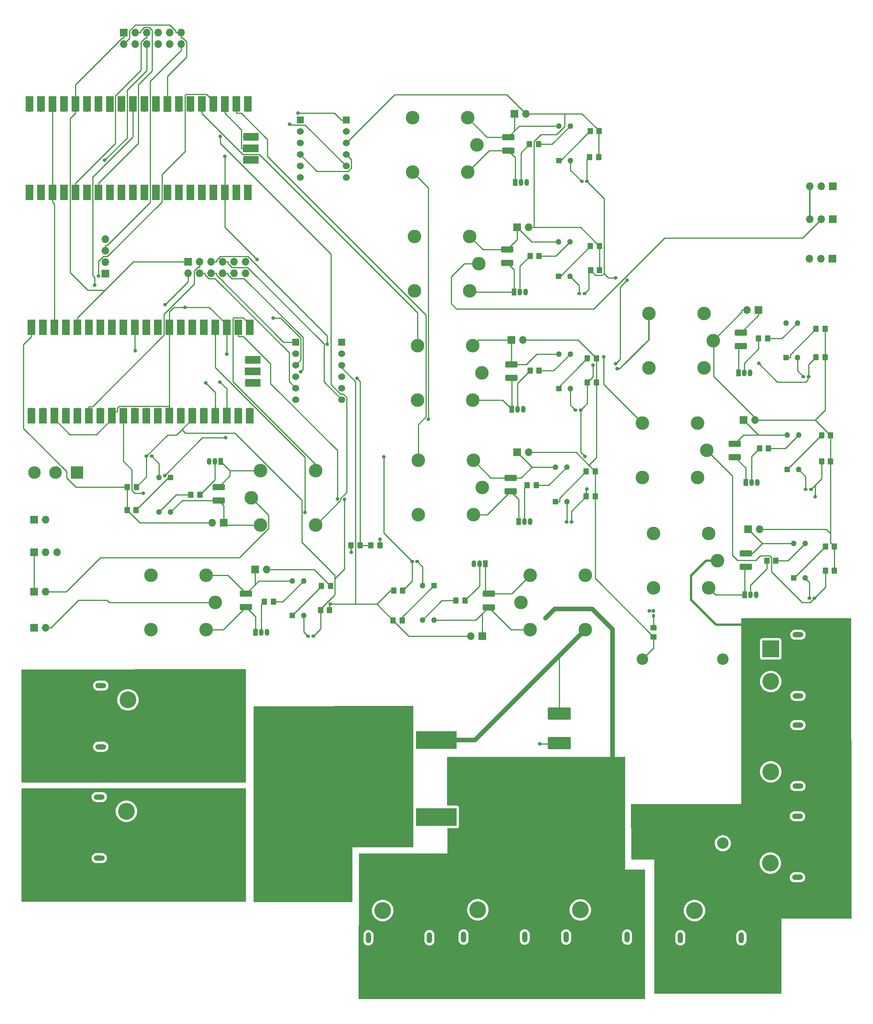
<source format=gbr>
%TF.GenerationSoftware,KiCad,Pcbnew,(6.0.5-0)*%
%TF.CreationDate,2024-02-03T23:16:40-05:00*%
%TF.ProjectId,RoboBoat PCB,526f626f-426f-4617-9420-5043422e6b69,rev?*%
%TF.SameCoordinates,Original*%
%TF.FileFunction,Copper,L1,Top*%
%TF.FilePolarity,Positive*%
%FSLAX46Y46*%
G04 Gerber Fmt 4.6, Leading zero omitted, Abs format (unit mm)*
G04 Created by KiCad (PCBNEW (6.0.5-0)) date 2024-02-03 23:16:40*
%MOMM*%
%LPD*%
G01*
G04 APERTURE LIST*
G04 Aperture macros list*
%AMRoundRect*
0 Rectangle with rounded corners*
0 $1 Rounding radius*
0 $2 $3 $4 $5 $6 $7 $8 $9 X,Y pos of 4 corners*
0 Add a 4 corners polygon primitive as box body*
4,1,4,$2,$3,$4,$5,$6,$7,$8,$9,$2,$3,0*
0 Add four circle primitives for the rounded corners*
1,1,$1+$1,$2,$3*
1,1,$1+$1,$4,$5*
1,1,$1+$1,$6,$7*
1,1,$1+$1,$8,$9*
0 Add four rect primitives between the rounded corners*
20,1,$1+$1,$2,$3,$4,$5,0*
20,1,$1+$1,$4,$5,$6,$7,0*
20,1,$1+$1,$6,$7,$8,$9,0*
20,1,$1+$1,$8,$9,$2,$3,0*%
G04 Aperture macros list end*
%TA.AperFunction,ComponentPad*%
%ADD10R,1.700000X1.700000*%
%TD*%
%TA.AperFunction,ComponentPad*%
%ADD11O,1.700000X1.700000*%
%TD*%
%TA.AperFunction,ComponentPad*%
%ADD12R,1.260000X1.260000*%
%TD*%
%TA.AperFunction,ComponentPad*%
%ADD13C,1.260000*%
%TD*%
%TA.AperFunction,SMDPad,CuDef*%
%ADD14RoundRect,0.250001X1.074999X-0.462499X1.074999X0.462499X-1.074999X0.462499X-1.074999X-0.462499X0*%
%TD*%
%TA.AperFunction,SMDPad,CuDef*%
%ADD15RoundRect,0.160000X0.222500X0.160000X-0.222500X0.160000X-0.222500X-0.160000X0.222500X-0.160000X0*%
%TD*%
%TA.AperFunction,ComponentPad*%
%ADD16C,3.000000*%
%TD*%
%TA.AperFunction,SMDPad,CuDef*%
%ADD17RoundRect,0.250000X0.350000X0.450000X-0.350000X0.450000X-0.350000X-0.450000X0.350000X-0.450000X0*%
%TD*%
%TA.AperFunction,ComponentPad*%
%ADD18R,3.716000X3.716000*%
%TD*%
%TA.AperFunction,ComponentPad*%
%ADD19C,3.716000*%
%TD*%
%TA.AperFunction,ComponentPad*%
%ADD20O,1.200000X2.400000*%
%TD*%
%TA.AperFunction,SMDPad,CuDef*%
%ADD21RoundRect,0.250000X-0.450000X0.350000X-0.450000X-0.350000X0.450000X-0.350000X0.450000X0.350000X0*%
%TD*%
%TA.AperFunction,SMDPad,CuDef*%
%ADD22RoundRect,0.160000X-0.160000X0.222500X-0.160000X-0.222500X0.160000X-0.222500X0.160000X0.222500X0*%
%TD*%
%TA.AperFunction,ComponentPad*%
%ADD23R,2.775000X2.775000*%
%TD*%
%TA.AperFunction,ComponentPad*%
%ADD24C,2.775000*%
%TD*%
%TA.AperFunction,ComponentPad*%
%ADD25C,5.590000*%
%TD*%
%TA.AperFunction,SMDPad,CuDef*%
%ADD26R,1.700000X3.500000*%
%TD*%
%TA.AperFunction,SMDPad,CuDef*%
%ADD27R,3.500000X1.700000*%
%TD*%
%TA.AperFunction,ComponentPad*%
%ADD28R,1.050000X1.500000*%
%TD*%
%TA.AperFunction,ComponentPad*%
%ADD29O,1.050000X1.500000*%
%TD*%
%TA.AperFunction,ComponentPad*%
%ADD30R,2.540000X2.540000*%
%TD*%
%TA.AperFunction,ComponentPad*%
%ADD31C,2.540000*%
%TD*%
%TA.AperFunction,ComponentPad*%
%ADD32O,2.400000X1.200000*%
%TD*%
%TA.AperFunction,SMDPad,CuDef*%
%ADD33RoundRect,0.160000X-0.222500X-0.160000X0.222500X-0.160000X0.222500X0.160000X-0.222500X0.160000X0*%
%TD*%
%TA.AperFunction,SMDPad,CuDef*%
%ADD34RoundRect,0.250000X-0.350000X-0.450000X0.350000X-0.450000X0.350000X0.450000X-0.350000X0.450000X0*%
%TD*%
%TA.AperFunction,SMDPad,CuDef*%
%ADD35RoundRect,0.250001X2.324999X-1.074999X2.324999X1.074999X-2.324999X1.074999X-2.324999X-1.074999X0*%
%TD*%
%TA.AperFunction,ComponentPad*%
%ADD36R,15.000000X4.000000*%
%TD*%
%TA.AperFunction,ComponentPad*%
%ADD37R,9.000000X4.000000*%
%TD*%
%TA.AperFunction,ComponentPad*%
%ADD38R,4.000000X12.000000*%
%TD*%
%TA.AperFunction,ComponentPad*%
%ADD39C,1.524000*%
%TD*%
%TA.AperFunction,ComponentPad*%
%ADD40R,1.524000X1.524000*%
%TD*%
%TA.AperFunction,SMDPad,CuDef*%
%ADD41RoundRect,0.250001X-1.074999X0.462499X-1.074999X-0.462499X1.074999X-0.462499X1.074999X0.462499X0*%
%TD*%
%TA.AperFunction,ViaPad*%
%ADD42C,0.800000*%
%TD*%
%TA.AperFunction,Conductor*%
%ADD43C,0.250000*%
%TD*%
%TA.AperFunction,Conductor*%
%ADD44C,1.000000*%
%TD*%
%TA.AperFunction,Conductor*%
%ADD45C,0.500000*%
%TD*%
%TA.AperFunction,Conductor*%
%ADD46C,0.300000*%
%TD*%
G04 APERTURE END LIST*
D10*
%TO.P,J13,1,Pin_1*%
%TO.N,Net-(D11-Pad2)*%
X147600000Y-126850000D03*
D11*
%TO.P,J13,2,Pin_2*%
%TO.N,+5V*%
X150140000Y-126850000D03*
%TD*%
D12*
%TO.P,Q19,1*%
%TO.N,Net-(Q19-Pad1)*%
X206980000Y-105877500D03*
D13*
%TO.P,Q19,2*%
%TO.N,Net-(D22-Pad2)*%
X209520000Y-105877500D03*
%TO.P,Q19,3*%
%TO.N,Net-(Q19-Pad3)*%
X209520000Y-98257500D03*
%TO.P,Q19,4*%
%TO.N,Net-(D23-Pad2)*%
X206980000Y-98257500D03*
%TD*%
D12*
%TO.P,Q12,1*%
%TO.N,Net-(Q12-Pad1)*%
X156730000Y-87927500D03*
D13*
%TO.P,Q12,2*%
%TO.N,Net-(D15-Pad2)*%
X159270000Y-87927500D03*
%TO.P,Q12,3*%
%TO.N,Net-(Q12-Pad3)*%
X159270000Y-80307500D03*
%TO.P,Q12,4*%
%TO.N,Net-(D19-Pad2)*%
X156730000Y-80307500D03*
%TD*%
D14*
%TO.P,D20,1,K*%
%TO.N,Net-(D20-Pad1)*%
X198100000Y-152137500D03*
%TO.P,D20,2,A*%
%TO.N,Net-(D20-Pad2)*%
X198100000Y-149162500D03*
%TD*%
D15*
%TO.P,D16,1,K*%
%TO.N,/Boat Relays/WaterCannonSignal*%
X213322500Y-159050000D03*
%TO.P,D16,2,A*%
%TO.N,Net-(D16-Pad2)*%
X212177500Y-159050000D03*
%TD*%
D10*
%TO.P,J10,1,Pin_1*%
%TO.N,GND*%
X40850000Y-165600000D03*
D11*
%TO.P,J10,2,Pin_2*%
%TO.N,/BackMotorOut*%
X43390000Y-165600000D03*
%TD*%
D15*
%TO.P,D8,1,K*%
%TO.N,/RC_Auto{slash}RC_RelaySig*%
X212522500Y-135017500D03*
%TO.P,D8,2,A*%
%TO.N,Net-(D8-Pad2)*%
X211377500Y-135017500D03*
%TD*%
D10*
%TO.P,J7,1,Pin_1*%
%TO.N,+3V3*%
X60625000Y-34160000D03*
D11*
%TO.P,J7,2,Pin_2*%
%TO.N,GND*%
X60625000Y-36700000D03*
%TO.P,J7,3,Pin_3*%
%TO.N,/Auto_3.3V_TX*%
X63165000Y-34160000D03*
%TO.P,J7,4,Pin_4*%
%TO.N,/Auto_3.3V_RX*%
X63165000Y-36700000D03*
%TO.P,J7,5,Pin_5*%
%TO.N,/Auto_3.3V_SCL*%
X65705000Y-34160000D03*
%TO.P,J7,6,Pin_6*%
%TO.N,/Auto_3.3V_SDA*%
X65705000Y-36700000D03*
%TO.P,J7,7,Pin_7*%
%TO.N,/Auto_5V_Tx*%
X68245000Y-34160000D03*
%TO.P,J7,8,Pin_8*%
%TO.N,/Auto_5V_Rx*%
X68245000Y-36700000D03*
%TO.P,J7,9,Pin_9*%
%TO.N,/Auto_5V_SCL*%
X70785000Y-34160000D03*
%TO.P,J7,10,Pin_10*%
%TO.N,/Auto_5V_SDA*%
X70785000Y-36700000D03*
%TO.P,J7,11,Pin_11*%
%TO.N,GND*%
X73325000Y-34160000D03*
%TO.P,J7,12,Pin_12*%
%TO.N,+5V*%
X73325000Y-36700000D03*
%TD*%
D16*
%TO.P,K9,11*%
%TO.N,/TurretServoOut1*%
X138650000Y-58950000D03*
%TO.P,K9,12*%
%TO.N,/3.3V_RC_WCServo1Sig*%
X124450000Y-64950000D03*
%TO.P,K9,14*%
%TO.N,/3.3V_AUTO_WCServo1Sig*%
X124450000Y-52950000D03*
%TO.P,K9,A1*%
%TO.N,Net-(D21-Pad2)*%
X136650000Y-52950000D03*
%TO.P,K9,A2*%
%TO.N,Net-(D21-Pad1)*%
X136650000Y-64950000D03*
%TD*%
D10*
%TO.P,J29,1,Pin_1*%
%TO.N,Net-(D23-Pad2)*%
X200950000Y-95400000D03*
D11*
%TO.P,J29,2,Pin_2*%
%TO.N,+5V*%
X198410000Y-95400000D03*
%TD*%
D15*
%TO.P,D22,1,K*%
%TO.N,Net-(D14-Pad1)*%
X212007500Y-110150000D03*
%TO.P,D22,2,A*%
%TO.N,Net-(D22-Pad2)*%
X210862500Y-110150000D03*
%TD*%
D17*
%TO.P,R9,1*%
%TO.N,Net-(Q6-Pad2)*%
X77487500Y-136250000D03*
%TO.P,R9,2*%
%TO.N,Net-(Q1-Pad3)*%
X75487500Y-136250000D03*
%TD*%
D10*
%TO.P,J30,1,Pin_1*%
%TO.N,Net-(S2-Pad1)*%
X40850000Y-141700000D03*
D11*
%TO.P,J30,2,Pin_2*%
%TO.N,Net-(D14-Pad1)*%
X43390000Y-141700000D03*
%TD*%
D18*
%TO.P,J20,1,+*%
%TO.N,+24V*%
X125050000Y-228100000D03*
D19*
%TO.P,J20,2,-*%
%TO.N,GND*%
X117850000Y-228100000D03*
D20*
%TO.P,J20,S1*%
%TO.N,N/C*%
X128200000Y-234100000D03*
%TO.P,J20,S2*%
X114700000Y-234100000D03*
%TD*%
D10*
%TO.P,J14,1,Pin_1*%
%TO.N,Net-(D12-Pad2)*%
X146275000Y-102050000D03*
D11*
%TO.P,J14,2,Pin_2*%
%TO.N,+5V*%
X148815000Y-102050000D03*
%TD*%
D21*
%TO.P,R6,1*%
%TO.N,Net-(D5-Pad2)*%
X177750000Y-165600000D03*
%TO.P,R6,2*%
%TO.N,+5V*%
X177750000Y-167600000D03*
%TD*%
D22*
%TO.P,D5,1,K*%
%TO.N,GND*%
X177750000Y-161850000D03*
%TO.P,D5,2,A*%
%TO.N,Net-(D5-Pad2)*%
X177750000Y-162995000D03*
%TD*%
D23*
%TO.P,S2,1*%
%TO.N,Net-(S2-Pad1)*%
X50300000Y-131350000D03*
D24*
%TO.P,S2,2*%
%TO.N,/RC_EStopRelaySig*%
X45600000Y-131350000D03*
%TO.P,S2,3*%
%TO.N,unconnected-(S2-Pad3)*%
X40900000Y-131350000D03*
%TD*%
D12*
%TO.P,Q5,1*%
%TO.N,Net-(Q5-Pad1)*%
X207280000Y-130660000D03*
D13*
%TO.P,Q5,2*%
%TO.N,Net-(D8-Pad2)*%
X209820000Y-130660000D03*
%TO.P,Q5,3*%
%TO.N,Net-(Q5-Pad3)*%
X209820000Y-123040000D03*
%TO.P,Q5,4*%
%TO.N,Net-(D13-Pad2)*%
X207280000Y-123040000D03*
%TD*%
D12*
%TO.P,Q2,1*%
%TO.N,Net-(Q2-Pad1)*%
X97860000Y-162900000D03*
D13*
%TO.P,Q2,2*%
%TO.N,Net-(D2-Pad2)*%
X100400000Y-162900000D03*
%TO.P,Q2,3*%
%TO.N,Net-(Q2-Pad3)*%
X100400000Y-155280000D03*
%TO.P,Q2,4*%
%TO.N,Net-(D10-Pad2)*%
X97860000Y-155280000D03*
%TD*%
D25*
%TO.P,F1,1_1*%
%TO.N,/Power Management/fuse1_out*%
X74790000Y-213300000D03*
%TO.P,F1,1_2*%
X83120000Y-213300000D03*
%TO.P,F1,2_1*%
%TO.N,E-Stopped +24V*%
X95820000Y-213300000D03*
%TO.P,F1,2_2*%
X104150000Y-213300000D03*
%TD*%
D11*
%TO.P,U4,1,GPIO0*%
%TO.N,unconnected-(U4-Pad1)*%
X39775000Y-68540000D03*
D26*
X39775000Y-69440000D03*
%TO.P,U4,2,GPIO1*%
%TO.N,unconnected-(U4-Pad2)*%
X42315000Y-69440000D03*
D11*
X42315000Y-68540000D03*
D10*
%TO.P,U4,3,GND*%
%TO.N,GND*%
X44855000Y-68540000D03*
D26*
X44855000Y-69440000D03*
%TO.P,U4,4,GPIO2*%
%TO.N,/Auto_3.3V_SDA*%
X47395000Y-69440000D03*
D11*
X47395000Y-68540000D03*
%TO.P,U4,5,GPIO3*%
%TO.N,/Auto_3.3V_SCL*%
X49935000Y-68540000D03*
D26*
X49935000Y-69440000D03*
D11*
%TO.P,U4,6,GPIO4*%
%TO.N,/Auto_3.3V_RX*%
X52475000Y-68540000D03*
D26*
X52475000Y-69440000D03*
%TO.P,U4,7,GPIO5*%
%TO.N,/Auto_3.3V_TX*%
X55015000Y-69440000D03*
D11*
X55015000Y-68540000D03*
D10*
%TO.P,U4,8,GND*%
%TO.N,unconnected-(U4-Pad8)*%
X57555000Y-68540000D03*
D26*
X57555000Y-69440000D03*
D11*
%TO.P,U4,9,GPIO6*%
%TO.N,/Auto_WaterCannonSig*%
X60095000Y-68540000D03*
D26*
X60095000Y-69440000D03*
%TO.P,U4,10,GPIO7*%
%TO.N,unconnected-(U4-Pad10)*%
X62635000Y-69440000D03*
D11*
X62635000Y-68540000D03*
D26*
%TO.P,U4,11,GPIO8*%
%TO.N,/3.3V_AUTO_WCServo1Sig*%
X65175000Y-69440000D03*
D11*
X65175000Y-68540000D03*
%TO.P,U4,12,GPIO9*%
%TO.N,/3.3V_AUTO_WCServo2Sig*%
X67715000Y-68540000D03*
D26*
X67715000Y-69440000D03*
D10*
%TO.P,U4,13,GND*%
%TO.N,GND*%
X70255000Y-68540000D03*
D26*
X70255000Y-69440000D03*
D11*
%TO.P,U4,14,GPIO10*%
%TO.N,unconnected-(U4-Pad14)*%
X72795000Y-68540000D03*
D26*
X72795000Y-69440000D03*
D11*
%TO.P,U4,15,GPIO11*%
%TO.N,unconnected-(U4-Pad15)*%
X75335000Y-68540000D03*
D26*
X75335000Y-69440000D03*
D11*
%TO.P,U4,16,GPIO12*%
%TO.N,unconnected-(U4-Pad16)*%
X77875000Y-68540000D03*
D26*
X77875000Y-69440000D03*
%TO.P,U4,17,GPIO13*%
%TO.N,unconnected-(U4-Pad17)*%
X80415000Y-69440000D03*
D11*
X80415000Y-68540000D03*
D10*
%TO.P,U4,18,GND*%
%TO.N,GND*%
X82955000Y-68540000D03*
D26*
X82955000Y-69440000D03*
%TO.P,U4,19,GPIO14*%
%TO.N,unconnected-(U4-Pad19)*%
X85495000Y-69440000D03*
D11*
X85495000Y-68540000D03*
%TO.P,U4,20,GPIO15*%
%TO.N,unconnected-(U4-Pad20)*%
X88035000Y-68540000D03*
D26*
X88035000Y-69440000D03*
%TO.P,U4,21,GPIO16*%
%TO.N,/3.3V_AUTO_FrontMotorSig*%
X88035000Y-49860000D03*
D11*
X88035000Y-50760000D03*
%TO.P,U4,22,GPIO17*%
%TO.N,/3.3V_AUTO_FrontServoSig*%
X85495000Y-50760000D03*
D26*
X85495000Y-49860000D03*
%TO.P,U4,23,GND*%
%TO.N,GND*%
X82955000Y-49860000D03*
D10*
X82955000Y-50760000D03*
D26*
%TO.P,U4,24,GPIO18*%
%TO.N,/3.3V_AUTO_RearMotorSig*%
X80415000Y-49860000D03*
D11*
X80415000Y-50760000D03*
%TO.P,U4,25,GPIO19*%
%TO.N,/3.3V_AUTO_BackServoSig*%
X77875000Y-50760000D03*
D26*
X77875000Y-49860000D03*
%TO.P,U4,26,GPIO20*%
%TO.N,unconnected-(U4-Pad26)*%
X75335000Y-49860000D03*
D11*
X75335000Y-50760000D03*
D26*
%TO.P,U4,27,GPIO21*%
%TO.N,unconnected-(U4-Pad27)*%
X72795000Y-49860000D03*
D11*
X72795000Y-50760000D03*
D26*
%TO.P,U4,28,GND*%
%TO.N,GND*%
X70255000Y-49860000D03*
D10*
X70255000Y-50760000D03*
D11*
%TO.P,U4,29,GPIO22*%
%TO.N,unconnected-(U4-Pad29)*%
X67715000Y-50760000D03*
D26*
X67715000Y-49860000D03*
D11*
%TO.P,U4,30,RUN*%
%TO.N,unconnected-(U4-Pad30)*%
X65175000Y-50760000D03*
D26*
X65175000Y-49860000D03*
D11*
%TO.P,U4,31,GPIO26_ADC0*%
%TO.N,/Battery_Voltage_ADC*%
X62635000Y-50760000D03*
D26*
X62635000Y-49860000D03*
D11*
%TO.P,U4,32,GPIO27_ADC1*%
%TO.N,unconnected-(U4-Pad32)*%
X60095000Y-50760000D03*
D26*
X60095000Y-49860000D03*
%TO.P,U4,33,AGND*%
%TO.N,unconnected-(U4-Pad33)*%
X57555000Y-49860000D03*
D10*
X57555000Y-50760000D03*
D11*
%TO.P,U4,34,GPIO28_ADC2*%
%TO.N,unconnected-(U4-Pad34)*%
X55015000Y-50760000D03*
D26*
X55015000Y-49860000D03*
D11*
%TO.P,U4,35,ADC_VREF*%
%TO.N,unconnected-(U4-Pad35)*%
X52475000Y-50760000D03*
D26*
X52475000Y-49860000D03*
D11*
%TO.P,U4,36,3V3*%
%TO.N,+3V3*%
X49935000Y-50760000D03*
D26*
X49935000Y-49860000D03*
D11*
%TO.P,U4,37,3V3_EN*%
%TO.N,unconnected-(U4-Pad37)*%
X47395000Y-50760000D03*
D26*
X47395000Y-49860000D03*
%TO.P,U4,38,GND*%
%TO.N,GND*%
X44855000Y-49860000D03*
D10*
X44855000Y-50760000D03*
D26*
%TO.P,U4,39,VSYS*%
%TO.N,unconnected-(U4-Pad39)*%
X42315000Y-49860000D03*
D11*
X42315000Y-50760000D03*
D26*
%TO.P,U4,40,VBUS*%
%TO.N,unconnected-(U4-Pad40)*%
X39775000Y-49860000D03*
D11*
X39775000Y-50760000D03*
D27*
%TO.P,U4,41,SWCLK*%
%TO.N,unconnected-(U4-Pad41)*%
X88705000Y-62190000D03*
D11*
X87805000Y-62190000D03*
D10*
%TO.P,U4,42,GND*%
%TO.N,GND*%
X87805000Y-59650000D03*
D27*
X88705000Y-59650000D03*
%TO.P,U4,43,SWDIO*%
%TO.N,unconnected-(U4-Pad43)*%
X88705000Y-57110000D03*
D11*
X87805000Y-57110000D03*
%TD*%
D28*
%TO.P,Q18,1,C*%
%TO.N,Net-(D21-Pad1)*%
X147150000Y-67200000D03*
D29*
%TO.P,Q18,2,B*%
%TO.N,Net-(Q18-Pad2)*%
X148420000Y-67200000D03*
%TO.P,Q18,3,E*%
%TO.N,GND*%
X149690000Y-67200000D03*
%TD*%
D30*
%TO.P,U6,1,Vin*%
%TO.N,+12V*%
X175260000Y-213220000D03*
D31*
%TO.P,U6,2,GND*%
%TO.N,GND*%
X193040000Y-213220000D03*
%TO.P,U6,3,GND*%
X193040000Y-172580000D03*
%TO.P,U6,4,Vout*%
%TO.N,+5V*%
X175260000Y-172580000D03*
%TD*%
D18*
%TO.P,J26,1,+*%
%TO.N,+12V*%
X203634300Y-190250000D03*
D19*
%TO.P,J26,2,-*%
%TO.N,GND*%
X203634300Y-197450000D03*
D32*
%TO.P,J26,S1*%
%TO.N,N/C*%
X209634300Y-187100000D03*
%TO.P,J26,S2*%
X209634300Y-200600000D03*
%TD*%
D14*
%TO.P,D21,1,K*%
%TO.N,Net-(D21-Pad1)*%
X145600000Y-60187500D03*
%TO.P,D21,2,A*%
%TO.N,Net-(D21-Pad2)*%
X145600000Y-57212500D03*
%TD*%
D16*
%TO.P,K8,11*%
%TO.N,+12V*%
X191900000Y-150800000D03*
%TO.P,K8,12*%
%TO.N,unconnected-(K8-Pad12)*%
X177700000Y-156800000D03*
%TO.P,K8,14*%
%TO.N,Water Cannon Relay Signal +12V*%
X177700000Y-144800000D03*
%TO.P,K8,A1*%
%TO.N,Net-(D20-Pad2)*%
X189900000Y-144800000D03*
%TO.P,K8,A2*%
%TO.N,Net-(D20-Pad1)*%
X189900000Y-156800000D03*
%TD*%
D15*
%TO.P,D4,1,K*%
%TO.N,/RC_Auto{slash}RC_RelaySig*%
X161607500Y-117500000D03*
%TO.P,D4,2,A*%
%TO.N,Net-(D4-Pad2)*%
X160462500Y-117500000D03*
%TD*%
D10*
%TO.P,J11,1,Pin_1*%
%TO.N,Net-(D9-Pad2)*%
X82700000Y-142400000D03*
D11*
%TO.P,J11,2,Pin_2*%
%TO.N,+5V*%
X80160000Y-142400000D03*
%TD*%
D10*
%TO.P,J9,1,Pin_1*%
%TO.N,GND*%
X40850000Y-157650000D03*
D11*
%TO.P,J9,2,Pin_2*%
%TO.N,/FrontMotorOut*%
X43390000Y-157650000D03*
%TD*%
D17*
%TO.P,R29,1*%
%TO.N,+5V*%
X165587500Y-61600000D03*
%TO.P,R29,2*%
%TO.N,/RC_Auto{slash}RC_RelaySig*%
X163587500Y-61600000D03*
%TD*%
D15*
%TO.P,D15,1,K*%
%TO.N,/RC_Auto{slash}RC_RelaySig*%
X162457500Y-91800000D03*
%TO.P,D15,2,A*%
%TO.N,Net-(D15-Pad2)*%
X161312500Y-91800000D03*
%TD*%
D10*
%TO.P,J8,1,Pin_1*%
%TO.N,GND*%
X40850000Y-148950000D03*
D11*
%TO.P,J8,2,Pin_2*%
%TO.N,/BackServoOut*%
X43390000Y-148950000D03*
%TO.P,J8,3,Pin_3*%
%TO.N,E-Stop +5V*%
X45930000Y-148950000D03*
%TD*%
D17*
%TO.P,R27,1*%
%TO.N,+5V*%
X165112500Y-111400000D03*
%TO.P,R27,2*%
%TO.N,/RC_Auto{slash}RC_RelaySig*%
X163112500Y-111400000D03*
%TD*%
D18*
%TO.P,J21,1,+*%
%TO.N,+24V*%
X146100000Y-227934200D03*
D19*
%TO.P,J21,2,-*%
%TO.N,GND*%
X138900000Y-227934200D03*
D20*
%TO.P,J21,S1*%
%TO.N,N/C*%
X149250000Y-233934200D03*
%TO.P,J21,S2*%
X135750000Y-233934200D03*
%TD*%
D18*
%TO.P,J24,1,+*%
%TO.N,+24V*%
X168750000Y-227950000D03*
D19*
%TO.P,J24,2,-*%
%TO.N,GND*%
X161550000Y-227950000D03*
D20*
%TO.P,J24,S1*%
%TO.N,N/C*%
X171900000Y-233950000D03*
%TO.P,J24,S2*%
X158400000Y-233950000D03*
%TD*%
D10*
%TO.P,J17,1,Pin_1*%
%TO.N,Net-(D19-Pad2)*%
X147600000Y-77150000D03*
D11*
%TO.P,J17,2,Pin_2*%
%TO.N,+5V*%
X150140000Y-77150000D03*
%TD*%
D33*
%TO.P,D14,1,K*%
%TO.N,Net-(D14-Pad1)*%
X124377500Y-150950000D03*
%TO.P,D14,2,A*%
%TO.N,Net-(D14-Pad2)*%
X125522500Y-150950000D03*
%TD*%
D18*
%TO.P,J22,1,+*%
%TO.N,/Power Management/fuse1_out*%
X61215800Y-213350000D03*
D19*
%TO.P,J22,2,-*%
%TO.N,GND*%
X61215800Y-206150000D03*
D32*
%TO.P,J22,S1*%
%TO.N,N/C*%
X55215800Y-216500000D03*
%TO.P,J22,S2*%
X55215800Y-203000000D03*
%TD*%
D17*
%TO.P,R26,1*%
%TO.N,+5V*%
X164850000Y-136600000D03*
%TO.P,R26,2*%
%TO.N,/RC_Auto{slash}RC_RelaySig*%
X162850000Y-136600000D03*
%TD*%
D28*
%TO.P,Q6,1,C*%
%TO.N,Net-(D9-Pad1)*%
X82050000Y-128850000D03*
D29*
%TO.P,Q6,2,B*%
%TO.N,Net-(Q6-Pad2)*%
X80780000Y-128850000D03*
%TO.P,Q6,3,E*%
%TO.N,GND*%
X79510000Y-128850000D03*
%TD*%
D28*
%TO.P,Q9,1,C*%
%TO.N,Net-(D12-Pad1)*%
X146400000Y-117350000D03*
D29*
%TO.P,Q9,2,B*%
%TO.N,Net-(Q9-Pad2)*%
X147670000Y-117350000D03*
%TO.P,Q9,3,E*%
%TO.N,GND*%
X148940000Y-117350000D03*
%TD*%
D34*
%TO.P,R14,1*%
%TO.N,+5V*%
X120187500Y-164000000D03*
%TO.P,R14,2*%
%TO.N,Net-(Q11-Pad1)*%
X122187500Y-164000000D03*
%TD*%
D12*
%TO.P,Q1,1*%
%TO.N,Net-(Q1-Pad1)*%
X70970000Y-132440000D03*
D13*
%TO.P,Q1,2*%
%TO.N,Net-(D1-Pad2)*%
X68430000Y-132440000D03*
%TO.P,Q1,3*%
%TO.N,Net-(Q1-Pad3)*%
X68430000Y-140060000D03*
%TO.P,Q1,4*%
%TO.N,Net-(D9-Pad2)*%
X70970000Y-140060000D03*
%TD*%
D10*
%TO.P,J12,1,Pin_1*%
%TO.N,Net-(D10-Pad2)*%
X89630000Y-152740000D03*
D11*
%TO.P,J12,2,Pin_2*%
%TO.N,+5V*%
X92170000Y-152740000D03*
%TD*%
D34*
%TO.P,R21,1*%
%TO.N,Net-(Q18-Pad2)*%
X150300000Y-58800000D03*
%TO.P,R21,2*%
%TO.N,Net-(Q14-Pad3)*%
X152300000Y-58800000D03*
%TD*%
D10*
%TO.P,J16,1,Pin_1*%
%TO.N,Net-(D18-Pad2)*%
X139900000Y-167450000D03*
D11*
%TO.P,J16,2,Pin_2*%
%TO.N,+5V*%
X137360000Y-167450000D03*
%TD*%
D34*
%TO.P,R12,1*%
%TO.N,Net-(Q9-Pad2)*%
X150437500Y-108800000D03*
%TO.P,R12,2*%
%TO.N,Net-(Q4-Pad3)*%
X152437500Y-108800000D03*
%TD*%
%TO.P,R1,1*%
%TO.N,+5V*%
X61362500Y-139600000D03*
%TO.P,R1,2*%
%TO.N,Net-(Q1-Pad1)*%
X63362500Y-139600000D03*
%TD*%
%TO.P,R13,1*%
%TO.N,Net-(Q10-Pad2)*%
X201137500Y-126000000D03*
%TO.P,R13,2*%
%TO.N,Net-(Q5-Pad3)*%
X203137500Y-126000000D03*
%TD*%
D16*
%TO.P,K5,11*%
%TO.N,/Boat Relays/WaterCannonSignal*%
X189450000Y-126400000D03*
%TO.P,K5,12*%
%TO.N,/RC_WaterCannonSig*%
X175250000Y-132400000D03*
%TO.P,K5,14*%
%TO.N,/Auto_WaterCannonSig*%
X175250000Y-120400000D03*
%TO.P,K5,A1*%
%TO.N,Net-(D13-Pad2)*%
X187450000Y-120400000D03*
%TO.P,K5,A2*%
%TO.N,Net-(D13-Pad1)*%
X187450000Y-132400000D03*
%TD*%
D14*
%TO.P,D19,1,K*%
%TO.N,Net-(D19-Pad1)*%
X145400000Y-85037500D03*
%TO.P,D19,2,A*%
%TO.N,Net-(D19-Pad2)*%
X145400000Y-82062500D03*
%TD*%
D17*
%TO.P,R18,1*%
%TO.N,Net-(Q15-Pad2)*%
X136037500Y-159600000D03*
%TO.P,R18,2*%
%TO.N,Net-(Q11-Pad3)*%
X134037500Y-159600000D03*
%TD*%
%TO.P,R28,1*%
%TO.N,+5V*%
X216850000Y-128900000D03*
%TO.P,R28,2*%
%TO.N,/RC_Auto{slash}RC_RelaySig*%
X214850000Y-128900000D03*
%TD*%
D34*
%TO.P,R19,1*%
%TO.N,Net-(Q16-Pad2)*%
X150437500Y-83450000D03*
%TO.P,R19,2*%
%TO.N,Net-(Q12-Pad3)*%
X152437500Y-83450000D03*
%TD*%
D16*
%TO.P,K2,11*%
%TO.N,/BackMotorOut*%
X80830000Y-160040000D03*
%TO.P,K2,12*%
%TO.N,/3.3V_RC_RearMotorSig*%
X66630000Y-166040000D03*
%TO.P,K2,14*%
%TO.N,/3.3V_AUTO_RearMotorSig*%
X66630000Y-154040000D03*
%TO.P,K2,A1*%
%TO.N,Net-(D10-Pad2)*%
X78830000Y-154040000D03*
%TO.P,K2,A2*%
%TO.N,Net-(D10-Pad1)*%
X78830000Y-166040000D03*
%TD*%
D35*
%TO.P,D24,1,K*%
%TO.N,GND*%
X156900000Y-191125000D03*
%TO.P,D24,2,A*%
%TO.N,E-Stop Relay Signal +24V*%
X156900000Y-184575000D03*
%TD*%
D36*
%TO.P,K10,1*%
%TO.N,+24V*%
X140245000Y-198905000D03*
D37*
%TO.P,K10,2*%
%TO.N,GND*%
X129745000Y-207405000D03*
%TO.P,K10,6*%
%TO.N,E-Stop Relay Signal +24V*%
X129745000Y-190405000D03*
D38*
%TO.P,K10,7*%
%TO.N,E-Stopped +24V*%
X122245000Y-198905000D03*
%TD*%
D14*
%TO.P,D12,1,K*%
%TO.N,Net-(D12-Pad1)*%
X146350000Y-110387500D03*
%TO.P,D12,2,A*%
%TO.N,Net-(D12-Pad2)*%
X146350000Y-107412500D03*
%TD*%
D39*
%TO.P,U1,GND_1,GND*%
%TO.N,GND*%
X108780000Y-110120000D03*
%TO.P,U1,GND_2,GND*%
X98620000Y-110120000D03*
%TO.P,U1,HV,HV*%
%TO.N,+5V*%
X108780000Y-107580000D03*
D40*
%TO.P,U1,HV1,HV1*%
%TO.N,/5V_SDA*%
X108780000Y-102500000D03*
D39*
%TO.P,U1,HV2,HV2*%
%TO.N,/5V_SCL*%
X108780000Y-105040000D03*
%TO.P,U1,HV3,HV3*%
%TO.N,/5V_Rx*%
X108780000Y-112660000D03*
%TO.P,U1,HV4,HV4*%
%TO.N,/5V_Tx*%
X108780000Y-115200000D03*
%TO.P,U1,LV,LV*%
%TO.N,+3V3*%
X98620000Y-107580000D03*
D40*
%TO.P,U1,LV1,LV1*%
%TO.N,/3.3V_SDA*%
X98620000Y-102500000D03*
D39*
%TO.P,U1,LV2,LV2*%
%TO.N,/3.3V_SCL*%
X98620000Y-105040000D03*
%TO.P,U1,LV3,LV3*%
%TO.N,/3.3V_RX*%
X98620000Y-112660000D03*
%TO.P,U1,LV4,LV4*%
%TO.N,/3.3V_TX*%
X98620000Y-115200000D03*
%TD*%
D28*
%TO.P,Q10,1,C*%
%TO.N,Net-(D13-Pad1)*%
X198100000Y-133500000D03*
D29*
%TO.P,Q10,2,B*%
%TO.N,Net-(Q10-Pad2)*%
X199370000Y-133500000D03*
%TO.P,Q10,3,E*%
%TO.N,GND*%
X200640000Y-133500000D03*
%TD*%
D34*
%TO.P,R10,1*%
%TO.N,Net-(Q7-Pad2)*%
X91692500Y-159890000D03*
%TO.P,R10,2*%
%TO.N,Net-(Q2-Pad3)*%
X93692500Y-159890000D03*
%TD*%
D15*
%TO.P,D3,1,K*%
%TO.N,/RC_Auto{slash}RC_RelaySig*%
X159622500Y-142200000D03*
%TO.P,D3,2,A*%
%TO.N,Net-(D3-Pad2)*%
X158477500Y-142200000D03*
%TD*%
D41*
%TO.P,D18,1,K*%
%TO.N,Net-(D18-Pad1)*%
X141300000Y-158112500D03*
%TO.P,D18,2,A*%
%TO.N,Net-(D18-Pad2)*%
X141300000Y-161087500D03*
%TD*%
D16*
%TO.P,K1,11*%
%TO.N,/FrontMotorOut*%
X88850000Y-136900000D03*
%TO.P,K1,12*%
%TO.N,/3.3V_RC_FrontMotorSig*%
X103050000Y-130900000D03*
%TO.P,K1,14*%
%TO.N,/3.3V_AUTO_FrontMotorSig*%
X103050000Y-142900000D03*
%TO.P,K1,A1*%
%TO.N,Net-(D9-Pad2)*%
X90850000Y-142900000D03*
%TO.P,K1,A2*%
%TO.N,Net-(D9-Pad1)*%
X90850000Y-130900000D03*
%TD*%
D17*
%TO.P,R34,1*%
%TO.N,+5V*%
X215662500Y-99600000D03*
%TO.P,R34,2*%
%TO.N,Net-(Q19-Pad1)*%
X213662500Y-99600000D03*
%TD*%
D16*
%TO.P,K7,11*%
%TO.N,/TurretServoOut2*%
X139100000Y-85150000D03*
%TO.P,K7,12*%
%TO.N,/3.3V_RC_WCServo2Sig*%
X124900000Y-91150000D03*
%TO.P,K7,14*%
%TO.N,/3.3V_AUTO_WCServo2Sig*%
X124900000Y-79150000D03*
%TO.P,K7,A1*%
%TO.N,Net-(D19-Pad2)*%
X137100000Y-79150000D03*
%TO.P,K7,A2*%
%TO.N,Net-(D19-Pad1)*%
X137100000Y-91150000D03*
%TD*%
D10*
%TO.P,J2,1,Pin_1*%
%TO.N,GND*%
X217300000Y-84050000D03*
D11*
%TO.P,J2,2,Pin_2*%
%TO.N,/FrontServoOut*%
X214760000Y-84050000D03*
%TO.P,J2,3,Pin_3*%
%TO.N,E-Stop +5V*%
X212220000Y-84050000D03*
%TD*%
D17*
%TO.P,R17,1*%
%TO.N,+5V*%
X165712500Y-55850000D03*
%TO.P,R17,2*%
%TO.N,Net-(Q14-Pad1)*%
X163712500Y-55850000D03*
%TD*%
D26*
%TO.P,U3,1,GPIO0*%
%TO.N,unconnected-(U3-Pad1)*%
X40225000Y-118790000D03*
D11*
X40225000Y-117890000D03*
%TO.P,U3,2,GPIO1*%
%TO.N,unconnected-(U3-Pad2)*%
X42765000Y-117890000D03*
D26*
X42765000Y-118790000D03*
D10*
%TO.P,U3,3,GND*%
%TO.N,GND*%
X45305000Y-117890000D03*
D26*
X45305000Y-118790000D03*
D11*
%TO.P,U3,4,GPIO2*%
%TO.N,/3.3V_SDA*%
X47845000Y-117890000D03*
D26*
X47845000Y-118790000D03*
%TO.P,U3,5,GPIO3*%
%TO.N,/3.3V_SCL*%
X50385000Y-118790000D03*
D11*
X50385000Y-117890000D03*
D26*
%TO.P,U3,6,GPIO4*%
%TO.N,/3.3V_TX*%
X52925000Y-118790000D03*
D11*
X52925000Y-117890000D03*
%TO.P,U3,7,GPIO5*%
%TO.N,/3.3V_RX*%
X55465000Y-117890000D03*
D26*
X55465000Y-118790000D03*
%TO.P,U3,8,GND*%
%TO.N,GND*%
X58005000Y-118790000D03*
D10*
X58005000Y-117890000D03*
D11*
%TO.P,U3,9,GPIO6*%
%TO.N,/RC_WaterCannonSig*%
X60545000Y-117890000D03*
D26*
X60545000Y-118790000D03*
%TO.P,U3,10,GPIO7*%
%TO.N,unconnected-(U3-Pad10)*%
X63085000Y-118790000D03*
D11*
X63085000Y-117890000D03*
D26*
%TO.P,U3,11,GPIO8*%
%TO.N,/3.3V_RC_WCServo2Sig*%
X65625000Y-118790000D03*
D11*
X65625000Y-117890000D03*
%TO.P,U3,12,GPIO9*%
%TO.N,/3.3V_RC_WCServo1Sig*%
X68165000Y-117890000D03*
D26*
X68165000Y-118790000D03*
D10*
%TO.P,U3,13,GND*%
%TO.N,GND*%
X70705000Y-117890000D03*
D26*
X70705000Y-118790000D03*
%TO.P,U3,14,GPIO10*%
%TO.N,unconnected-(U3-Pad14)*%
X73245000Y-118790000D03*
D11*
X73245000Y-117890000D03*
D26*
%TO.P,U3,15,GPIO11*%
%TO.N,/RC_Auto{slash}RC_RelaySig*%
X75785000Y-118790000D03*
D11*
X75785000Y-117890000D03*
D26*
%TO.P,U3,16,GPIO12*%
%TO.N,unconnected-(U3-Pad16)*%
X78325000Y-118790000D03*
D11*
X78325000Y-117890000D03*
%TO.P,U3,17,GPIO13*%
%TO.N,/RC_EStopRelaySig*%
X80865000Y-117890000D03*
D26*
X80865000Y-118790000D03*
%TO.P,U3,18,GND*%
%TO.N,GND*%
X83405000Y-118790000D03*
D10*
X83405000Y-117890000D03*
D26*
%TO.P,U3,19,GPIO14*%
%TO.N,unconnected-(U3-Pad19)*%
X85945000Y-118790000D03*
D11*
X85945000Y-117890000D03*
D26*
%TO.P,U3,20,GPIO15*%
%TO.N,unconnected-(U3-Pad20)*%
X88485000Y-118790000D03*
D11*
X88485000Y-117890000D03*
D26*
%TO.P,U3,21,GPIO16*%
%TO.N,/3.3V_RC_FrontMotorSig*%
X88485000Y-99210000D03*
D11*
X88485000Y-100110000D03*
D26*
%TO.P,U3,22,GPIO17*%
%TO.N,/3.3V_RC_FrontServoSig*%
X85945000Y-99210000D03*
D11*
X85945000Y-100110000D03*
D26*
%TO.P,U3,23,GND*%
%TO.N,GND*%
X83405000Y-99210000D03*
D10*
X83405000Y-100110000D03*
D11*
%TO.P,U3,24,GPIO18*%
%TO.N,/3.3V_RC_RearMotorSig*%
X80865000Y-100110000D03*
D26*
X80865000Y-99210000D03*
%TO.P,U3,25,GPIO19*%
%TO.N,/3.3V_RC_BackServoSig*%
X78325000Y-99210000D03*
D11*
X78325000Y-100110000D03*
%TO.P,U3,26,GPIO20*%
%TO.N,unconnected-(U3-Pad26)*%
X75785000Y-100110000D03*
D26*
X75785000Y-99210000D03*
%TO.P,U3,27,GPIO21*%
%TO.N,unconnected-(U3-Pad27)*%
X73245000Y-99210000D03*
D11*
X73245000Y-100110000D03*
D10*
%TO.P,U3,28,GND*%
%TO.N,GND*%
X70705000Y-100110000D03*
D26*
X70705000Y-99210000D03*
D11*
%TO.P,U3,29,GPIO22*%
%TO.N,unconnected-(U3-Pad29)*%
X68165000Y-100110000D03*
D26*
X68165000Y-99210000D03*
D11*
%TO.P,U3,30,RUN*%
%TO.N,unconnected-(U3-Pad30)*%
X65625000Y-100110000D03*
D26*
X65625000Y-99210000D03*
D11*
%TO.P,U3,31,GPIO26_ADC0*%
%TO.N,/Battery_Voltage_ADC*%
X63085000Y-100110000D03*
D26*
X63085000Y-99210000D03*
D11*
%TO.P,U3,32,GPIO27_ADC1*%
%TO.N,unconnected-(U3-Pad32)*%
X60545000Y-100110000D03*
D26*
X60545000Y-99210000D03*
%TO.P,U3,33,AGND*%
%TO.N,unconnected-(U3-Pad33)*%
X58005000Y-99210000D03*
D10*
X58005000Y-100110000D03*
D11*
%TO.P,U3,34,GPIO28_ADC2*%
%TO.N,unconnected-(U3-Pad34)*%
X55465000Y-100110000D03*
D26*
X55465000Y-99210000D03*
D11*
%TO.P,U3,35,ADC_VREF*%
%TO.N,unconnected-(U3-Pad35)*%
X52925000Y-100110000D03*
D26*
X52925000Y-99210000D03*
D11*
%TO.P,U3,36,3V3*%
%TO.N,+3V3*%
X50385000Y-100110000D03*
D26*
X50385000Y-99210000D03*
D11*
%TO.P,U3,37,3V3_EN*%
%TO.N,unconnected-(U3-Pad37)*%
X47845000Y-100110000D03*
D26*
X47845000Y-99210000D03*
%TO.P,U3,38,GND*%
%TO.N,GND*%
X45305000Y-99210000D03*
D10*
X45305000Y-100110000D03*
D11*
%TO.P,U3,39,VSYS*%
%TO.N,unconnected-(U3-Pad39)*%
X42765000Y-100110000D03*
D26*
X42765000Y-99210000D03*
%TO.P,U3,40,VBUS*%
%TO.N,+5V*%
X40225000Y-99210000D03*
D11*
X40225000Y-100110000D03*
D27*
%TO.P,U3,41,SWCLK*%
%TO.N,unconnected-(U3-Pad41)*%
X89155000Y-111540000D03*
D11*
X88255000Y-111540000D03*
D10*
%TO.P,U3,42,GND*%
%TO.N,GND*%
X88255000Y-109000000D03*
D27*
X89155000Y-109000000D03*
%TO.P,U3,43,SWDIO*%
%TO.N,unconnected-(U3-Pad43)*%
X89155000Y-106460000D03*
D11*
X88255000Y-106460000D03*
%TD*%
D10*
%TO.P,J6,1,Pin_1*%
%TO.N,GND*%
X217350000Y-75350000D03*
D11*
%TO.P,J6,2,Pin_2*%
%TO.N,/TurretServoOut2*%
X214810000Y-75350000D03*
%TO.P,J6,3,Pin_3*%
%TO.N,E-Stop +5V*%
X212270000Y-75350000D03*
%TD*%
D17*
%TO.P,R16,1*%
%TO.N,+5V*%
X217712500Y-147700000D03*
%TO.P,R16,2*%
%TO.N,Net-(Q13-Pad1)*%
X215712500Y-147700000D03*
%TD*%
D10*
%TO.P,J18,1,Pin_1*%
%TO.N,Net-(D20-Pad2)*%
X198600000Y-143850000D03*
D11*
%TO.P,J18,2,Pin_2*%
%TO.N,+5V*%
X201140000Y-143850000D03*
%TD*%
D16*
%TO.P,K3,11*%
%TO.N,/FrontServoOut*%
X139900000Y-134650000D03*
%TO.P,K3,12*%
%TO.N,/3.3V_RC_FrontServoSig*%
X125700000Y-140650000D03*
%TO.P,K3,14*%
%TO.N,/3.3V_AUTO_FrontServoSig*%
X125700000Y-128650000D03*
%TO.P,K3,A1*%
%TO.N,Net-(D11-Pad2)*%
X137900000Y-128650000D03*
%TO.P,K3,A2*%
%TO.N,Net-(D11-Pad1)*%
X137900000Y-140650000D03*
%TD*%
D10*
%TO.P,J3,1,Pin_1*%
%TO.N,/5V_Rx*%
X56600000Y-87400000D03*
D11*
%TO.P,J3,2,Pin_2*%
%TO.N,/5V_Tx*%
X56600000Y-84860000D03*
%TO.P,J3,3,Pin_3*%
%TO.N,+5V*%
X56600000Y-82320000D03*
%TO.P,J3,4,Pin_4*%
%TO.N,GND*%
X56600000Y-79780000D03*
%TD*%
D14*
%TO.P,D10,1,K*%
%TO.N,Net-(D10-Pad1)*%
X87680000Y-161027500D03*
%TO.P,D10,2,A*%
%TO.N,Net-(D10-Pad2)*%
X87680000Y-158052500D03*
%TD*%
%TO.P,D13,1,K*%
%TO.N,Net-(D13-Pad1)*%
X195700000Y-127937500D03*
%TO.P,D13,2,A*%
%TO.N,Net-(D13-Pad2)*%
X195700000Y-124962500D03*
%TD*%
D10*
%TO.P,J4,1,Pin_1*%
%TO.N,GND*%
X217350000Y-68050000D03*
D11*
%TO.P,J4,2,Pin_2*%
%TO.N,/TurretServoOut1*%
X214810000Y-68050000D03*
%TO.P,J4,3,Pin_3*%
%TO.N,E-Stop +5V*%
X212270000Y-68050000D03*
%TD*%
D17*
%TO.P,R33,1*%
%TO.N,+5V*%
X217700000Y-153000000D03*
%TO.P,R33,2*%
%TO.N,/Boat Relays/WaterCannonSignal*%
X215700000Y-153000000D03*
%TD*%
D18*
%TO.P,J23,1,+*%
%TO.N,/Power Management/fuse2_out*%
X61565800Y-188750000D03*
D19*
%TO.P,J23,2,-*%
%TO.N,GND*%
X61565800Y-181550000D03*
D32*
%TO.P,J23,S1*%
%TO.N,N/C*%
X55565800Y-191900000D03*
%TO.P,J23,S2*%
X55565800Y-178400000D03*
%TD*%
D17*
%TO.P,R15,1*%
%TO.N,+5V*%
X165762500Y-81300000D03*
%TO.P,R15,2*%
%TO.N,Net-(Q12-Pad1)*%
X163762500Y-81300000D03*
%TD*%
D34*
%TO.P,R20,1*%
%TO.N,Net-(Q17-Pad2)*%
X202762500Y-150750000D03*
%TO.P,R20,2*%
%TO.N,Net-(Q13-Pad3)*%
X204762500Y-150750000D03*
%TD*%
D28*
%TO.P,Q7,1,C*%
%TO.N,Net-(D10-Pad1)*%
X89790000Y-166640000D03*
D29*
%TO.P,Q7,2,B*%
%TO.N,Net-(Q7-Pad2)*%
X91060000Y-166640000D03*
%TO.P,Q7,3,E*%
%TO.N,GND*%
X92330000Y-166640000D03*
%TD*%
D34*
%TO.P,R11,1*%
%TO.N,Net-(Q8-Pad2)*%
X149800000Y-134150000D03*
%TO.P,R11,2*%
%TO.N,Net-(Q3-Pad3)*%
X151800000Y-134150000D03*
%TD*%
D14*
%TO.P,D23,1,K*%
%TO.N,Net-(D23-Pad1)*%
X197050000Y-103387500D03*
%TO.P,D23,2,A*%
%TO.N,Net-(D23-Pad2)*%
X197050000Y-100412500D03*
%TD*%
D34*
%TO.P,R24,1*%
%TO.N,+5V*%
X61387500Y-134500000D03*
%TO.P,R24,2*%
%TO.N,/RC_Auto{slash}RC_RelaySig*%
X63387500Y-134500000D03*
%TD*%
%TO.P,R23,1*%
%TO.N,/Battery_Voltage_ADC*%
X115250000Y-147400000D03*
%TO.P,R23,2*%
%TO.N,GND*%
X117250000Y-147400000D03*
%TD*%
D17*
%TO.P,R4,1*%
%TO.N,+5V*%
X165112500Y-106100000D03*
%TO.P,R4,2*%
%TO.N,Net-(Q4-Pad1)*%
X163112500Y-106100000D03*
%TD*%
D28*
%TO.P,Q17,1,C*%
%TO.N,Net-(D20-Pad1)*%
X197850000Y-158300000D03*
D29*
%TO.P,Q17,2,B*%
%TO.N,Net-(Q17-Pad2)*%
X199120000Y-158300000D03*
%TO.P,Q17,3,E*%
%TO.N,GND*%
X200390000Y-158300000D03*
%TD*%
D17*
%TO.P,R5,1*%
%TO.N,+5V*%
X216850000Y-123100000D03*
%TO.P,R5,2*%
%TO.N,Net-(Q5-Pad1)*%
X214850000Y-123100000D03*
%TD*%
D34*
%TO.P,R35,1*%
%TO.N,Net-(Q20-Pad2)*%
X200962500Y-101700000D03*
%TO.P,R35,2*%
%TO.N,Net-(Q19-Pad3)*%
X202962500Y-101700000D03*
%TD*%
D18*
%TO.P,J28,1,+*%
%TO.N,Water Cannon Relay Signal +12V*%
X203650000Y-170300000D03*
D19*
%TO.P,J28,2,-*%
%TO.N,GND*%
X203650000Y-177500000D03*
D32*
%TO.P,J28,S1*%
%TO.N,N/C*%
X209650000Y-167150000D03*
%TO.P,J28,S2*%
X209650000Y-180650000D03*
%TD*%
D16*
%TO.P,K11,11*%
%TO.N,+5V*%
X190900000Y-102200000D03*
%TO.P,K11,12*%
%TO.N,unconnected-(K11-Pad12)*%
X176700000Y-108200000D03*
%TO.P,K11,14*%
%TO.N,E-Stop +5V*%
X176700000Y-96200000D03*
%TO.P,K11,A1*%
%TO.N,Net-(D23-Pad2)*%
X188900000Y-96200000D03*
%TO.P,K11,A2*%
%TO.N,Net-(D23-Pad1)*%
X188900000Y-108200000D03*
%TD*%
%TO.P,K6,11*%
%TO.N,+24V*%
X148450000Y-160050000D03*
%TO.P,K6,12*%
%TO.N,unconnected-(K6-Pad12)*%
X162650000Y-154050000D03*
%TO.P,K6,14*%
%TO.N,E-Stop Relay Signal +24V*%
X162650000Y-166050000D03*
%TO.P,K6,A1*%
%TO.N,Net-(D18-Pad2)*%
X150450000Y-166050000D03*
%TO.P,K6,A2*%
%TO.N,Net-(D18-Pad1)*%
X150450000Y-154050000D03*
%TD*%
D28*
%TO.P,Q20,1,C*%
%TO.N,Net-(D23-Pad1)*%
X196480000Y-109310000D03*
D29*
%TO.P,Q20,2,B*%
%TO.N,Net-(Q20-Pad2)*%
X197750000Y-109310000D03*
%TO.P,Q20,3,E*%
%TO.N,GND*%
X199020000Y-109310000D03*
%TD*%
D17*
%TO.P,R2,1*%
%TO.N,+5V*%
X106330000Y-156390000D03*
%TO.P,R2,2*%
%TO.N,Net-(Q2-Pad1)*%
X104330000Y-156390000D03*
%TD*%
D28*
%TO.P,Q15,1,C*%
%TO.N,Net-(D18-Pad1)*%
X140550000Y-151500000D03*
D29*
%TO.P,Q15,2,B*%
%TO.N,Net-(Q15-Pad2)*%
X139280000Y-151500000D03*
%TO.P,Q15,3,E*%
%TO.N,GND*%
X138010000Y-151500000D03*
%TD*%
D10*
%TO.P,J15,1,Pin_1*%
%TO.N,Net-(D13-Pad2)*%
X197600000Y-119700000D03*
D11*
%TO.P,J15,2,Pin_2*%
%TO.N,+5V*%
X200140000Y-119700000D03*
%TD*%
D14*
%TO.P,D11,1,K*%
%TO.N,Net-(D11-Pad1)*%
X146150000Y-135487500D03*
%TO.P,D11,2,A*%
%TO.N,Net-(D11-Pad2)*%
X146150000Y-132512500D03*
%TD*%
D12*
%TO.P,Q3,1*%
%TO.N,Net-(Q3-Pad1)*%
X156030000Y-137727500D03*
D13*
%TO.P,Q3,2*%
%TO.N,Net-(D3-Pad2)*%
X158570000Y-137727500D03*
%TO.P,Q3,3*%
%TO.N,Net-(Q3-Pad3)*%
X158570000Y-130107500D03*
%TO.P,Q3,4*%
%TO.N,Net-(D11-Pad2)*%
X156030000Y-130107500D03*
%TD*%
D41*
%TO.P,D9,1,K*%
%TO.N,Net-(D9-Pad1)*%
X81600000Y-134512500D03*
%TO.P,D9,2,A*%
%TO.N,Net-(D9-Pad2)*%
X81600000Y-137487500D03*
%TD*%
D18*
%TO.P,J27,1,+*%
%TO.N,+12V*%
X203550000Y-210400000D03*
D19*
%TO.P,J27,2,-*%
%TO.N,GND*%
X203550000Y-217600000D03*
D32*
%TO.P,J27,S1*%
%TO.N,N/C*%
X209550000Y-207250000D03*
%TO.P,J27,S2*%
X209550000Y-220750000D03*
%TD*%
D16*
%TO.P,K4,11*%
%TO.N,/BackServoOut*%
X139800000Y-109300000D03*
%TO.P,K4,12*%
%TO.N,/3.3V_RC_BackServoSig*%
X125600000Y-115300000D03*
%TO.P,K4,14*%
%TO.N,/3.3V_AUTO_BackServoSig*%
X125600000Y-103300000D03*
%TO.P,K4,A1*%
%TO.N,Net-(D12-Pad2)*%
X137800000Y-103300000D03*
%TO.P,K4,A2*%
%TO.N,Net-(D12-Pad1)*%
X137800000Y-115300000D03*
%TD*%
D15*
%TO.P,D2,1,K*%
%TO.N,/RC_Auto{slash}RC_RelaySig*%
X102502500Y-167490000D03*
%TO.P,D2,2,A*%
%TO.N,Net-(D2-Pad2)*%
X101357500Y-167490000D03*
%TD*%
D12*
%TO.P,Q4,1*%
%TO.N,Net-(Q4-Pad1)*%
X156780000Y-112760000D03*
D13*
%TO.P,Q4,2*%
%TO.N,Net-(D4-Pad2)*%
X159320000Y-112760000D03*
%TO.P,Q4,3*%
%TO.N,Net-(Q4-Pad3)*%
X159320000Y-105140000D03*
%TO.P,Q4,4*%
%TO.N,Net-(D12-Pad2)*%
X156780000Y-105140000D03*
%TD*%
D10*
%TO.P,J1,1,Pin_1*%
%TO.N,+3V3*%
X74875000Y-84760000D03*
D11*
%TO.P,J1,2,Pin_2*%
%TO.N,GND*%
X74875000Y-87300000D03*
%TO.P,J1,3,Pin_3*%
%TO.N,/3.3V_TX*%
X77415000Y-84760000D03*
%TO.P,J1,4,Pin_4*%
%TO.N,/3.3V_RX*%
X77415000Y-87300000D03*
%TO.P,J1,5,Pin_5*%
%TO.N,/3.3V_SCL*%
X79955000Y-84760000D03*
%TO.P,J1,6,Pin_6*%
%TO.N,/3.3V_SDA*%
X79955000Y-87300000D03*
%TO.P,J1,7,Pin_7*%
%TO.N,/5V_Tx*%
X82495000Y-84760000D03*
%TO.P,J1,8,Pin_8*%
%TO.N,/5V_Rx*%
X82495000Y-87300000D03*
%TO.P,J1,9,Pin_9*%
%TO.N,/5V_SCL*%
X85035000Y-84760000D03*
%TO.P,J1,10,Pin_10*%
%TO.N,/5V_SDA*%
X85035000Y-87300000D03*
%TO.P,J1,11,Pin_11*%
%TO.N,GND*%
X87575000Y-84760000D03*
%TO.P,J1,12,Pin_12*%
%TO.N,+5V*%
X87575000Y-87300000D03*
%TD*%
D33*
%TO.P,D1,1,K*%
%TO.N,/RC_Auto{slash}RC_RelaySig*%
X65642500Y-127700000D03*
%TO.P,D1,2,A*%
%TO.N,Net-(D1-Pad2)*%
X66787500Y-127700000D03*
%TD*%
D15*
%TO.P,D17,1,K*%
%TO.N,/RC_Auto{slash}RC_RelaySig*%
X163007500Y-67000000D03*
%TO.P,D17,2,A*%
%TO.N,Net-(D17-Pad2)*%
X161862500Y-67000000D03*
%TD*%
D34*
%TO.P,R22,1*%
%TO.N,+24V*%
X110840000Y-147400000D03*
%TO.P,R22,2*%
%TO.N,/Battery_Voltage_ADC*%
X112840000Y-147400000D03*
%TD*%
D28*
%TO.P,Q8,1,C*%
%TO.N,Net-(D11-Pad1)*%
X147900000Y-142150000D03*
D29*
%TO.P,Q8,2,B*%
%TO.N,Net-(Q8-Pad2)*%
X149170000Y-142150000D03*
%TO.P,Q8,3,E*%
%TO.N,GND*%
X150440000Y-142150000D03*
%TD*%
D17*
%TO.P,R25,1*%
%TO.N,+5V*%
X106130000Y-161740000D03*
%TO.P,R25,2*%
%TO.N,/RC_Auto{slash}RC_RelaySig*%
X104130000Y-161740000D03*
%TD*%
D34*
%TO.P,R31,1*%
%TO.N,+5V*%
X120287500Y-157400000D03*
%TO.P,R31,2*%
%TO.N,Net-(D14-Pad1)*%
X122287500Y-157400000D03*
%TD*%
D18*
%TO.P,J25,1,+*%
%TO.N,+12V*%
X194000000Y-228100000D03*
D19*
%TO.P,J25,2,-*%
%TO.N,GND*%
X186800000Y-228100000D03*
D20*
%TO.P,J25,S1*%
%TO.N,N/C*%
X197150000Y-234100000D03*
%TO.P,J25,S2*%
X183650000Y-234100000D03*
%TD*%
D10*
%TO.P,J19,1,Pin_1*%
%TO.N,Net-(D21-Pad2)*%
X147025000Y-52050000D03*
D11*
%TO.P,J19,2,Pin_2*%
%TO.N,+5V*%
X149565000Y-52050000D03*
%TD*%
D12*
%TO.P,Q11,1*%
%TO.N,Net-(Q11-Pad1)*%
X129170000Y-156290000D03*
D13*
%TO.P,Q11,2*%
%TO.N,Net-(D14-Pad2)*%
X126630000Y-156290000D03*
%TO.P,Q11,3*%
%TO.N,Net-(Q11-Pad3)*%
X126630000Y-163910000D03*
%TO.P,Q11,4*%
%TO.N,Net-(D18-Pad2)*%
X129170000Y-163910000D03*
%TD*%
D17*
%TO.P,R32,1*%
%TO.N,+5V*%
X215637500Y-105800000D03*
%TO.P,R32,2*%
%TO.N,Net-(D14-Pad1)*%
X213637500Y-105800000D03*
%TD*%
D12*
%TO.P,Q13,1*%
%TO.N,Net-(Q13-Pad1)*%
X208680000Y-154627500D03*
D13*
%TO.P,Q13,2*%
%TO.N,Net-(D16-Pad2)*%
X211220000Y-154627500D03*
%TO.P,Q13,3*%
%TO.N,Net-(Q13-Pad3)*%
X211220000Y-147007500D03*
%TO.P,Q13,4*%
%TO.N,Net-(D20-Pad2)*%
X208680000Y-147007500D03*
%TD*%
D17*
%TO.P,R30,1*%
%TO.N,+5V*%
X165812500Y-86650000D03*
%TO.P,R30,2*%
%TO.N,/RC_Auto{slash}RC_RelaySig*%
X163812500Y-86650000D03*
%TD*%
D12*
%TO.P,Q14,1*%
%TO.N,Net-(Q14-Pad1)*%
X156830000Y-62360000D03*
D13*
%TO.P,Q14,2*%
%TO.N,Net-(D17-Pad2)*%
X159370000Y-62360000D03*
%TO.P,Q14,3*%
%TO.N,Net-(Q14-Pad3)*%
X159370000Y-54740000D03*
%TO.P,Q14,4*%
%TO.N,Net-(D21-Pad2)*%
X156830000Y-54740000D03*
%TD*%
D28*
%TO.P,Q16,1,C*%
%TO.N,Net-(D19-Pad1)*%
X146930000Y-91410000D03*
D29*
%TO.P,Q16,2,B*%
%TO.N,Net-(Q16-Pad2)*%
X148200000Y-91410000D03*
%TO.P,Q16,3,E*%
%TO.N,GND*%
X149470000Y-91410000D03*
%TD*%
D17*
%TO.P,R3,1*%
%TO.N,+5V*%
X164850000Y-131100000D03*
%TO.P,R3,2*%
%TO.N,Net-(Q3-Pad1)*%
X162850000Y-131100000D03*
%TD*%
D25*
%TO.P,F2,1_1*%
%TO.N,/Power Management/fuse2_out*%
X74665000Y-189005000D03*
%TO.P,F2,1_2*%
X82995000Y-189005000D03*
%TO.P,F2,2_1*%
%TO.N,E-Stopped +24V*%
X95695000Y-189005000D03*
%TO.P,F2,2_2*%
X104025000Y-189005000D03*
%TD*%
D39*
%TO.P,U8,GND_1,GND*%
%TO.N,GND*%
X109780000Y-61020000D03*
%TO.P,U8,GND_2,GND*%
X99620000Y-61020000D03*
%TO.P,U8,HV,HV*%
%TO.N,+5V*%
X109780000Y-58480000D03*
D40*
%TO.P,U8,HV1,HV1*%
%TO.N,/Auto_5V_SDA*%
X109780000Y-53400000D03*
D39*
%TO.P,U8,HV2,HV2*%
%TO.N,/Auto_5V_SCL*%
X109780000Y-55940000D03*
%TO.P,U8,HV3,HV3*%
%TO.N,/Auto_5V_Rx*%
X109780000Y-63560000D03*
%TO.P,U8,HV4,HV4*%
%TO.N,/Auto_5V_Tx*%
X109780000Y-66100000D03*
%TO.P,U8,LV,LV*%
%TO.N,+3V3*%
X99620000Y-58480000D03*
D40*
%TO.P,U8,LV1,LV1*%
%TO.N,/Auto_3.3V_SDA*%
X99620000Y-53400000D03*
D39*
%TO.P,U8,LV2,LV2*%
%TO.N,/Auto_3.3V_SCL*%
X99620000Y-55940000D03*
%TO.P,U8,LV3,LV3*%
%TO.N,/Auto_3.3V_RX*%
X99620000Y-63560000D03*
%TO.P,U8,LV4,LV4*%
%TO.N,/Auto_3.3V_TX*%
X99620000Y-66100000D03*
%TD*%
D42*
%TO.N,+5V*%
X106244000Y-160364000D03*
%TO.N,GND*%
X69800000Y-94250000D03*
X74150000Y-94800000D03*
X81900000Y-111300000D03*
X82955000Y-61482300D03*
X83405000Y-105154000D03*
X117250000Y-146073000D03*
X90097000Y-84282100D03*
X176814200Y-161850000D03*
X152600000Y-191250000D03*
%TO.N,/RC_Auto{slash}RC_RelaySig*%
X109394000Y-137237000D03*
X162544000Y-127761000D03*
X171855000Y-88826500D03*
X169300000Y-107295500D03*
X169311000Y-88289600D03*
X162988000Y-134928000D03*
X213415000Y-136619000D03*
X164357000Y-107628000D03*
%TO.N,/RC_EStopRelaySig*%
X78733600Y-111477700D03*
%TO.N,/RC_WaterCannonSig*%
X64946400Y-135886000D03*
%TO.N,+3V3*%
X93671700Y-97215200D03*
%TO.N,/3.3V_SCL*%
X105594000Y-102919000D03*
%TO.N,/5V_Rx*%
X99761700Y-109017000D03*
%TO.N,E-Stop +5V*%
X169657000Y-108395000D03*
%TO.N,/Auto_3.3V_SDA*%
X56381800Y-62352100D03*
%TO.N,/Auto_5V_Rx*%
X97316600Y-54342500D03*
%TO.N,/Auto_5V_SDA*%
X99150600Y-51942400D03*
%TO.N,+24V*%
X110932000Y-148912000D03*
X153855000Y-163477000D03*
%TO.N,/3.3V_AUTO_FrontMotorSig*%
X81963900Y-57085400D03*
%TO.N,/3.3V_RC_RearMotorSig*%
X100716000Y-140141000D03*
%TO.N,/3.3V_AUTO_RearMotorSig*%
X55057900Y-87887500D03*
%TO.N,/Auto_WaterCannonSig*%
X166696000Y-105722000D03*
%TO.N,/Battery_Voltage_ADC*%
X54200000Y-89950000D03*
X63153000Y-104400000D03*
X112150000Y-110502000D03*
%TO.N,/3.3V_RC_FrontServoSig*%
X107848000Y-137144000D03*
%TO.N,/3.3V_RC_WCServo1Sig*%
X127901000Y-119535000D03*
%TO.N,Net-(D14-Pad1)*%
X83137000Y-123655100D03*
X200994000Y-107217000D03*
X69665100Y-132027500D03*
X118099000Y-127879000D03*
%TD*%
D43*
%TO.N,E-Stop Relay Signal +24V*%
X162650000Y-166050000D02*
X156900000Y-171800000D01*
X156900000Y-171800000D02*
X156900000Y-184575000D01*
D44*
X162650000Y-166050000D02*
X138295000Y-190405000D01*
X138295000Y-190405000D02*
X129745000Y-190405000D01*
%TO.N,+24V*%
X168700000Y-195850000D02*
X168700000Y-165950000D01*
X168700000Y-165950000D02*
X164200000Y-161450000D01*
X164200000Y-161450000D02*
X155882000Y-161450000D01*
X155882000Y-161450000D02*
X153855000Y-163477000D01*
D43*
%TO.N,Net-(D22-Pad2)*%
X209520000Y-105877500D02*
X209520000Y-108807500D01*
X209520000Y-108807500D02*
X210862500Y-110150000D01*
%TO.N,Net-(D14-Pad1)*%
X212008000Y-110150000D02*
X212008000Y-107430000D01*
X200994000Y-107217000D02*
X205077000Y-111300000D01*
X211845000Y-110805000D02*
X211845000Y-110312000D01*
X205077000Y-111300000D02*
X211350000Y-111300000D01*
X211350000Y-111300000D02*
X211845000Y-110805000D01*
%TO.N,/Boat Relays/WaterCannonSignal*%
X189450000Y-126400000D02*
X195170000Y-132120000D01*
X210600000Y-160050000D02*
X212322000Y-160050000D01*
X195170000Y-132120000D02*
X195170000Y-149570000D01*
X195170000Y-149570000D02*
X196300000Y-150700000D01*
X196300000Y-150700000D02*
X200316000Y-150700000D01*
X203348000Y-149679000D02*
X203762000Y-150093000D01*
X200316000Y-150700000D02*
X201337000Y-149679000D01*
X201337000Y-149679000D02*
X203348000Y-149679000D01*
X203762000Y-150093000D02*
X203762000Y-153212000D01*
X203762000Y-153212000D02*
X210600000Y-160050000D01*
X212322000Y-160050000D02*
X213322500Y-159049500D01*
%TO.N,+5V*%
X151317000Y-58138900D02*
X151317000Y-77150000D01*
X197233000Y-95400000D02*
X197233000Y-95866900D01*
X216850000Y-123100000D02*
X216850000Y-128900000D01*
X152797000Y-56658500D02*
X151317000Y-58138900D01*
X200140000Y-119700000D02*
X200664000Y-119700000D01*
X165475000Y-81012900D02*
X165762000Y-81300000D01*
X48000000Y-132474022D02*
X50025978Y-134500000D01*
X108780000Y-107580000D02*
X108780000Y-108159000D01*
X217712000Y-147700000D02*
X217700000Y-147712000D01*
X165088000Y-55225800D02*
X165400000Y-55537900D01*
X216850000Y-144766000D02*
X216850000Y-146838000D01*
X201140000Y-143850000D02*
X215934000Y-143850000D01*
X165112000Y-106100000D02*
X161062000Y-102050000D01*
X40225000Y-101287000D02*
X38450000Y-103062000D01*
X106244000Y-160364000D02*
X106130000Y-160478000D01*
X217604000Y-147592000D02*
X217658000Y-147646000D01*
X165588000Y-55975000D02*
X165588000Y-58787500D01*
X165112000Y-106349000D02*
X165112000Y-106224000D01*
X38450000Y-121550000D02*
X48000000Y-131100000D01*
X215662000Y-105423000D02*
X215662000Y-105775000D01*
X64162500Y-142400000D02*
X80160000Y-142400000D01*
X217604000Y-147592000D02*
X217658000Y-147646000D01*
X165762000Y-81300000D02*
X165138000Y-80675800D01*
X217712500Y-147700000D02*
X217712000Y-147700000D01*
X66445100Y-71661700D02*
X56963700Y-81143100D01*
X191018000Y-102082000D02*
X190900000Y-102200000D01*
X163453000Y-129703000D02*
X164850000Y-131100000D01*
X217497000Y-147484000D02*
X217604000Y-147592000D01*
X151317000Y-77150000D02*
X161612000Y-77150000D01*
X66445100Y-44873700D02*
X66445100Y-71661700D01*
X61362500Y-139600000D02*
X64162500Y-142400000D01*
X165812000Y-81350000D02*
X165812000Y-84000000D01*
X165650000Y-55912500D02*
X165588000Y-55975000D01*
X165400000Y-55537900D02*
X165556000Y-55693900D01*
X217281000Y-147269000D02*
X217604000Y-147592000D01*
X160600000Y-126850000D02*
X163453000Y-129703000D01*
X111840000Y-111219000D02*
X111840000Y-160364000D01*
X165112000Y-117321000D02*
X165112000Y-111400000D01*
X165556000Y-55693900D02*
X165712000Y-55850000D01*
X165556000Y-55693900D02*
X165712000Y-55850000D01*
X215934000Y-143850000D02*
X216850000Y-144766000D01*
X165112000Y-110560000D02*
X165112000Y-110559000D01*
X216850000Y-146838000D02*
X217281000Y-147269000D01*
X50025978Y-134500000D02*
X61387500Y-134500000D01*
X150140000Y-77150000D02*
X151317000Y-77150000D01*
X215637500Y-105800000D02*
X215638000Y-105800000D01*
X217604000Y-147592000D02*
X217658000Y-147646000D01*
X106244000Y-160364000D02*
X111840000Y-160364000D01*
X215662000Y-105775000D02*
X215662000Y-105423000D01*
X106130000Y-160478000D02*
X106130000Y-161740000D01*
X163453000Y-129703000D02*
X165112000Y-128043000D01*
X165112500Y-106100000D02*
X165112000Y-106100000D01*
X150140000Y-126850000D02*
X160600000Y-126850000D01*
X165588000Y-61599500D02*
X165588000Y-58787500D01*
X161062000Y-102050000D02*
X148815000Y-102050000D01*
X215638000Y-105800000D02*
X215650000Y-105788000D01*
X61387500Y-134500000D02*
X61387500Y-139575000D01*
X165400000Y-55537900D02*
X165556000Y-55693900D01*
X165762300Y-81300200D02*
X165812000Y-81350000D01*
X158100000Y-52050000D02*
X161912000Y-52050000D01*
X165112000Y-110560000D02*
X165112000Y-111400000D01*
X177750000Y-170090000D02*
X177750000Y-167600000D01*
X120460000Y-47800000D02*
X109780000Y-58480000D01*
X137360000Y-167450000D02*
X123637500Y-167450000D01*
X165112000Y-106350000D02*
X165112000Y-106349000D01*
X165112000Y-106224000D02*
X165112000Y-106100000D01*
X215662000Y-117488000D02*
X213450000Y-119700000D01*
X165112500Y-111400000D02*
X165112000Y-111400000D01*
X165112000Y-110559000D02*
X165112000Y-106350000D01*
X165112000Y-106224000D02*
X165112000Y-106100000D01*
X165587500Y-61600000D02*
X165588000Y-61599500D01*
X73325000Y-36700000D02*
X73325000Y-37993800D01*
X165112000Y-106350000D02*
X165112000Y-106349000D01*
X92170000Y-152740000D02*
X102680000Y-152740000D01*
X165712500Y-55850000D02*
X165712000Y-55850000D01*
X217658000Y-147646000D02*
X217712000Y-147700000D01*
X217658000Y-147646000D02*
X217712000Y-147700000D01*
X215662000Y-105775000D02*
X215662000Y-117488000D01*
X102680000Y-152740000D02*
X106330000Y-156390000D01*
X149565000Y-52050000D02*
X145315000Y-47800000D01*
X198410000Y-95400000D02*
X197233000Y-95400000D01*
X165650000Y-55912500D02*
X165712000Y-55850000D01*
X217497000Y-147484000D02*
X217604000Y-147592000D01*
X175260000Y-172580000D02*
X177750000Y-170090000D01*
X165812500Y-86650000D02*
X165812000Y-86649500D01*
X215662000Y-99600500D02*
X215662000Y-102512000D01*
X119516000Y-157400000D02*
X116552000Y-160364000D01*
X165812000Y-86649500D02*
X165812000Y-84000000D01*
X120287500Y-157400000D02*
X119516000Y-157400000D01*
X161612000Y-77150000D02*
X165138000Y-80675800D01*
X165112000Y-110559000D02*
X165112000Y-110560000D01*
X215662000Y-105775000D02*
X215650000Y-105788000D01*
X217281000Y-147269000D02*
X217282000Y-147269000D01*
X165112000Y-128043000D02*
X165112000Y-117321000D01*
X116552000Y-160364500D02*
X116552000Y-160364000D01*
X165112000Y-106349000D02*
X165112000Y-106224000D01*
X200664000Y-119700000D02*
X213450000Y-119700000D01*
X164850000Y-131100000D02*
X164850000Y-136600000D01*
X165112000Y-117321000D02*
X165112000Y-111400000D01*
X217282000Y-147269000D02*
X217497000Y-147484000D01*
X158100000Y-52050000D02*
X158100000Y-54832100D01*
X215662500Y-99600000D02*
X215662000Y-99600500D01*
X165112000Y-106224000D02*
X165112000Y-106100000D01*
X73325000Y-37993800D02*
X66445100Y-44873700D01*
X165400000Y-55537900D02*
X165556000Y-55693900D01*
X56600000Y-81143100D02*
X56600000Y-82320000D01*
X123637500Y-167450000D02*
X120187500Y-164000000D01*
X213450000Y-119700000D02*
X216850000Y-123100000D01*
X164850000Y-136600000D02*
X164850000Y-154700000D01*
X165475000Y-81012900D02*
X165762300Y-81300200D01*
X158100000Y-54832100D02*
X156274000Y-56658500D01*
X120187500Y-164000000D02*
X116552000Y-160364500D01*
X216850000Y-128900000D02*
X216850000Y-144766000D01*
X200664000Y-119700000D02*
X191018000Y-110054000D01*
X108780000Y-108159000D02*
X111840000Y-111219000D01*
X56963700Y-81143100D02*
X56600000Y-81143100D01*
X165088000Y-55225800D02*
X165400000Y-55537900D01*
X164850000Y-154700000D02*
X177750000Y-167600000D01*
X38450000Y-103062000D02*
X38450000Y-121550000D01*
X217604000Y-147592000D02*
X217658000Y-147646000D01*
X165112000Y-111400000D02*
X165112000Y-110560000D01*
X217658000Y-147646000D02*
X217712000Y-147700000D01*
X217658000Y-147646000D02*
X217712000Y-147700000D01*
X145315000Y-47800000D02*
X120460000Y-47800000D01*
X197233000Y-95866900D02*
X191018000Y-102082000D01*
X217700000Y-147712000D02*
X217700000Y-153000000D01*
X165138000Y-80675800D02*
X165475000Y-81012900D01*
X191018000Y-110054000D02*
X191018000Y-102082000D01*
X215662000Y-105423000D02*
X215662000Y-102512000D01*
X217658000Y-147646000D02*
X217712000Y-147700000D01*
X161912000Y-52050000D02*
X165088000Y-55225800D01*
X40225000Y-100110000D02*
X40225000Y-101287000D01*
X165650000Y-55912500D02*
X165712000Y-55850000D01*
X111840000Y-160364000D02*
X116552000Y-160364000D01*
X61387500Y-139575000D02*
X61362500Y-139600000D01*
X149565000Y-52050000D02*
X158100000Y-52050000D01*
X165556000Y-55693900D02*
X165712000Y-55850000D01*
X156274000Y-56658500D02*
X152797000Y-56658500D01*
X165762500Y-81300000D02*
X165762300Y-81300200D01*
X48000000Y-131100000D02*
X48000000Y-132474022D01*
%TO.N,GND*%
X58005000Y-117890000D02*
X58005000Y-119499022D01*
X72148100Y-33794200D02*
X70810700Y-32456800D01*
X177750000Y-161850000D02*
X176814200Y-161850000D01*
X79529700Y-94800000D02*
X74150000Y-94800000D01*
X152600000Y-191250000D02*
X156775000Y-191250000D01*
X73325000Y-35336900D02*
X73325000Y-34160000D01*
X45305000Y-119499022D02*
X45305000Y-117890000D01*
X44855000Y-71516900D02*
X45305000Y-71966900D01*
X40850000Y-148950000D02*
X40850000Y-157650000D01*
X110890000Y-62130500D02*
X110890000Y-64047300D01*
X44855000Y-50760000D02*
X44855000Y-68540000D01*
X83405000Y-112805000D02*
X83405000Y-117890000D01*
X59181900Y-117081000D02*
X59594400Y-116668000D01*
X61895000Y-35430000D02*
X60625000Y-36700000D01*
X74519000Y-39502700D02*
X74519000Y-36165100D01*
X63179400Y-32456800D02*
X61895000Y-33741200D01*
X74150000Y-94800000D02*
X71714800Y-94800000D01*
X110206000Y-64732200D02*
X103332000Y-64732200D01*
X71714800Y-94800000D02*
X70705000Y-95809800D01*
X74519000Y-36165100D02*
X73690800Y-35336900D01*
X73690800Y-35336900D02*
X73325000Y-35336900D01*
X103332000Y-64732200D02*
X99620000Y-61020000D01*
X109780000Y-61020000D02*
X110890000Y-62130500D01*
X156775000Y-191250000D02*
X156900000Y-191125000D01*
X117250000Y-146073000D02*
X117250000Y-147400000D01*
X58005000Y-119499022D02*
X54604022Y-122900000D01*
X70255000Y-43766700D02*
X74519000Y-39502700D01*
X82955000Y-50760000D02*
X82955000Y-51936900D01*
X70705000Y-117890000D02*
X70705000Y-116668000D01*
X58005000Y-117890000D02*
X59181900Y-117890000D01*
X86628100Y-59650000D02*
X87805000Y-59650000D01*
X61895000Y-33741200D02*
X61895000Y-35430000D01*
X54604022Y-122900000D02*
X48705978Y-122900000D01*
X72148100Y-34160000D02*
X72148100Y-33794200D01*
X82955000Y-68540000D02*
X82955000Y-61482300D01*
X44855000Y-68540000D02*
X44855000Y-71516900D01*
X70255000Y-50760000D02*
X70255000Y-43766700D01*
X83405000Y-100110000D02*
X83405000Y-105154000D01*
X86628100Y-55610000D02*
X86628100Y-59650000D01*
X74875000Y-87300000D02*
X74875000Y-89075000D01*
X82955000Y-68540000D02*
X82955000Y-77140100D01*
X59594400Y-116668000D02*
X70705000Y-116668000D01*
X48705978Y-122900000D02*
X45305000Y-119499022D01*
X70705000Y-116668000D02*
X70705000Y-100110000D01*
X110890000Y-64047300D02*
X110206000Y-64732200D01*
X83405000Y-98675300D02*
X79529700Y-94800000D01*
X73325000Y-34160000D02*
X72148100Y-34160000D01*
X70705000Y-95809800D02*
X70705000Y-100110000D01*
X45305000Y-71966900D02*
X45305000Y-100110000D01*
X59181900Y-117890000D02*
X59181900Y-117081000D01*
X81900000Y-111300000D02*
X83405000Y-112805000D01*
X82955000Y-51936900D02*
X86628100Y-55610000D01*
X74875000Y-89175000D02*
X69800000Y-94250000D01*
X70810700Y-32456800D02*
X63179400Y-32456800D01*
X83405000Y-100110000D02*
X83405000Y-98675300D01*
X82955000Y-77140100D02*
X90097000Y-84282100D01*
%TO.N,/RC_Auto{slash}RC_RelaySig*%
X107263000Y-154809000D02*
X109394000Y-152678000D01*
X162850000Y-136600000D02*
X159622000Y-139828000D01*
X70342500Y-123000000D02*
X72284000Y-123000000D01*
X72284000Y-123000000D02*
X73464000Y-121820000D01*
X65642500Y-127700000D02*
X65642500Y-132245000D01*
X162458000Y-91800000D02*
X163412000Y-90845800D01*
X166789000Y-87335200D02*
X167743000Y-88289600D01*
X107263000Y-154809000D02*
X107263000Y-158317000D01*
X213422000Y-134118000D02*
X213422000Y-136611000D01*
X104130000Y-161450000D02*
X104130000Y-161740000D01*
X99981400Y-146748000D02*
X107263000Y-154030000D01*
X159622500Y-142200000D02*
X159622000Y-142200000D01*
X214850000Y-132690000D02*
X213422000Y-134118000D01*
X99981400Y-137408000D02*
X99981400Y-146748000D01*
X170369000Y-90312600D02*
X171855000Y-88826500D01*
X163412000Y-90845800D02*
X163412000Y-87050500D01*
X162360000Y-116748000D02*
X161608000Y-117500000D01*
X163588000Y-61600000D02*
X163588000Y-61600500D01*
X73464000Y-121820000D02*
X74244000Y-122600000D01*
X164357000Y-107628000D02*
X164357000Y-110155000D01*
X214850000Y-128900000D02*
X214850000Y-132690000D01*
X163008000Y-64701000D02*
X163008000Y-64700500D01*
X159622000Y-140422000D02*
X159622000Y-141014000D01*
X213422000Y-136611000D02*
X213415000Y-136619000D01*
X159622000Y-141014000D02*
X159622000Y-142200000D01*
X162850000Y-135067000D02*
X162850000Y-136600000D01*
X163008000Y-67000000D02*
X163008000Y-64701000D01*
X162457500Y-91800000D02*
X162458000Y-91800000D01*
X109394000Y-152678000D02*
X109394000Y-137237000D01*
X75785000Y-119499000D02*
X75785000Y-117890000D01*
X167743000Y-88289600D02*
X169311000Y-88289600D01*
X166789000Y-87335200D02*
X166789000Y-70781300D01*
X65642500Y-132245000D02*
X63387500Y-134500000D01*
X159622000Y-140421000D02*
X159622000Y-140422000D01*
X163112500Y-111399500D02*
X163112000Y-111400000D01*
X163008000Y-64701000D02*
X163008000Y-67000000D01*
X159622000Y-140421000D02*
X159622000Y-140422000D01*
X163112000Y-111400000D02*
X163112000Y-111557000D01*
X164357000Y-110155000D02*
X163112500Y-111399500D01*
X163812500Y-86650000D02*
X163812000Y-86650000D01*
X213422000Y-134118000D02*
X212522500Y-135017500D01*
X163112000Y-111557000D02*
X163112000Y-111558000D01*
X161608000Y-117500000D02*
X161608000Y-126825000D01*
X161608000Y-126825000D02*
X162544000Y-127761000D01*
X74244000Y-122600000D02*
X85173400Y-122600000D01*
X159622000Y-139828000D02*
X159622000Y-140421000D01*
X170369000Y-106226500D02*
X170369000Y-90312600D01*
X163812000Y-86650200D02*
X164875000Y-87712500D01*
X163812000Y-86650000D02*
X163412000Y-87050500D01*
X162988000Y-134928000D02*
X162850000Y-135067000D01*
X65642500Y-127700000D02*
X70342500Y-123000000D01*
X169300000Y-107295500D02*
X170369000Y-106226500D01*
X166412000Y-87712500D02*
X166789000Y-87335200D01*
X163112000Y-111558000D02*
X163112000Y-111557000D01*
X163008000Y-64700500D02*
X163008000Y-64701000D01*
X163112500Y-111399500D02*
X163112500Y-111400000D01*
X85173400Y-122600000D02*
X99981400Y-137408000D01*
X163587500Y-61600000D02*
X163588000Y-61600000D01*
X163812000Y-86650000D02*
X163812000Y-86650200D01*
X163812000Y-86650000D02*
X163812000Y-86650200D01*
X159622000Y-140422000D02*
X159622000Y-141014000D01*
X161607500Y-117500000D02*
X161608000Y-117500000D01*
X166789000Y-70781300D02*
X163008000Y-67000000D01*
X163007500Y-67000000D02*
X163008000Y-67000000D01*
X163588000Y-61600500D02*
X163008000Y-62180000D01*
X104130000Y-161740000D02*
X104130000Y-165862500D01*
X73464000Y-121820000D02*
X75785000Y-119499000D01*
X163812000Y-86650000D02*
X163412000Y-87050500D01*
X163008000Y-62180000D02*
X163008000Y-64700500D01*
X102502500Y-167490000D02*
X104130000Y-165862500D01*
X107263000Y-158317000D02*
X104130000Y-161450000D01*
X107263000Y-154030000D02*
X107263000Y-154809000D01*
X163112000Y-115995000D02*
X162360000Y-116748000D01*
X164875000Y-87712500D02*
X166412000Y-87712500D01*
X163112000Y-111558000D02*
X163112000Y-115995000D01*
X163112000Y-111557000D02*
X163112000Y-111400000D01*
%TO.N,Net-(D8-Pad2)*%
X211378000Y-134318000D02*
X211378000Y-134668000D01*
X211378000Y-134668000D02*
X211378000Y-135018000D01*
X211378000Y-132918000D02*
X211378000Y-133618000D01*
X211378000Y-132918000D02*
X211378000Y-133618000D01*
X209820000Y-130660000D02*
X211378000Y-132218000D01*
X211378000Y-133968000D02*
X211378000Y-134318000D01*
X211378000Y-132218000D02*
X211378000Y-132918000D01*
X211378000Y-133618000D02*
X211378000Y-133968000D01*
X211378000Y-134668000D02*
X211377500Y-134668500D01*
X211378000Y-133968000D02*
X211378000Y-134318000D01*
X211377500Y-134668500D02*
X211377500Y-135017500D01*
D45*
%TO.N,+12V*%
X186050000Y-159400000D02*
X191550000Y-164900000D01*
X186050000Y-154100000D02*
X186050000Y-159400000D01*
X189350000Y-150800000D02*
X186050000Y-154100000D01*
X191900000Y-150800000D02*
X189350000Y-150800000D01*
X191550000Y-164900000D02*
X200100000Y-164900000D01*
D43*
%TO.N,Net-(D9-Pad1)*%
X81600000Y-134512000D02*
X81600000Y-134512500D01*
X84100000Y-132012000D02*
X84100000Y-130900000D01*
X90850000Y-130900000D02*
X84100000Y-130900000D01*
X84100000Y-130900000D02*
X82050000Y-128850000D01*
X81600000Y-134512000D02*
X84100000Y-132012000D01*
%TO.N,Net-(D9-Pad2)*%
X81599900Y-137488000D02*
X81600000Y-137488000D01*
X73542500Y-137488000D02*
X81599500Y-137488000D01*
X81599800Y-137488000D02*
X81599900Y-137488000D01*
X81599900Y-137488000D02*
X81600000Y-137488000D01*
X81599900Y-137488000D02*
X81600000Y-137488000D01*
X81599900Y-137488000D02*
X81600000Y-137488000D01*
X82700000Y-138588000D02*
X82700000Y-142400000D01*
X83200000Y-142900000D02*
X82700000Y-142400000D01*
X81599800Y-137488000D02*
X81599900Y-137488000D01*
X70970000Y-140060000D02*
X73542500Y-137488000D01*
X81599500Y-137488000D02*
X81599800Y-137488000D01*
X81600000Y-137488000D02*
X82700000Y-138588000D01*
X90850000Y-142900000D02*
X83200000Y-142900000D01*
X81600000Y-137488000D02*
X81600000Y-137487500D01*
X81599500Y-137488000D02*
X81599800Y-137488000D01*
X81599800Y-137488000D02*
X81599900Y-137488000D01*
%TO.N,Net-(D1-Pad2)*%
X68430000Y-132440000D02*
X68430000Y-129342000D01*
X68430000Y-129342000D02*
X66787500Y-127700000D01*
%TO.N,Net-(D10-Pad1)*%
X78830000Y-166040000D02*
X82667500Y-166040000D01*
X87680000Y-161028000D02*
X89790000Y-163138000D01*
X82667500Y-166040000D02*
X87680000Y-161028000D01*
X89790000Y-163138000D02*
X89790000Y-166640000D01*
X87680000Y-161027500D02*
X87680000Y-161028000D01*
%TO.N,Net-(D2-Pad2)*%
X101357500Y-167489500D02*
X101357500Y-167490000D01*
X101357500Y-167489500D02*
X101358000Y-167490000D01*
X100400000Y-162900000D02*
X100400000Y-166532000D01*
X100400000Y-166532000D02*
X101357500Y-167489500D01*
%TO.N,Net-(D10-Pad2)*%
X89630000Y-156102000D02*
X89630000Y-152740000D01*
X87479400Y-157852000D02*
X87579700Y-157952000D01*
X87278800Y-157651000D02*
X87479400Y-157852000D01*
X87680000Y-158052500D02*
X87680000Y-158052000D01*
X90452500Y-155280000D02*
X97860000Y-155280000D01*
X87278800Y-157651000D02*
X87479400Y-157852000D01*
X86877500Y-157250000D02*
X87278800Y-157651000D01*
X87479400Y-157852000D02*
X87579700Y-157952000D01*
X87579700Y-157952000D02*
X87629900Y-158002000D01*
X89630000Y-156102000D02*
X90452500Y-155280000D01*
X87680000Y-158052000D02*
X89630000Y-156102000D01*
X87579700Y-157952000D02*
X87629900Y-158002000D01*
X87629900Y-158002000D02*
X87680000Y-158052000D01*
X86075000Y-156447000D02*
X86877500Y-157250000D01*
X87629900Y-158002000D02*
X87680000Y-158052000D01*
X87629900Y-158002000D02*
X87680000Y-158052000D01*
X83667500Y-154040000D02*
X86075000Y-156447000D01*
X78830000Y-154040000D02*
X83667500Y-154040000D01*
X87579700Y-157952000D02*
X87629900Y-158002000D01*
X87479400Y-157852000D02*
X87579700Y-157952000D01*
X86877500Y-157250000D02*
X87278800Y-157651000D01*
X86075000Y-156447000D02*
X86877500Y-157250000D01*
%TO.N,Net-(D3-Pad2)*%
X158570000Y-137728000D02*
X158570000Y-137727500D01*
X158570000Y-137728000D02*
X158570000Y-142108000D01*
X158529000Y-142148000D02*
X158503500Y-142174000D01*
X158547000Y-142131000D02*
X158546000Y-142131000D01*
X158529000Y-142148000D02*
X158512000Y-142166000D01*
X158503500Y-142174000D02*
X158478000Y-142200000D01*
X158503500Y-142174000D02*
X158477500Y-142200000D01*
X158570000Y-142108000D02*
X158547000Y-142131000D01*
X158546000Y-142131000D02*
X158529000Y-142148000D01*
X158547000Y-142131000D02*
X158524000Y-142154000D01*
%TO.N,Net-(D11-Pad1)*%
X146150000Y-135488000D02*
X146150000Y-135487500D01*
X146150000Y-135488000D02*
X147900000Y-137238000D01*
X137900000Y-140650000D02*
X140988000Y-140650000D01*
X147900000Y-137238000D02*
X147900000Y-142150000D01*
X140988000Y-140650000D02*
X146150000Y-135488000D01*
%TO.N,Net-(D4-Pad2)*%
X160462500Y-117500000D02*
X160462000Y-117500000D01*
X160444300Y-117482000D02*
X160462000Y-117500000D01*
X160320000Y-117357000D02*
X160391000Y-117428000D01*
X160320000Y-117357000D02*
X160391000Y-117428000D01*
X160426500Y-117464000D02*
X160444300Y-117482000D01*
X160177000Y-117214000D02*
X160320000Y-117357000D01*
X160462000Y-117500000D02*
X159891000Y-116929000D01*
X159891000Y-116929000D02*
X159892000Y-116929000D01*
X160391000Y-117428000D02*
X160426500Y-117464000D01*
X159320000Y-112760000D02*
X159320000Y-116358000D01*
X160391000Y-117428000D02*
X160426500Y-117464000D01*
X160391000Y-117428000D02*
X160426500Y-117464000D01*
X160391000Y-117428000D02*
X160426500Y-117464000D01*
X160426500Y-117464000D02*
X160444300Y-117482000D01*
X159892000Y-116929000D02*
X160177000Y-117214000D01*
X160426500Y-117464000D02*
X160444300Y-117482000D01*
X160444300Y-117482000D02*
X160462000Y-117500000D01*
X160426500Y-117464000D02*
X160444300Y-117482000D01*
X160177000Y-117214000D02*
X160320000Y-117357000D01*
X160444300Y-117482000D02*
X160462000Y-117500000D01*
X160444300Y-117482000D02*
X160462000Y-117500000D01*
X160320000Y-117357000D02*
X160391000Y-117428000D01*
X159320000Y-116358000D02*
X159891000Y-116929000D01*
%TO.N,Net-(D5-Pad2)*%
X177750000Y-162995000D02*
X177750000Y-165600000D01*
%TO.N,Net-(D11-Pad2)*%
X141762000Y-132512000D02*
X146149500Y-132512000D01*
X150858000Y-130108000D02*
X147600000Y-126850000D01*
X156029500Y-130108000D02*
X150858000Y-130108000D01*
X146149500Y-132512000D02*
X146150000Y-132512500D01*
X156030000Y-130108000D02*
X156029500Y-130108000D01*
X148452000Y-132512000D02*
X150858000Y-130108000D01*
X137900000Y-128650000D02*
X141762000Y-132512000D01*
X146149500Y-132512000D02*
X148452000Y-132512000D01*
X156029500Y-130108000D02*
X156030000Y-130107500D01*
%TO.N,Net-(D12-Pad1)*%
X146350000Y-110388000D02*
X146350000Y-110387500D01*
X146400000Y-117350000D02*
X146400000Y-110438000D01*
X146400000Y-110438000D02*
X146350000Y-110388000D01*
X137800000Y-115300000D02*
X144350000Y-115300000D01*
X144350000Y-115300000D02*
X146400000Y-117350000D01*
%TO.N,Net-(D12-Pad2)*%
X146350000Y-107412500D02*
X146350000Y-107412000D01*
X146347500Y-107410000D02*
X146348800Y-107411000D01*
X146331000Y-107394000D02*
X146340000Y-107403000D01*
X146348800Y-107411000D02*
X146350000Y-107412000D01*
X151860000Y-105140000D02*
X156780000Y-105140000D01*
X146347500Y-107410000D02*
X146348800Y-107411000D01*
X146348800Y-107411000D02*
X146350000Y-107412000D01*
X146348800Y-107411000D02*
X146350000Y-107412000D01*
X146345000Y-107408000D02*
X146347500Y-107410000D01*
X139050000Y-102050000D02*
X137800000Y-103300000D01*
X146275000Y-102050000D02*
X139050000Y-102050000D01*
X146345000Y-107408000D02*
X146347500Y-107410000D01*
X146275000Y-102050000D02*
X146275000Y-107338000D01*
X146347500Y-107410000D02*
X146348800Y-107411000D01*
X146340000Y-107403000D02*
X146345000Y-107408000D01*
X149588000Y-107412000D02*
X151860000Y-105140000D01*
X146275000Y-107338000D02*
X146312000Y-107375000D01*
X146340000Y-107403000D02*
X146345000Y-107408000D01*
X146312000Y-107375000D02*
X146331000Y-107394000D01*
X146345000Y-107408000D02*
X146347500Y-107410000D01*
X146348800Y-107411000D02*
X146350000Y-107412000D01*
X146340000Y-107403000D02*
X146345000Y-107408000D01*
X146331000Y-107394000D02*
X146340000Y-107403000D01*
X146348800Y-107411000D02*
X146350000Y-107412000D01*
X146347500Y-107410000D02*
X146348800Y-107411000D01*
X146345000Y-107408000D02*
X146347500Y-107410000D01*
X146347500Y-107410000D02*
X146348800Y-107411000D01*
X146331000Y-107394000D02*
X146340000Y-107403000D01*
X146345000Y-107408000D02*
X146347500Y-107410000D01*
X146340000Y-107403000D02*
X146345000Y-107408000D01*
X146350000Y-107412000D02*
X149588000Y-107412000D01*
X146312000Y-107375000D02*
X146331000Y-107394000D01*
%TO.N,Net-(D13-Pad1)*%
X195700000Y-127938000D02*
X198100000Y-130338000D01*
X195700000Y-127938000D02*
X195700000Y-127937500D01*
X198100000Y-130338000D02*
X198100000Y-133500000D01*
%TO.N,Net-(D13-Pad2)*%
X195791000Y-124872000D02*
X195745500Y-124917000D01*
X200940000Y-123040000D02*
X197622000Y-123040000D01*
X195745500Y-124917000D02*
X195700000Y-124962000D01*
X195792000Y-124872000D02*
X195761000Y-124902000D01*
X197622000Y-123040000D02*
X195822000Y-124840000D01*
X195822000Y-124840000D02*
X195781000Y-124881000D01*
X195792000Y-124872000D02*
X195791000Y-124872000D01*
X207280000Y-123040000D02*
X200940000Y-123040000D01*
X195822000Y-124840000D02*
X195822000Y-124841000D01*
X195822000Y-124841000D02*
X195792000Y-124872000D01*
X200940000Y-123040000D02*
X197600000Y-119700000D01*
X195745500Y-124917000D02*
X195700000Y-124962500D01*
%TO.N,/RC_EStopRelaySig*%
X78733600Y-111477700D02*
X80865000Y-113609100D01*
X80865000Y-113619100D02*
X80865000Y-117900000D01*
%TO.N,Net-(D14-Pad2)*%
X125522500Y-150950000D02*
X125522500Y-150950500D01*
X126630000Y-152058000D02*
X126630000Y-156290000D01*
X125522500Y-150950500D02*
X126630000Y-152058000D01*
%TO.N,Net-(D15-Pad2)*%
X161312000Y-90506300D02*
X161312000Y-90885000D01*
X161312500Y-91571700D02*
X161312500Y-91800000D01*
X161312000Y-91571200D02*
X161312000Y-91800000D01*
X161312000Y-91113700D02*
X161312000Y-91114200D01*
X159270000Y-87927500D02*
X161312000Y-89970000D01*
X161312000Y-90885000D02*
X161312000Y-91113700D01*
X161312000Y-91113700D02*
X161312000Y-91114200D01*
X161312000Y-91114200D02*
X161312000Y-91342500D01*
X161312000Y-91114200D02*
X161312000Y-91342500D01*
X161312000Y-91571200D02*
X161312500Y-91571700D01*
X161312000Y-89970000D02*
X161312000Y-90506300D01*
X161312000Y-91342500D02*
X161312000Y-91571200D01*
X161312000Y-90506300D02*
X161312000Y-90885000D01*
%TO.N,Net-(Q1-Pad1)*%
X70970000Y-132440000D02*
X70522500Y-132440000D01*
X70522500Y-132440000D02*
X63362500Y-139600000D01*
%TO.N,Net-(Q1-Pad3)*%
X68430000Y-140060000D02*
X72240000Y-136250000D01*
X72240000Y-136250000D02*
X75487500Y-136250000D01*
%TO.N,Net-(Q2-Pad1)*%
X104330000Y-156430000D02*
X97860000Y-162900000D01*
X104330000Y-156390000D02*
X104330000Y-156430000D01*
%TO.N,Net-(Q2-Pad3)*%
X95790000Y-159890000D02*
X100400000Y-155280000D01*
X93692500Y-159890000D02*
X95790000Y-159890000D01*
%TO.N,/RC_WaterCannonSig*%
X63100300Y-135886000D02*
X64946400Y-135886000D01*
X60545000Y-117890000D02*
X60545000Y-128812000D01*
X62436100Y-130703000D02*
X62436100Y-135222000D01*
X60545000Y-128812000D02*
X62436100Y-130703000D01*
X62436100Y-135222000D02*
X63100300Y-135886000D01*
%TO.N,Net-(D16-Pad2)*%
X211220000Y-154627500D02*
X211220500Y-154627500D01*
X212178000Y-157220000D02*
X212178000Y-158855000D01*
X212178000Y-155585000D02*
X211460000Y-154867000D01*
X212177500Y-158953000D02*
X212177500Y-159050000D01*
X212178000Y-157220000D02*
X212178000Y-155585000D01*
X212178000Y-158952500D02*
X212178000Y-159050000D01*
X212178000Y-157220000D02*
X212178000Y-158855000D01*
X211220500Y-154627500D02*
X211460000Y-154867000D01*
X212178000Y-158855000D02*
X212178000Y-158952500D01*
X212178000Y-158952500D02*
X212177500Y-158953000D01*
%TO.N,Net-(D17-Pad2)*%
X159370000Y-64507500D02*
X161862000Y-67000000D01*
X161862500Y-67000000D02*
X161862000Y-67000000D01*
X159370000Y-62360000D02*
X159370000Y-64507500D01*
%TO.N,Net-(D18-Pad1)*%
X140550000Y-157362000D02*
X141300000Y-158112000D01*
X141300000Y-158112000D02*
X141300000Y-158112500D01*
X140550000Y-151500000D02*
X140550000Y-157362000D01*
X146388000Y-158112000D02*
X150450000Y-154050000D01*
X141300000Y-158112000D02*
X146388000Y-158112000D01*
%TO.N,Net-(D18-Pad2)*%
X138478000Y-163910000D02*
X139900000Y-162488000D01*
X129170000Y-163910000D02*
X138478000Y-163910000D01*
X141300000Y-161088000D02*
X141300000Y-161087500D01*
X141300000Y-161088000D02*
X139900000Y-162488000D01*
X139900000Y-162488000D02*
X139900000Y-167450000D01*
X146262000Y-166050000D02*
X141300000Y-161088000D01*
X150450000Y-166050000D02*
X146262000Y-166050000D01*
%TO.N,Net-(D19-Pad1)*%
X146930000Y-91410000D02*
X137360000Y-91410000D01*
X137360000Y-91410000D02*
X137100000Y-91150000D01*
X145400000Y-85037500D02*
X146930000Y-86567500D01*
X146930000Y-86567500D02*
X146930000Y-91410000D01*
%TO.N,Net-(D19-Pad2)*%
X147600000Y-79862500D02*
X145400000Y-82062500D01*
X150758000Y-80307500D02*
X156730000Y-80307500D01*
X147600000Y-77150000D02*
X150758000Y-80307500D01*
X147600000Y-77150000D02*
X147600000Y-79862500D01*
X145400000Y-82062500D02*
X140012000Y-82062500D01*
X140012000Y-82062500D02*
X137100000Y-79150000D01*
%TO.N,Net-(D20-Pad1)*%
X198100000Y-152138000D02*
X198100000Y-152137500D01*
X197850000Y-152388000D02*
X197850000Y-158300000D01*
X197850000Y-158300000D02*
X191400000Y-158300000D01*
X191400000Y-158300000D02*
X189900000Y-156800000D01*
X198100000Y-152138000D02*
X197850000Y-152388000D01*
%TO.N,Net-(D20-Pad2)*%
X208680000Y-147008000D02*
X208679500Y-147008000D01*
X198100500Y-149162000D02*
X198100000Y-149162500D01*
X199602000Y-149162000D02*
X198100500Y-149162000D01*
X198100500Y-149162000D02*
X198100000Y-149162000D01*
X201758000Y-147008000D02*
X199602000Y-149162000D01*
X208679500Y-147008000D02*
X201758000Y-147008000D01*
X201758000Y-147008000D02*
X198600000Y-143850000D01*
X208679500Y-147008000D02*
X208680000Y-147007500D01*
%TO.N,Net-(D21-Pad1)*%
X141412000Y-60187500D02*
X136650000Y-64950000D01*
X145600000Y-60187500D02*
X141412000Y-60187500D01*
X147150000Y-67200000D02*
X147150000Y-61737500D01*
X147150000Y-61737500D02*
X145600000Y-60187500D01*
%TO.N,Net-(D21-Pad2)*%
X156830000Y-54740000D02*
X148072000Y-54740000D01*
X147025000Y-52050000D02*
X147025000Y-55787500D01*
X147025000Y-55787500D02*
X145600000Y-57212500D01*
X145600000Y-57212500D02*
X140912000Y-57212500D01*
X140912000Y-57212500D02*
X136650000Y-52950000D01*
X148072000Y-54740000D02*
X147025000Y-55787500D01*
%TO.N,+3V3*%
X48758100Y-53113800D02*
X48758100Y-87108100D01*
X50385000Y-100110000D02*
X50385000Y-97133100D01*
X49935000Y-50760000D02*
X49935000Y-51936900D01*
X60257200Y-35336900D02*
X49935000Y-45659100D01*
X48758100Y-87108100D02*
X52646500Y-90996500D01*
X49935000Y-45659100D02*
X49935000Y-50760000D01*
X60625000Y-34160000D02*
X60625000Y-35336900D01*
X99761700Y-101633000D02*
X95343800Y-97215200D01*
X99761700Y-106438000D02*
X99761700Y-101633000D01*
X60625000Y-35336900D02*
X60257200Y-35336900D01*
X49935000Y-51936900D02*
X48758100Y-53113800D01*
X98620000Y-107580000D02*
X99761700Y-106438000D01*
X62758100Y-84760000D02*
X74875000Y-84760000D01*
X52646500Y-90996500D02*
X56521600Y-90996500D01*
X50385000Y-97133100D02*
X56521600Y-90996500D01*
X95343800Y-97215200D02*
X93671700Y-97215200D01*
X56521600Y-90996500D02*
X62758100Y-84760000D01*
%TO.N,/3.3V_TX*%
X76238100Y-86745900D02*
X77047100Y-85936900D01*
X52925000Y-116713000D02*
X53736300Y-116713000D01*
X53736300Y-116713000D02*
X69528100Y-100921000D01*
X52925000Y-117890000D02*
X52925000Y-116713000D01*
X76238100Y-89641000D02*
X76238100Y-86745900D01*
X77415000Y-85936900D02*
X77415000Y-84760000D01*
X77047100Y-85936900D02*
X77415000Y-85936900D01*
X69528100Y-100921000D02*
X69528100Y-96351000D01*
X69528100Y-96351000D02*
X76238100Y-89641000D01*
%TO.N,/3.3V_RX*%
X78591900Y-87300000D02*
X78591900Y-87667900D01*
X77415000Y-87300000D02*
X78591900Y-87300000D01*
X97167400Y-111207000D02*
X98620000Y-112660000D01*
X80814200Y-88476900D02*
X97167400Y-104830000D01*
X79400900Y-88476900D02*
X80814200Y-88476900D01*
X97167400Y-104830000D02*
X97167400Y-111207000D01*
X78591900Y-87667900D02*
X79400900Y-88476900D01*
%TO.N,/3.3V_SCL*%
X81980200Y-83543900D02*
X88051000Y-83543900D01*
X79955000Y-84760000D02*
X81131900Y-84760000D01*
X105594000Y-101087000D02*
X105594000Y-102919000D01*
X81131900Y-84760000D02*
X81131900Y-84392200D01*
X88051000Y-83543900D02*
X105594000Y-101087000D01*
X81131900Y-84392200D02*
X81980200Y-83543900D01*
%TO.N,/3.3V_SDA*%
X81131900Y-87300000D02*
X79955000Y-87300000D01*
X98620000Y-102500000D02*
X95964100Y-102500000D01*
X81131900Y-87667800D02*
X81131900Y-87300000D01*
X95964100Y-102500000D02*
X81131900Y-87667800D01*
%TO.N,/5V_Tx*%
X82495000Y-84760000D02*
X83671900Y-84760000D01*
X83671900Y-84760000D02*
X83671900Y-85125800D01*
X84576100Y-86030000D02*
X87988600Y-86030000D01*
X104868000Y-102909000D02*
X104868000Y-111288000D01*
X83671900Y-85125800D02*
X84576100Y-86030000D01*
X87988600Y-86030000D02*
X104868000Y-102909000D01*
X104868000Y-111288000D02*
X108780000Y-115200000D01*
%TO.N,/5V_Rx*%
X83671900Y-87300000D02*
X82495000Y-87300000D01*
X100214000Y-101446000D02*
X87244600Y-88476900D01*
X100214000Y-108566000D02*
X100214000Y-101446000D01*
X87244600Y-88476900D02*
X84480900Y-88476900D01*
X83671900Y-87667900D02*
X83671900Y-87300000D01*
X84480900Y-88476900D02*
X83671900Y-87667900D01*
X99761700Y-109017000D02*
X100214000Y-108566000D01*
D46*
%TO.N,E-Stop +5V*%
X176700000Y-101995000D02*
X176700000Y-96200000D01*
X169657000Y-108395000D02*
X170300000Y-108395000D01*
X212270000Y-75350000D02*
X212270000Y-68050000D01*
X170300000Y-108395000D02*
X176700000Y-101995000D01*
D43*
%TO.N,/TurretServoOut2*%
X133000000Y-88050000D02*
X133000000Y-94000000D01*
X164500000Y-95150000D02*
X180150000Y-79500000D01*
X210660000Y-79500000D02*
X214810000Y-75350000D01*
X133000000Y-94000000D02*
X134150000Y-95150000D01*
X135900000Y-85150000D02*
X133000000Y-88050000D01*
X139100000Y-85150000D02*
X135900000Y-85150000D01*
X180150000Y-79500000D02*
X210660000Y-79500000D01*
X134150000Y-95150000D02*
X164500000Y-95150000D01*
%TO.N,/Auto_3.3V_TX*%
X64341900Y-33794200D02*
X65177100Y-32959000D01*
X63811900Y-45633900D02*
X63811900Y-58566200D01*
X63165000Y-34160000D02*
X64341900Y-34160000D01*
X65177100Y-32959000D02*
X66194800Y-32959000D01*
X63811900Y-58566200D02*
X55015000Y-67363100D01*
X66885100Y-42560700D02*
X63811900Y-45633900D01*
X64341900Y-34160000D02*
X64341900Y-33794200D01*
X55015000Y-67363100D02*
X55015000Y-68540000D01*
X66194800Y-32959000D02*
X66885100Y-33649300D01*
X66885100Y-33649300D02*
X66885100Y-42560700D01*
%TO.N,/Auto_3.3V_SCL*%
X58731900Y-58566200D02*
X49935000Y-67363100D01*
X65339200Y-35336900D02*
X64435000Y-36241100D01*
X65705000Y-34160000D02*
X65705000Y-35336900D01*
X65705000Y-35336900D02*
X65339200Y-35336900D01*
X64435000Y-36241100D02*
X64435000Y-42378800D01*
X64435000Y-42378800D02*
X58731900Y-48081900D01*
X58731900Y-48081900D02*
X58731900Y-58566200D01*
X49935000Y-67363100D02*
X49935000Y-68540000D01*
%TO.N,/Auto_3.3V_SDA*%
X65705000Y-42483100D02*
X65705000Y-36700000D01*
X61364900Y-57369000D02*
X61364900Y-46823200D01*
X61364900Y-46823200D02*
X65705000Y-42483100D01*
X56381800Y-62352100D02*
X61364900Y-57369000D01*
%TO.N,/Auto_5V_Rx*%
X109780000Y-63560000D02*
X100711000Y-54491400D01*
X97465500Y-54491400D02*
X97316600Y-54342500D01*
X100711000Y-54491400D02*
X97465500Y-54491400D01*
%TO.N,/Auto_5V_SDA*%
X108691000Y-53400000D02*
X107234000Y-51942400D01*
X109780000Y-53400000D02*
X108691000Y-53400000D01*
X107234000Y-51942400D02*
X99150600Y-51942400D01*
%TO.N,/FrontMotorOut*%
X92674500Y-140725000D02*
X88850000Y-136900000D01*
X55462500Y-150100000D02*
X47912500Y-157650000D01*
X92674500Y-143656000D02*
X92674500Y-140725000D01*
X55462500Y-150100000D02*
X86230500Y-150100000D01*
X47912500Y-157650000D02*
X43390000Y-157650000D01*
X86230500Y-150100000D02*
X92674500Y-143656000D01*
%TO.N,/BackMotorOut*%
X56920000Y-159520000D02*
X57440000Y-160040000D01*
X57440000Y-160040000D02*
X80830000Y-160040000D01*
X56920000Y-159520000D02*
X50646900Y-159520000D01*
X43390000Y-165600000D02*
X44566900Y-165600000D01*
X50646900Y-159520000D02*
X44566900Y-165600000D01*
%TO.N,+24V*%
X110840000Y-147400000D02*
X110840000Y-148819000D01*
X110840000Y-148819000D02*
X110932000Y-148912000D01*
%TO.N,/3.3V_RC_FrontMotorSig*%
X84768100Y-111221000D02*
X84768100Y-97282800D01*
X84768100Y-97282800D02*
X84917800Y-97133100D01*
X103050000Y-130900000D02*
X103050000Y-129503000D01*
X88485000Y-98599900D02*
X88485000Y-100110000D01*
X84917800Y-97133100D02*
X87018200Y-97133100D01*
X87018200Y-97133100D02*
X88485000Y-98599900D01*
X103050000Y-129503000D02*
X84768100Y-111221000D01*
%TO.N,/3.3V_AUTO_FrontMotorSig*%
X103120000Y-142900000D02*
X108575000Y-137445000D01*
X106423000Y-111847000D02*
X106423000Y-83049600D01*
X108506000Y-113930000D02*
X106423000Y-111847000D01*
X108575000Y-137028000D02*
X109891000Y-135712000D01*
X106423000Y-83049600D02*
X81963900Y-58590700D01*
X103050000Y-142900000D02*
X103120000Y-142900000D01*
X81963900Y-58590700D02*
X81963900Y-57085400D01*
X109891000Y-114739000D02*
X109082000Y-113930000D01*
X108575000Y-137445000D02*
X108575000Y-137028000D01*
X109891000Y-135712000D02*
X109891000Y-114739000D01*
X109082000Y-113930000D02*
X108506000Y-113930000D01*
%TO.N,/3.3V_RC_RearMotorSig*%
X80865000Y-100110000D02*
X80865000Y-108108000D01*
X100716000Y-127958000D02*
X100716000Y-140141000D01*
X80865000Y-108108000D02*
X100716000Y-127958000D01*
%TO.N,/3.3V_AUTO_RearMotorSig*%
X80415000Y-49281200D02*
X78908700Y-47774900D01*
X80415000Y-50760000D02*
X80415000Y-49281200D01*
X78908700Y-47774900D02*
X74357800Y-47774900D01*
X56131700Y-83590000D02*
X55057900Y-84663800D01*
X74158100Y-47974600D02*
X74158100Y-60357400D01*
X55057900Y-84663800D02*
X55057900Y-87887500D01*
X57009000Y-83590000D02*
X56131700Y-83590000D01*
X74357800Y-47774900D02*
X74158100Y-47974600D01*
X69078100Y-65437400D02*
X69078100Y-71520900D01*
X69078100Y-71520900D02*
X57009000Y-83590000D01*
X74158100Y-60357400D02*
X69078100Y-65437400D01*
%TO.N,/Boat Relays/WaterCannonSignal*%
X215700000Y-156672000D02*
X215700000Y-153000000D01*
X213322500Y-159049500D02*
X215700000Y-156672000D01*
X213322500Y-159049500D02*
X213322500Y-159050000D01*
%TO.N,/Auto_WaterCannonSig*%
X166696000Y-111846000D02*
X166696000Y-105722000D01*
X175250000Y-120400000D02*
X166696000Y-111846000D01*
%TO.N,Net-(Q3-Pad1)*%
X156030500Y-137728000D02*
X156030000Y-137727500D01*
X156030500Y-137728000D02*
X156987000Y-137728000D01*
X156030000Y-137728000D02*
X156030500Y-137728000D01*
X156987000Y-137728000D02*
X156987000Y-136963000D01*
X156987000Y-136963000D02*
X162850000Y-131100000D01*
%TO.N,Net-(Q3-Pad3)*%
X158570000Y-130108000D02*
X158570000Y-130107500D01*
X154528000Y-134150000D02*
X151800000Y-134150000D01*
X158570000Y-130108000D02*
X154528000Y-134150000D01*
%TO.N,Net-(Q4-Pad1)*%
X162921000Y-106292000D02*
X163016500Y-106196000D01*
X162730000Y-106483000D02*
X162921000Y-106292000D01*
X163064300Y-106148000D02*
X163112000Y-106100000D01*
X162730000Y-106483000D02*
X162921000Y-106292000D01*
X162347000Y-106866000D02*
X162730000Y-106483000D01*
X161581000Y-107631000D02*
X161582000Y-107631000D01*
X163016500Y-106196000D02*
X163064300Y-106148000D01*
X163112000Y-106100000D02*
X161581000Y-107631000D01*
X161582000Y-107631000D02*
X162347000Y-106866000D01*
X163016500Y-106196000D02*
X163064300Y-106148000D01*
X163016500Y-106196000D02*
X163064300Y-106148000D01*
X163064300Y-106148000D02*
X163112000Y-106100000D01*
X162921000Y-106292000D02*
X163016500Y-106196000D01*
X162347000Y-106866000D02*
X162730000Y-106483000D01*
X162921000Y-106292000D02*
X163016500Y-106196000D01*
X162921000Y-106292000D02*
X163016500Y-106196000D01*
X156780000Y-112432000D02*
X161581000Y-107631000D01*
X163064300Y-106148000D02*
X163112000Y-106100000D01*
X162730000Y-106483000D02*
X162921000Y-106292000D01*
X156780000Y-112760000D02*
X156780000Y-112432000D01*
X163112500Y-106100000D02*
X163112000Y-106100000D01*
X163064300Y-106148000D02*
X163112000Y-106100000D01*
X163016500Y-106196000D02*
X163064300Y-106148000D01*
%TO.N,Net-(Q4-Pad3)*%
X155660000Y-108800000D02*
X152438000Y-108800000D01*
X159320000Y-105140000D02*
X155660000Y-108800000D01*
X152438000Y-108800000D02*
X152437500Y-108800000D01*
%TO.N,Net-(Q5-Pad1)*%
X214840000Y-123100000D02*
X207280000Y-130660000D01*
X214850000Y-123100000D02*
X214840000Y-123100000D01*
%TO.N,Net-(Q5-Pad3)*%
X206860000Y-126000000D02*
X203138000Y-126000000D01*
X203138000Y-126000000D02*
X203137500Y-126000000D01*
X209820000Y-123040000D02*
X206860000Y-126000000D01*
%TO.N,Net-(Q6-Pad2)*%
X80780000Y-128850000D02*
X80780000Y-132958000D01*
X80780000Y-132958000D02*
X77487500Y-136250000D01*
%TO.N,Net-(Q7-Pad2)*%
X91692500Y-159890000D02*
X91060000Y-160522000D01*
X91060000Y-160522000D02*
X91060000Y-166640000D01*
%TO.N,Net-(Q8-Pad2)*%
X149170000Y-134780000D02*
X149800000Y-134150000D01*
X149170000Y-142150000D02*
X149170000Y-134780000D01*
%TO.N,Net-(Q9-Pad2)*%
X147670000Y-111568000D02*
X147670000Y-117350000D01*
X150437500Y-108800500D02*
X147670000Y-111568000D01*
%TO.N,Net-(Q10-Pad2)*%
X201137500Y-126000500D02*
X201138000Y-126000000D01*
X199370000Y-133500000D02*
X199370000Y-127768000D01*
X199370000Y-127768000D02*
X201137500Y-126000500D01*
X201137500Y-126000500D02*
X201137500Y-126000000D01*
%TO.N,Net-(Q11-Pad1)*%
X122188000Y-163454000D02*
X122188000Y-163636000D01*
X122188000Y-163727000D02*
X122188000Y-163728000D01*
X122188000Y-163818000D02*
X122188000Y-163909000D01*
X122188000Y-163727000D02*
X122188000Y-163728000D01*
X122187500Y-163909500D02*
X122187500Y-164000000D01*
X122188000Y-163454000D02*
X122188000Y-163636000D01*
X122188000Y-163728000D02*
X122188000Y-163818000D01*
X122188000Y-163636000D02*
X122188000Y-163727000D01*
X129170000Y-156290000D02*
X122188000Y-163272000D01*
X122188000Y-163272000D02*
X122188000Y-163454000D01*
X122188000Y-163728000D02*
X122188000Y-163818000D01*
X122188000Y-163909000D02*
X122187500Y-163909500D01*
X122188000Y-163909000D02*
X122188000Y-164000000D01*
%TO.N,Net-(Q11-Pad3)*%
X126630000Y-163910000D02*
X130940000Y-159600000D01*
X130940000Y-159600000D02*
X134037500Y-159600000D01*
%TO.N,Net-(Q12-Pad1)*%
X163762500Y-81300000D02*
X163762000Y-81300000D01*
X157135000Y-87927500D02*
X163762000Y-81300000D01*
X156730000Y-87927500D02*
X157135000Y-87927500D01*
%TO.N,Net-(Q12-Pad3)*%
X152438000Y-83450000D02*
X156128000Y-83450000D01*
X152438000Y-83450000D02*
X152437500Y-83450000D01*
X156128000Y-83450000D02*
X159270000Y-80307500D01*
%TO.N,Net-(Q13-Pad1)*%
X208680500Y-154628000D02*
X208680000Y-154627500D01*
X208680500Y-154628000D02*
X208785000Y-154628000D01*
X215712500Y-147700000D02*
X215712000Y-147700000D01*
X208785000Y-154628000D02*
X215712000Y-147700000D01*
X208680000Y-154628000D02*
X208680500Y-154628000D01*
%TO.N,Net-(Q13-Pad3)*%
X211220000Y-147008000D02*
X211220000Y-147007500D01*
X211220000Y-147008000D02*
X207478000Y-150750000D01*
X207478000Y-150750000D02*
X204762500Y-150750000D01*
%TO.N,Net-(Q14-Pad1)*%
X163712500Y-55850000D02*
X163712000Y-55850000D01*
X163261000Y-56301400D02*
X163486000Y-56075700D01*
X163486000Y-56075700D02*
X163712000Y-55850000D01*
X163712000Y-55850000D02*
X161906000Y-57655900D01*
X163487000Y-56075700D02*
X163712000Y-55850000D01*
X156830000Y-62360000D02*
X157202000Y-62360000D01*
X163261000Y-56301400D02*
X163486000Y-56075700D01*
X163486000Y-56075700D02*
X163712000Y-55850000D01*
X163486000Y-56075700D02*
X163487000Y-56075700D01*
X161907000Y-57655900D02*
X162810000Y-56752900D01*
X161906000Y-57655900D02*
X161907000Y-57655900D01*
X162810000Y-56752900D02*
X163261000Y-56301400D01*
X157202000Y-62360000D02*
X161906000Y-57655900D01*
X162810000Y-56752900D02*
X163261000Y-56301400D01*
%TO.N,Net-(Q14-Pad3)*%
X155310000Y-58800000D02*
X152300000Y-58800000D01*
X159370000Y-54740000D02*
X155310000Y-58800000D01*
%TO.N,Net-(Q15-Pad2)*%
X136443000Y-159195000D02*
X136442000Y-159195000D01*
X136848000Y-158790000D02*
X137659000Y-157979000D01*
X136050200Y-159587300D02*
X136037500Y-159600000D01*
X137658000Y-157979000D02*
X136848000Y-158790000D01*
X139280000Y-156358000D02*
X137659000Y-157979000D01*
X136063300Y-159574700D02*
X136050700Y-159587300D01*
X139280000Y-151500000D02*
X139280000Y-156358000D01*
X136088500Y-159549500D02*
X136063300Y-159574700D01*
X136442000Y-159195000D02*
X136240000Y-159398000D01*
X137659000Y-157979000D02*
X137658000Y-157979000D01*
X136848000Y-158790000D02*
X136443000Y-159195000D01*
X136038000Y-159600000D02*
X136050700Y-159587300D01*
X136050700Y-159587300D02*
X136038000Y-159600000D01*
X136139000Y-159499000D02*
X136240000Y-159398000D01*
X136050700Y-159587300D02*
X136063300Y-159574700D01*
X136050700Y-159587300D02*
X136038000Y-159600000D01*
X136240000Y-159398000D02*
X136139000Y-159499000D01*
X136240000Y-159398000D02*
X136139000Y-159499000D01*
X136088500Y-159549500D02*
X136063300Y-159574700D01*
X136240000Y-159398000D02*
X136443000Y-159195000D01*
X136139000Y-159499000D02*
X136088500Y-159549500D01*
X136063300Y-159574700D02*
X136050700Y-159587300D01*
X136088500Y-159549500D02*
X136139000Y-159499000D01*
X136063300Y-159574700D02*
X136088500Y-159549500D01*
X136139000Y-159499000D02*
X136088500Y-159549500D01*
X136050700Y-159587300D02*
X136050200Y-159587300D01*
%TO.N,Net-(Q16-Pad2)*%
X150438000Y-83450200D02*
X148200000Y-85687500D01*
X148200000Y-85687500D02*
X148200000Y-91410000D01*
X150438000Y-83450000D02*
X150438000Y-83450200D01*
X150437500Y-83450000D02*
X150438000Y-83450000D01*
%TO.N,Net-(Q17-Pad2)*%
X202762000Y-151219000D02*
X202762500Y-151218500D01*
X202762000Y-151219000D02*
X202762000Y-150750000D01*
X199120000Y-156230000D02*
X202762500Y-152587500D01*
X202762500Y-151218500D02*
X202762500Y-150750000D01*
X199120000Y-158300000D02*
X199120000Y-156230000D01*
X202762500Y-152587500D02*
X202762500Y-150750000D01*
%TO.N,Net-(Q18-Pad2)*%
X148420000Y-67200000D02*
X148420000Y-60680000D01*
X148420000Y-60680000D02*
X150300000Y-58800000D01*
%TO.N,/Battery_Voltage_ADC*%
X54200000Y-89950000D02*
X54200000Y-88241400D01*
X112840000Y-147400000D02*
X115250000Y-147400000D01*
X112840000Y-111191000D02*
X112840000Y-147400000D01*
X62635000Y-57126900D02*
X62635000Y-50760000D01*
X112150000Y-110502000D02*
X112840000Y-111191000D01*
X54200000Y-88241400D02*
X53755900Y-87797300D01*
X63085000Y-100110000D02*
X63085000Y-104332000D01*
X53755900Y-87797300D02*
X53755900Y-66006000D01*
X63085000Y-104332000D02*
X63153000Y-104400000D01*
X53755900Y-66006000D02*
X62635000Y-57126900D01*
%TO.N,/3.3V_RC_FrontServoSig*%
X85945000Y-101287000D02*
X87048300Y-101287000D01*
X93059300Y-111644000D02*
X107848000Y-126433000D01*
X85945000Y-100110000D02*
X85945000Y-101287000D01*
X87048300Y-101287000D02*
X93059300Y-107298000D01*
X107848000Y-126433000D02*
X107848000Y-137144000D01*
X93059300Y-107298000D02*
X93059300Y-111644000D01*
%TO.N,/3.3V_RC_WCServo1Sig*%
X127901000Y-68401400D02*
X124450000Y-64950000D01*
X127901000Y-119535000D02*
X127901000Y-68401400D01*
%TO.N,/3.3V_AUTO_FrontServoSig*%
X85495000Y-50760000D02*
X85495000Y-51936900D01*
X125700000Y-120709000D02*
X125700000Y-128650000D01*
X92375900Y-57714500D02*
X92375900Y-61485700D01*
X86598300Y-51936900D02*
X92375900Y-57714500D01*
X92375900Y-61485700D02*
X127427000Y-96536800D01*
X127427000Y-118982000D02*
X125700000Y-120709000D01*
X85495000Y-51936900D02*
X86598300Y-51936900D01*
X127427000Y-96536800D02*
X127427000Y-118982000D01*
%TO.N,/3.3V_AUTO_BackServoSig*%
X125600000Y-95988100D02*
X90625000Y-61013100D01*
X77875000Y-51955800D02*
X77875000Y-50760000D01*
X90625000Y-61013100D02*
X86932300Y-61013100D01*
X125600000Y-103300000D02*
X125600000Y-95988100D01*
X86932300Y-61013100D02*
X77875000Y-51955800D01*
%TO.N,Net-(D23-Pad1)*%
X196480000Y-109310000D02*
X196480000Y-103958000D01*
X197050000Y-103388000D02*
X197050000Y-103387500D01*
X196480000Y-103958000D02*
X197050000Y-103388000D01*
%TO.N,Net-(D23-Pad2)*%
X200950000Y-95400000D02*
X200950000Y-96576900D01*
X200886000Y-96576900D02*
X197050000Y-100412000D01*
X200950000Y-96576900D02*
X200886000Y-96576900D01*
X197050000Y-100412500D02*
X197050000Y-100412000D01*
%TO.N,Net-(Q19-Pad1)*%
X207937000Y-105326000D02*
X213662000Y-99600000D01*
X206980500Y-105878000D02*
X206980000Y-105877500D01*
X206980000Y-105878000D02*
X206980500Y-105878000D01*
X206980500Y-105878000D02*
X207937000Y-105878000D01*
X207937000Y-105878000D02*
X207937000Y-105326000D01*
X213662500Y-99600000D02*
X213662000Y-99600000D01*
%TO.N,Net-(Q19-Pad3)*%
X206078000Y-101700000D02*
X202962500Y-101700000D01*
X209520000Y-98257500D02*
X206078000Y-101700000D01*
%TO.N,Net-(Q20-Pad2)*%
X200962000Y-103426000D02*
X200962000Y-102851000D01*
X200962000Y-102563500D02*
X200962000Y-102276000D01*
X200962500Y-102563000D02*
X200962500Y-101700000D01*
X200962000Y-102851000D02*
X200962000Y-102563500D01*
X197750000Y-109310000D02*
X197750000Y-107215000D01*
X200962000Y-104002000D02*
X200962000Y-103426000D01*
X200962000Y-102563500D02*
X200962500Y-102563000D01*
X197750000Y-107215000D02*
X200962000Y-104002000D01*
X200962000Y-103426000D02*
X200962000Y-102851000D01*
%TO.N,Net-(D14-Pad1)*%
X118099000Y-127879000D02*
X118099000Y-144671000D01*
X78008500Y-123655100D02*
X69665200Y-131998400D01*
X122688000Y-156999000D02*
X122288000Y-157400000D01*
X122689000Y-156999000D02*
X122688000Y-156999000D01*
X213637500Y-105800500D02*
X213637500Y-105800000D01*
X213637500Y-105800500D02*
X213638000Y-105800000D01*
X124378000Y-155310000D02*
X122689000Y-156999000D01*
X211845000Y-110312000D02*
X211926500Y-110231000D01*
X124377500Y-150950000D02*
X124378000Y-150950000D01*
X122288000Y-157400000D02*
X122689000Y-156999000D01*
X124378000Y-150950000D02*
X124378000Y-155310000D01*
X212008000Y-107430000D02*
X213637500Y-105800500D01*
X69665200Y-131998400D02*
X69665200Y-132027500D01*
X83137000Y-123655100D02*
X78008500Y-123655100D01*
X122287500Y-157400000D02*
X122288000Y-157400000D01*
X69665200Y-132027500D02*
X69665100Y-132027500D01*
X118099000Y-144671000D02*
X124378000Y-150950000D01*
%TD*%
%TA.AperFunction,Conductor*%
%TO.N,E-Stopped +24V*%
G36*
X124598944Y-182921246D02*
G01*
X124645511Y-182974837D01*
X124656971Y-183027389D01*
X124649135Y-201925737D01*
X124644143Y-213967021D01*
X124624113Y-214035134D01*
X124570438Y-214081604D01*
X124518156Y-214092969D01*
X119735288Y-214093418D01*
X111168079Y-214094223D01*
X111168078Y-214094223D01*
X111149963Y-214094225D01*
X111149963Y-214107767D01*
X111150000Y-226074277D01*
X111129998Y-226142397D01*
X111076343Y-226188890D01*
X111024279Y-226200277D01*
X89435695Y-226247773D01*
X89367532Y-226227921D01*
X89320921Y-226174367D01*
X89309419Y-226121590D01*
X89371947Y-183076123D01*
X89392048Y-183008031D01*
X89445771Y-182961616D01*
X89497769Y-182950306D01*
X124530796Y-182901339D01*
X124598944Y-182921246D01*
G37*
%TD.AperFunction*%
%TD*%
%TA.AperFunction,Conductor*%
%TO.N,+12V*%
G36*
X221324356Y-163499741D02*
G01*
X221392434Y-163519883D01*
X221438816Y-163573635D01*
X221450095Y-163625645D01*
X221489878Y-216417915D01*
X221499905Y-229723996D01*
X221479954Y-229792132D01*
X221426334Y-229838665D01*
X221373996Y-229850091D01*
X205983919Y-229861194D01*
X205983960Y-229874814D01*
X206033538Y-246334764D01*
X206013742Y-246402945D01*
X205960226Y-246449599D01*
X205907490Y-246461144D01*
X185591692Y-246453060D01*
X178025950Y-246450050D01*
X177957837Y-246430021D01*
X177911366Y-246376347D01*
X177900000Y-246324050D01*
X177900000Y-234752846D01*
X182541500Y-234752846D01*
X182556548Y-234910566D01*
X182616092Y-235113534D01*
X182712942Y-235301580D01*
X182843604Y-235467920D01*
X182848135Y-235471852D01*
X182848138Y-235471855D01*
X182984802Y-235590446D01*
X183003363Y-235606552D01*
X183008549Y-235609552D01*
X183008553Y-235609555D01*
X183099576Y-235662213D01*
X183186454Y-235712473D01*
X183386271Y-235781861D01*
X183392206Y-235782722D01*
X183392208Y-235782722D01*
X183589664Y-235811352D01*
X183589667Y-235811352D01*
X183595604Y-235812213D01*
X183806899Y-235802433D01*
X183938077Y-235770819D01*
X184006701Y-235754281D01*
X184006703Y-235754280D01*
X184012534Y-235752875D01*
X184017992Y-235750393D01*
X184017996Y-235750392D01*
X184133041Y-235698084D01*
X184205087Y-235665326D01*
X184377611Y-235542946D01*
X184523881Y-235390150D01*
X184638620Y-235212452D01*
X184680801Y-235107786D01*
X184715442Y-235021832D01*
X184715443Y-235021829D01*
X184717686Y-235016263D01*
X184758228Y-234808663D01*
X184758500Y-234803101D01*
X184758500Y-234752846D01*
X196041500Y-234752846D01*
X196056548Y-234910566D01*
X196116092Y-235113534D01*
X196212942Y-235301580D01*
X196343604Y-235467920D01*
X196348135Y-235471852D01*
X196348138Y-235471855D01*
X196484802Y-235590446D01*
X196503363Y-235606552D01*
X196508549Y-235609552D01*
X196508553Y-235609555D01*
X196599576Y-235662213D01*
X196686454Y-235712473D01*
X196886271Y-235781861D01*
X196892206Y-235782722D01*
X196892208Y-235782722D01*
X197089664Y-235811352D01*
X197089667Y-235811352D01*
X197095604Y-235812213D01*
X197306899Y-235802433D01*
X197438077Y-235770819D01*
X197506701Y-235754281D01*
X197506703Y-235754280D01*
X197512534Y-235752875D01*
X197517992Y-235750393D01*
X197517996Y-235750392D01*
X197633041Y-235698084D01*
X197705087Y-235665326D01*
X197877611Y-235542946D01*
X198023881Y-235390150D01*
X198138620Y-235212452D01*
X198180801Y-235107786D01*
X198215442Y-235021832D01*
X198215443Y-235021829D01*
X198217686Y-235016263D01*
X198258228Y-234808663D01*
X198258500Y-234803101D01*
X198258500Y-233447154D01*
X198243452Y-233289434D01*
X198183908Y-233086466D01*
X198087058Y-232898420D01*
X197956396Y-232732080D01*
X197951865Y-232728148D01*
X197951862Y-232728145D01*
X197801167Y-232597379D01*
X197796637Y-232593448D01*
X197791451Y-232590448D01*
X197791447Y-232590445D01*
X197618742Y-232490533D01*
X197613546Y-232487527D01*
X197413729Y-232418139D01*
X197407794Y-232417278D01*
X197407792Y-232417278D01*
X197210336Y-232388648D01*
X197210333Y-232388648D01*
X197204396Y-232387787D01*
X196993101Y-232397567D01*
X196861923Y-232429181D01*
X196793299Y-232445719D01*
X196793297Y-232445720D01*
X196787466Y-232447125D01*
X196782008Y-232449607D01*
X196782004Y-232449608D01*
X196666959Y-232501916D01*
X196594913Y-232534674D01*
X196422389Y-232657054D01*
X196276119Y-232809850D01*
X196161380Y-232987548D01*
X196159137Y-232993114D01*
X196100169Y-233139434D01*
X196082314Y-233183737D01*
X196041772Y-233391337D01*
X196041500Y-233396899D01*
X196041500Y-234752846D01*
X184758500Y-234752846D01*
X184758500Y-233447154D01*
X184743452Y-233289434D01*
X184683908Y-233086466D01*
X184587058Y-232898420D01*
X184456396Y-232732080D01*
X184451865Y-232728148D01*
X184451862Y-232728145D01*
X184301167Y-232597379D01*
X184296637Y-232593448D01*
X184291451Y-232590448D01*
X184291447Y-232590445D01*
X184118742Y-232490533D01*
X184113546Y-232487527D01*
X183913729Y-232418139D01*
X183907794Y-232417278D01*
X183907792Y-232417278D01*
X183710336Y-232388648D01*
X183710333Y-232388648D01*
X183704396Y-232387787D01*
X183493101Y-232397567D01*
X183361923Y-232429181D01*
X183293299Y-232445719D01*
X183293297Y-232445720D01*
X183287466Y-232447125D01*
X183282008Y-232449607D01*
X183282004Y-232449608D01*
X183166959Y-232501916D01*
X183094913Y-232534674D01*
X182922389Y-232657054D01*
X182776119Y-232809850D01*
X182661380Y-232987548D01*
X182659137Y-232993114D01*
X182600169Y-233139434D01*
X182582314Y-233183737D01*
X182541772Y-233391337D01*
X182541500Y-233396899D01*
X182541500Y-234752846D01*
X177900000Y-234752846D01*
X177900000Y-228100000D01*
X184428422Y-228100000D01*
X184448711Y-228409553D01*
X184509232Y-228713810D01*
X184608948Y-229007564D01*
X184746153Y-229285789D01*
X184918501Y-229543725D01*
X185123041Y-229776959D01*
X185356275Y-229981499D01*
X185614211Y-230153847D01*
X185617910Y-230155671D01*
X185617915Y-230155674D01*
X185760775Y-230226124D01*
X185892436Y-230291052D01*
X185896341Y-230292377D01*
X185896342Y-230292378D01*
X186182277Y-230389440D01*
X186182281Y-230389441D01*
X186186190Y-230390768D01*
X186190234Y-230391572D01*
X186190240Y-230391574D01*
X186486408Y-230450486D01*
X186486414Y-230450487D01*
X186490447Y-230451289D01*
X186494552Y-230451558D01*
X186494559Y-230451559D01*
X186795881Y-230471308D01*
X186800000Y-230471578D01*
X186804119Y-230471308D01*
X187105441Y-230451559D01*
X187105448Y-230451558D01*
X187109553Y-230451289D01*
X187113586Y-230450487D01*
X187113592Y-230450486D01*
X187409760Y-230391574D01*
X187409766Y-230391572D01*
X187413810Y-230390768D01*
X187417719Y-230389441D01*
X187417723Y-230389440D01*
X187703658Y-230292378D01*
X187703659Y-230292377D01*
X187707564Y-230291052D01*
X187839225Y-230226124D01*
X187982085Y-230155674D01*
X187982090Y-230155671D01*
X187985789Y-230153847D01*
X188243725Y-229981499D01*
X188476959Y-229776959D01*
X188681499Y-229543725D01*
X188853847Y-229285789D01*
X188991052Y-229007564D01*
X189090768Y-228713810D01*
X189151289Y-228409553D01*
X189171578Y-228100000D01*
X189151289Y-227790447D01*
X189090768Y-227486190D01*
X188991052Y-227192436D01*
X188853847Y-226914211D01*
X188681499Y-226656275D01*
X188476959Y-226423041D01*
X188243725Y-226218501D01*
X187985789Y-226046153D01*
X187982090Y-226044329D01*
X187982085Y-226044326D01*
X187839225Y-225973876D01*
X187707564Y-225908948D01*
X187703658Y-225907622D01*
X187417723Y-225810560D01*
X187417719Y-225810559D01*
X187413810Y-225809232D01*
X187409766Y-225808428D01*
X187409760Y-225808426D01*
X187113592Y-225749514D01*
X187113586Y-225749513D01*
X187109553Y-225748711D01*
X187105448Y-225748442D01*
X187105441Y-225748441D01*
X186804119Y-225728692D01*
X186800000Y-225728422D01*
X186795881Y-225728692D01*
X186494559Y-225748441D01*
X186494552Y-225748442D01*
X186490447Y-225748711D01*
X186486414Y-225749513D01*
X186486408Y-225749514D01*
X186190240Y-225808426D01*
X186190234Y-225808428D01*
X186186190Y-225809232D01*
X186182281Y-225810559D01*
X186182277Y-225810560D01*
X185896342Y-225907622D01*
X185892436Y-225908948D01*
X185760775Y-225973876D01*
X185617915Y-226044326D01*
X185617910Y-226044329D01*
X185614211Y-226046153D01*
X185356275Y-226218501D01*
X185123041Y-226423041D01*
X184918501Y-226656275D01*
X184746153Y-226914211D01*
X184608948Y-227192436D01*
X184509232Y-227486190D01*
X184448711Y-227790447D01*
X184428422Y-228100000D01*
X177900000Y-228100000D01*
X177900000Y-220695604D01*
X207837787Y-220695604D01*
X207847567Y-220906899D01*
X207897125Y-221112534D01*
X207899607Y-221117992D01*
X207899608Y-221117996D01*
X207943053Y-221213546D01*
X207984674Y-221305087D01*
X208107054Y-221477611D01*
X208259850Y-221623881D01*
X208437548Y-221738620D01*
X208443114Y-221740863D01*
X208628168Y-221815442D01*
X208628171Y-221815443D01*
X208633737Y-221817686D01*
X208841337Y-221858228D01*
X208846899Y-221858500D01*
X210202846Y-221858500D01*
X210360566Y-221843452D01*
X210563534Y-221783908D01*
X210647111Y-221740863D01*
X210746249Y-221689804D01*
X210746252Y-221689802D01*
X210751580Y-221687058D01*
X210917920Y-221556396D01*
X210921852Y-221551865D01*
X210921855Y-221551862D01*
X211052621Y-221401167D01*
X211056552Y-221396637D01*
X211059552Y-221391451D01*
X211059555Y-221391447D01*
X211159467Y-221218742D01*
X211162473Y-221213546D01*
X211231861Y-221013729D01*
X211262213Y-220804396D01*
X211252433Y-220593101D01*
X211202875Y-220387466D01*
X211159525Y-220292122D01*
X211117806Y-220200368D01*
X211115326Y-220194913D01*
X210992946Y-220022389D01*
X210840150Y-219876119D01*
X210662452Y-219761380D01*
X210602354Y-219737160D01*
X210471832Y-219684558D01*
X210471829Y-219684557D01*
X210466263Y-219682314D01*
X210258663Y-219641772D01*
X210253101Y-219641500D01*
X208897154Y-219641500D01*
X208739434Y-219656548D01*
X208536466Y-219716092D01*
X208531139Y-219718836D01*
X208531138Y-219718836D01*
X208353751Y-219810196D01*
X208353748Y-219810198D01*
X208348420Y-219812942D01*
X208182080Y-219943604D01*
X208178148Y-219948135D01*
X208178145Y-219948138D01*
X208109474Y-220027275D01*
X208043448Y-220103363D01*
X208040448Y-220108549D01*
X208040445Y-220108553D01*
X207993312Y-220190026D01*
X207937527Y-220286454D01*
X207868139Y-220486271D01*
X207837787Y-220695604D01*
X177900000Y-220695604D01*
X177900000Y-217600000D01*
X201178422Y-217600000D01*
X201198711Y-217909553D01*
X201259232Y-218213810D01*
X201358948Y-218507564D01*
X201496153Y-218785789D01*
X201668501Y-219043725D01*
X201873041Y-219276959D01*
X202106275Y-219481499D01*
X202364211Y-219653847D01*
X202367910Y-219655671D01*
X202367915Y-219655674D01*
X202487013Y-219714406D01*
X202642436Y-219791052D01*
X202646341Y-219792377D01*
X202646342Y-219792378D01*
X202932277Y-219889440D01*
X202932281Y-219889441D01*
X202936190Y-219890768D01*
X202940234Y-219891572D01*
X202940240Y-219891574D01*
X203236408Y-219950486D01*
X203236414Y-219950487D01*
X203240447Y-219951289D01*
X203244552Y-219951558D01*
X203244559Y-219951559D01*
X203545881Y-219971308D01*
X203550000Y-219971578D01*
X203554119Y-219971308D01*
X203855441Y-219951559D01*
X203855448Y-219951558D01*
X203859553Y-219951289D01*
X203863586Y-219950487D01*
X203863592Y-219950486D01*
X204159760Y-219891574D01*
X204159766Y-219891572D01*
X204163810Y-219890768D01*
X204167719Y-219889441D01*
X204167723Y-219889440D01*
X204453658Y-219792378D01*
X204453659Y-219792377D01*
X204457564Y-219791052D01*
X204612987Y-219714406D01*
X204732085Y-219655674D01*
X204732090Y-219655671D01*
X204735789Y-219653847D01*
X204993725Y-219481499D01*
X205226959Y-219276959D01*
X205431499Y-219043725D01*
X205603847Y-218785789D01*
X205741052Y-218507564D01*
X205840768Y-218213810D01*
X205901289Y-217909553D01*
X205921578Y-217600000D01*
X205901289Y-217290447D01*
X205840768Y-216986190D01*
X205741052Y-216692436D01*
X205603847Y-216414211D01*
X205431499Y-216156275D01*
X205226959Y-215923041D01*
X204993725Y-215718501D01*
X204735789Y-215546153D01*
X204732090Y-215544329D01*
X204732085Y-215544326D01*
X204589225Y-215473876D01*
X204457564Y-215408948D01*
X204453658Y-215407622D01*
X204167723Y-215310560D01*
X204167719Y-215310559D01*
X204163810Y-215309232D01*
X204159766Y-215308428D01*
X204159760Y-215308426D01*
X203863592Y-215249514D01*
X203863586Y-215249513D01*
X203859553Y-215248711D01*
X203855448Y-215248442D01*
X203855441Y-215248441D01*
X203554119Y-215228692D01*
X203550000Y-215228422D01*
X203545881Y-215228692D01*
X203244559Y-215248441D01*
X203244552Y-215248442D01*
X203240447Y-215248711D01*
X203236414Y-215249513D01*
X203236408Y-215249514D01*
X202940240Y-215308426D01*
X202940234Y-215308428D01*
X202936190Y-215309232D01*
X202932281Y-215310559D01*
X202932277Y-215310560D01*
X202646342Y-215407622D01*
X202642436Y-215408948D01*
X202510775Y-215473876D01*
X202367915Y-215544326D01*
X202367910Y-215544329D01*
X202364211Y-215546153D01*
X202106275Y-215718501D01*
X201873041Y-215923041D01*
X201668501Y-216156275D01*
X201496153Y-216414211D01*
X201358948Y-216692436D01*
X201259232Y-216986190D01*
X201198711Y-217290447D01*
X201178422Y-217600000D01*
X177900000Y-217600000D01*
X177900000Y-216800000D01*
X172925487Y-216800000D01*
X172857366Y-216779998D01*
X172810873Y-216726342D01*
X172799488Y-216674514D01*
X172785197Y-213173314D01*
X191257124Y-213173314D01*
X191257348Y-213177980D01*
X191257348Y-213177985D01*
X191259518Y-213223160D01*
X191269807Y-213437352D01*
X191321378Y-213696616D01*
X191322957Y-213701014D01*
X191322959Y-213701021D01*
X191409121Y-213941001D01*
X191410704Y-213945410D01*
X191412921Y-213949536D01*
X191480301Y-214074936D01*
X191535822Y-214178267D01*
X191538617Y-214182011D01*
X191538619Y-214182013D01*
X191621743Y-214293329D01*
X191693985Y-214390073D01*
X191697292Y-214393351D01*
X191697297Y-214393357D01*
X191796879Y-214492073D01*
X191881718Y-214576174D01*
X192094896Y-214732483D01*
X192099031Y-214734659D01*
X192099035Y-214734661D01*
X192222293Y-214799510D01*
X192328836Y-214855565D01*
X192578400Y-214942716D01*
X192582993Y-214943588D01*
X192833515Y-214991151D01*
X192833518Y-214991151D01*
X192838104Y-214992022D01*
X192970173Y-214997211D01*
X193097575Y-215002218D01*
X193097581Y-215002218D01*
X193102243Y-215002401D01*
X193365015Y-214973622D01*
X193369526Y-214972434D01*
X193369528Y-214972434D01*
X193616124Y-214907511D01*
X193616126Y-214907510D01*
X193620647Y-214906320D01*
X193735191Y-214857108D01*
X193859229Y-214803817D01*
X193859231Y-214803816D01*
X193863523Y-214801972D01*
X194088307Y-214662871D01*
X194104788Y-214648919D01*
X194286496Y-214495093D01*
X194286498Y-214495091D01*
X194290063Y-214492073D01*
X194464356Y-214293329D01*
X194538367Y-214178267D01*
X194604831Y-214074936D01*
X194607359Y-214071006D01*
X194715930Y-213829988D01*
X194787683Y-213575570D01*
X194821043Y-213313340D01*
X194823487Y-213220000D01*
X194803897Y-212956384D01*
X194745557Y-212698559D01*
X194730028Y-212658626D01*
X194651442Y-212456542D01*
X194651441Y-212456540D01*
X194649749Y-212452189D01*
X194623535Y-212406323D01*
X194520897Y-212226745D01*
X194518578Y-212222687D01*
X194354925Y-212015094D01*
X194162385Y-211833970D01*
X194125212Y-211808182D01*
X193949026Y-211685958D01*
X193949021Y-211685955D01*
X193945188Y-211683296D01*
X193940997Y-211681229D01*
X193712294Y-211568445D01*
X193712291Y-211568444D01*
X193708106Y-211566380D01*
X193651150Y-211548148D01*
X193460792Y-211487214D01*
X193460794Y-211487214D01*
X193456347Y-211485791D01*
X193313825Y-211462580D01*
X193200053Y-211444051D01*
X193200052Y-211444051D01*
X193195441Y-211443300D01*
X193063281Y-211441570D01*
X192935798Y-211439901D01*
X192935795Y-211439901D01*
X192931121Y-211439840D01*
X192669192Y-211475486D01*
X192664702Y-211476795D01*
X192664696Y-211476796D01*
X192556732Y-211508265D01*
X192415410Y-211549457D01*
X192411163Y-211551415D01*
X192411160Y-211551416D01*
X192320950Y-211593004D01*
X192175348Y-211660127D01*
X192171439Y-211662690D01*
X191958195Y-211802499D01*
X191958190Y-211802503D01*
X191954282Y-211805065D01*
X191757067Y-211981086D01*
X191588036Y-212184324D01*
X191450901Y-212410314D01*
X191348677Y-212654091D01*
X191347526Y-212658623D01*
X191347525Y-212658626D01*
X191336226Y-212703116D01*
X191283608Y-212910301D01*
X191257124Y-213173314D01*
X172785197Y-213173314D01*
X172782237Y-212448133D01*
X172760798Y-207195604D01*
X207837787Y-207195604D01*
X207847567Y-207406899D01*
X207897125Y-207612534D01*
X207899607Y-207617992D01*
X207899608Y-207617996D01*
X207943053Y-207713546D01*
X207984674Y-207805087D01*
X208107054Y-207977611D01*
X208259850Y-208123881D01*
X208437548Y-208238620D01*
X208443114Y-208240863D01*
X208628168Y-208315442D01*
X208628171Y-208315443D01*
X208633737Y-208317686D01*
X208841337Y-208358228D01*
X208846899Y-208358500D01*
X210202846Y-208358500D01*
X210360566Y-208343452D01*
X210563534Y-208283908D01*
X210647111Y-208240863D01*
X210746249Y-208189804D01*
X210746252Y-208189802D01*
X210751580Y-208187058D01*
X210917920Y-208056396D01*
X210921852Y-208051865D01*
X210921855Y-208051862D01*
X211052621Y-207901167D01*
X211056552Y-207896637D01*
X211059552Y-207891451D01*
X211059555Y-207891447D01*
X211159467Y-207718742D01*
X211162473Y-207713546D01*
X211231861Y-207513729D01*
X211262213Y-207304396D01*
X211252433Y-207093101D01*
X211202875Y-206887466D01*
X211159525Y-206792122D01*
X211117806Y-206700368D01*
X211115326Y-206694913D01*
X210992946Y-206522389D01*
X210840150Y-206376119D01*
X210662452Y-206261380D01*
X210602354Y-206237160D01*
X210471832Y-206184558D01*
X210471829Y-206184557D01*
X210466263Y-206182314D01*
X210258663Y-206141772D01*
X210253101Y-206141500D01*
X208897154Y-206141500D01*
X208739434Y-206156548D01*
X208536466Y-206216092D01*
X208531139Y-206218836D01*
X208531138Y-206218836D01*
X208353751Y-206310196D01*
X208353748Y-206310198D01*
X208348420Y-206312942D01*
X208182080Y-206443604D01*
X208178148Y-206448135D01*
X208178145Y-206448138D01*
X208109474Y-206527275D01*
X208043448Y-206603363D01*
X208040448Y-206608549D01*
X208040445Y-206608553D01*
X207993312Y-206690026D01*
X207937527Y-206786454D01*
X207868139Y-206986271D01*
X207837787Y-207195604D01*
X172760798Y-207195604D01*
X172750516Y-204676513D01*
X172770240Y-204608312D01*
X172823705Y-204561601D01*
X172876515Y-204550000D01*
X197100000Y-204550000D01*
X197104871Y-200545604D01*
X207922087Y-200545604D01*
X207931867Y-200756899D01*
X207981425Y-200962534D01*
X207983907Y-200967992D01*
X207983908Y-200967996D01*
X208027353Y-201063546D01*
X208068974Y-201155087D01*
X208191354Y-201327611D01*
X208344150Y-201473881D01*
X208521848Y-201588620D01*
X208527414Y-201590863D01*
X208712468Y-201665442D01*
X208712471Y-201665443D01*
X208718037Y-201667686D01*
X208925637Y-201708228D01*
X208931199Y-201708500D01*
X210287146Y-201708500D01*
X210444866Y-201693452D01*
X210647834Y-201633908D01*
X210731411Y-201590863D01*
X210830549Y-201539804D01*
X210830552Y-201539802D01*
X210835880Y-201537058D01*
X211002220Y-201406396D01*
X211006152Y-201401865D01*
X211006155Y-201401862D01*
X211136921Y-201251167D01*
X211140852Y-201246637D01*
X211143852Y-201241451D01*
X211143855Y-201241447D01*
X211243767Y-201068742D01*
X211246773Y-201063546D01*
X211316161Y-200863729D01*
X211346513Y-200654396D01*
X211336733Y-200443101D01*
X211287175Y-200237466D01*
X211243825Y-200142122D01*
X211202106Y-200050368D01*
X211199626Y-200044913D01*
X211077246Y-199872389D01*
X210924450Y-199726119D01*
X210746752Y-199611380D01*
X210686654Y-199587160D01*
X210556132Y-199534558D01*
X210556129Y-199534557D01*
X210550563Y-199532314D01*
X210342963Y-199491772D01*
X210337401Y-199491500D01*
X208981454Y-199491500D01*
X208823734Y-199506548D01*
X208620766Y-199566092D01*
X208615439Y-199568836D01*
X208615438Y-199568836D01*
X208438051Y-199660196D01*
X208438048Y-199660198D01*
X208432720Y-199662942D01*
X208266380Y-199793604D01*
X208262448Y-199798135D01*
X208262445Y-199798138D01*
X208193774Y-199877275D01*
X208127748Y-199953363D01*
X208124748Y-199958549D01*
X208124745Y-199958553D01*
X208077612Y-200040026D01*
X208021827Y-200136454D01*
X207952439Y-200336271D01*
X207922087Y-200545604D01*
X197104871Y-200545604D01*
X197108637Y-197450000D01*
X201262722Y-197450000D01*
X201283011Y-197759553D01*
X201343532Y-198063810D01*
X201443248Y-198357564D01*
X201580453Y-198635789D01*
X201752801Y-198893725D01*
X201957341Y-199126959D01*
X202190575Y-199331499D01*
X202448511Y-199503847D01*
X202452210Y-199505671D01*
X202452215Y-199505674D01*
X202571313Y-199564406D01*
X202726736Y-199641052D01*
X202730641Y-199642377D01*
X202730642Y-199642378D01*
X203016577Y-199739440D01*
X203016581Y-199739441D01*
X203020490Y-199740768D01*
X203024534Y-199741572D01*
X203024540Y-199741574D01*
X203320708Y-199800486D01*
X203320714Y-199800487D01*
X203324747Y-199801289D01*
X203328852Y-199801558D01*
X203328859Y-199801559D01*
X203630181Y-199821308D01*
X203634300Y-199821578D01*
X203638419Y-199821308D01*
X203939741Y-199801559D01*
X203939748Y-199801558D01*
X203943853Y-199801289D01*
X203947886Y-199800487D01*
X203947892Y-199800486D01*
X204244060Y-199741574D01*
X204244066Y-199741572D01*
X204248110Y-199740768D01*
X204252019Y-199739441D01*
X204252023Y-199739440D01*
X204537958Y-199642378D01*
X204537959Y-199642377D01*
X204541864Y-199641052D01*
X204697287Y-199564406D01*
X204816385Y-199505674D01*
X204816390Y-199505671D01*
X204820089Y-199503847D01*
X205078025Y-199331499D01*
X205311259Y-199126959D01*
X205515799Y-198893725D01*
X205688147Y-198635789D01*
X205825352Y-198357564D01*
X205925068Y-198063810D01*
X205985589Y-197759553D01*
X206005878Y-197450000D01*
X205985589Y-197140447D01*
X205925068Y-196836190D01*
X205825352Y-196542436D01*
X205688147Y-196264211D01*
X205515799Y-196006275D01*
X205311259Y-195773041D01*
X205078025Y-195568501D01*
X204820089Y-195396153D01*
X204816390Y-195394329D01*
X204816385Y-195394326D01*
X204673525Y-195323876D01*
X204541864Y-195258948D01*
X204537958Y-195257622D01*
X204252023Y-195160560D01*
X204252019Y-195160559D01*
X204248110Y-195159232D01*
X204244066Y-195158428D01*
X204244060Y-195158426D01*
X203947892Y-195099514D01*
X203947886Y-195099513D01*
X203943853Y-195098711D01*
X203939748Y-195098442D01*
X203939741Y-195098441D01*
X203638419Y-195078692D01*
X203634300Y-195078422D01*
X203630181Y-195078692D01*
X203328859Y-195098441D01*
X203328852Y-195098442D01*
X203324747Y-195098711D01*
X203320714Y-195099513D01*
X203320708Y-195099514D01*
X203024540Y-195158426D01*
X203024534Y-195158428D01*
X203020490Y-195159232D01*
X203016581Y-195160559D01*
X203016577Y-195160560D01*
X202730642Y-195257622D01*
X202726736Y-195258948D01*
X202595075Y-195323876D01*
X202452215Y-195394326D01*
X202452210Y-195394329D01*
X202448511Y-195396153D01*
X202190575Y-195568501D01*
X201957341Y-195773041D01*
X201752801Y-196006275D01*
X201580453Y-196264211D01*
X201443248Y-196542436D01*
X201343532Y-196836190D01*
X201283011Y-197140447D01*
X201262722Y-197450000D01*
X197108637Y-197450000D01*
X197121295Y-187045604D01*
X207922087Y-187045604D01*
X207931867Y-187256899D01*
X207981425Y-187462534D01*
X207983907Y-187467992D01*
X207983908Y-187467996D01*
X208027353Y-187563546D01*
X208068974Y-187655087D01*
X208191354Y-187827611D01*
X208344150Y-187973881D01*
X208521848Y-188088620D01*
X208527414Y-188090863D01*
X208712468Y-188165442D01*
X208712471Y-188165443D01*
X208718037Y-188167686D01*
X208925637Y-188208228D01*
X208931199Y-188208500D01*
X210287146Y-188208500D01*
X210444866Y-188193452D01*
X210647834Y-188133908D01*
X210731411Y-188090863D01*
X210830549Y-188039804D01*
X210830552Y-188039802D01*
X210835880Y-188037058D01*
X211002220Y-187906396D01*
X211006152Y-187901865D01*
X211006155Y-187901862D01*
X211136921Y-187751167D01*
X211140852Y-187746637D01*
X211143852Y-187741451D01*
X211143855Y-187741447D01*
X211243767Y-187568742D01*
X211246773Y-187563546D01*
X211316161Y-187363729D01*
X211346513Y-187154396D01*
X211336733Y-186943101D01*
X211287175Y-186737466D01*
X211243825Y-186642122D01*
X211202106Y-186550368D01*
X211199626Y-186544913D01*
X211077246Y-186372389D01*
X210924450Y-186226119D01*
X210746752Y-186111380D01*
X210686654Y-186087160D01*
X210556132Y-186034558D01*
X210556129Y-186034557D01*
X210550563Y-186032314D01*
X210342963Y-185991772D01*
X210337401Y-185991500D01*
X208981454Y-185991500D01*
X208823734Y-186006548D01*
X208620766Y-186066092D01*
X208615439Y-186068836D01*
X208615438Y-186068836D01*
X208438051Y-186160196D01*
X208438048Y-186160198D01*
X208432720Y-186162942D01*
X208266380Y-186293604D01*
X208262448Y-186298135D01*
X208262445Y-186298138D01*
X208193774Y-186377275D01*
X208127748Y-186453363D01*
X208124748Y-186458549D01*
X208124745Y-186458553D01*
X208077612Y-186540026D01*
X208021827Y-186636454D01*
X207952439Y-186836271D01*
X207922087Y-187045604D01*
X197121295Y-187045604D01*
X197127728Y-181757357D01*
X197129141Y-180595604D01*
X207937787Y-180595604D01*
X207947567Y-180806899D01*
X207997125Y-181012534D01*
X207999607Y-181017992D01*
X207999608Y-181017996D01*
X208043053Y-181113546D01*
X208084674Y-181205087D01*
X208207054Y-181377611D01*
X208359850Y-181523881D01*
X208537548Y-181638620D01*
X208543114Y-181640863D01*
X208728168Y-181715442D01*
X208728171Y-181715443D01*
X208733737Y-181717686D01*
X208941337Y-181758228D01*
X208946899Y-181758500D01*
X210302846Y-181758500D01*
X210460566Y-181743452D01*
X210663534Y-181683908D01*
X210747111Y-181640863D01*
X210846249Y-181589804D01*
X210846252Y-181589802D01*
X210851580Y-181587058D01*
X211017920Y-181456396D01*
X211021852Y-181451865D01*
X211021855Y-181451862D01*
X211152621Y-181301167D01*
X211156552Y-181296637D01*
X211159552Y-181291451D01*
X211159555Y-181291447D01*
X211259467Y-181118742D01*
X211262473Y-181113546D01*
X211331861Y-180913729D01*
X211362213Y-180704396D01*
X211352433Y-180493101D01*
X211302875Y-180287466D01*
X211259525Y-180192122D01*
X211217806Y-180100368D01*
X211215326Y-180094913D01*
X211092946Y-179922389D01*
X210940150Y-179776119D01*
X210762452Y-179661380D01*
X210702354Y-179637160D01*
X210571832Y-179584558D01*
X210571829Y-179584557D01*
X210566263Y-179582314D01*
X210358663Y-179541772D01*
X210353101Y-179541500D01*
X208997154Y-179541500D01*
X208839434Y-179556548D01*
X208636466Y-179616092D01*
X208631139Y-179618836D01*
X208631138Y-179618836D01*
X208453751Y-179710196D01*
X208453748Y-179710198D01*
X208448420Y-179712942D01*
X208282080Y-179843604D01*
X208278148Y-179848135D01*
X208278145Y-179848138D01*
X208209474Y-179927275D01*
X208143448Y-180003363D01*
X208140448Y-180008549D01*
X208140445Y-180008553D01*
X208093312Y-180090026D01*
X208037527Y-180186454D01*
X207968139Y-180386271D01*
X207937787Y-180595604D01*
X197129141Y-180595604D01*
X197132907Y-177500000D01*
X201278422Y-177500000D01*
X201298711Y-177809553D01*
X201359232Y-178113810D01*
X201458948Y-178407564D01*
X201596153Y-178685789D01*
X201768501Y-178943725D01*
X201973041Y-179176959D01*
X202206275Y-179381499D01*
X202464211Y-179553847D01*
X202467910Y-179555671D01*
X202467915Y-179555674D01*
X202587013Y-179614406D01*
X202742436Y-179691052D01*
X202746341Y-179692377D01*
X202746342Y-179692378D01*
X203032277Y-179789440D01*
X203032281Y-179789441D01*
X203036190Y-179790768D01*
X203040234Y-179791572D01*
X203040240Y-179791574D01*
X203336408Y-179850486D01*
X203336414Y-179850487D01*
X203340447Y-179851289D01*
X203344552Y-179851558D01*
X203344559Y-179851559D01*
X203645881Y-179871308D01*
X203650000Y-179871578D01*
X203654119Y-179871308D01*
X203955441Y-179851559D01*
X203955448Y-179851558D01*
X203959553Y-179851289D01*
X203963586Y-179850487D01*
X203963592Y-179850486D01*
X204259760Y-179791574D01*
X204259766Y-179791572D01*
X204263810Y-179790768D01*
X204267719Y-179789441D01*
X204267723Y-179789440D01*
X204553658Y-179692378D01*
X204553659Y-179692377D01*
X204557564Y-179691052D01*
X204712987Y-179614406D01*
X204832085Y-179555674D01*
X204832090Y-179555671D01*
X204835789Y-179553847D01*
X205093725Y-179381499D01*
X205326959Y-179176959D01*
X205531499Y-178943725D01*
X205703847Y-178685789D01*
X205841052Y-178407564D01*
X205940768Y-178113810D01*
X206001289Y-177809553D01*
X206021578Y-177500000D01*
X206001289Y-177190447D01*
X205940768Y-176886190D01*
X205841052Y-176592436D01*
X205703847Y-176314211D01*
X205531499Y-176056275D01*
X205326959Y-175823041D01*
X205093725Y-175618501D01*
X204835789Y-175446153D01*
X204832090Y-175444329D01*
X204832085Y-175444326D01*
X204689225Y-175373876D01*
X204557564Y-175308948D01*
X204553658Y-175307622D01*
X204267723Y-175210560D01*
X204267719Y-175210559D01*
X204263810Y-175209232D01*
X204259766Y-175208428D01*
X204259760Y-175208426D01*
X203963592Y-175149514D01*
X203963586Y-175149513D01*
X203959553Y-175148711D01*
X203955448Y-175148442D01*
X203955441Y-175148441D01*
X203654119Y-175128692D01*
X203650000Y-175128422D01*
X203645881Y-175128692D01*
X203344559Y-175148441D01*
X203344552Y-175148442D01*
X203340447Y-175148711D01*
X203336414Y-175149513D01*
X203336408Y-175149514D01*
X203040240Y-175208426D01*
X203040234Y-175208428D01*
X203036190Y-175209232D01*
X203032281Y-175210559D01*
X203032277Y-175210560D01*
X202746342Y-175307622D01*
X202742436Y-175308948D01*
X202610775Y-175373876D01*
X202467915Y-175444326D01*
X202467910Y-175444329D01*
X202464211Y-175446153D01*
X202206275Y-175618501D01*
X201973041Y-175823041D01*
X201768501Y-176056275D01*
X201596153Y-176314211D01*
X201458948Y-176592436D01*
X201359232Y-176886190D01*
X201298711Y-177190447D01*
X201278422Y-177500000D01*
X197132907Y-177500000D01*
X197139348Y-172206134D01*
X201283500Y-172206134D01*
X201290255Y-172268316D01*
X201341385Y-172404705D01*
X201428739Y-172521261D01*
X201545295Y-172608615D01*
X201681684Y-172659745D01*
X201743866Y-172666500D01*
X205556134Y-172666500D01*
X205618316Y-172659745D01*
X205754705Y-172608615D01*
X205871261Y-172521261D01*
X205958615Y-172404705D01*
X206009745Y-172268316D01*
X206016500Y-172206134D01*
X206016500Y-168393866D01*
X206009745Y-168331684D01*
X205958615Y-168195295D01*
X205871261Y-168078739D01*
X205754705Y-167991385D01*
X205618316Y-167940255D01*
X205556134Y-167933500D01*
X201743866Y-167933500D01*
X201681684Y-167940255D01*
X201545295Y-167991385D01*
X201428739Y-168078739D01*
X201341385Y-168195295D01*
X201290255Y-168331684D01*
X201283500Y-168393866D01*
X201283500Y-172206134D01*
X197139348Y-172206134D01*
X197145565Y-167095604D01*
X207937787Y-167095604D01*
X207947567Y-167306899D01*
X207997125Y-167512534D01*
X207999607Y-167517992D01*
X207999608Y-167517996D01*
X208043053Y-167613546D01*
X208084674Y-167705087D01*
X208207054Y-167877611D01*
X208359850Y-168023881D01*
X208537548Y-168138620D01*
X208543114Y-168140863D01*
X208728168Y-168215442D01*
X208728171Y-168215443D01*
X208733737Y-168217686D01*
X208941337Y-168258228D01*
X208946899Y-168258500D01*
X210302846Y-168258500D01*
X210460566Y-168243452D01*
X210663534Y-168183908D01*
X210747111Y-168140863D01*
X210846249Y-168089804D01*
X210846252Y-168089802D01*
X210851580Y-168087058D01*
X211017920Y-167956396D01*
X211021852Y-167951865D01*
X211021855Y-167951862D01*
X211152621Y-167801167D01*
X211156552Y-167796637D01*
X211159552Y-167791451D01*
X211159555Y-167791447D01*
X211259467Y-167618742D01*
X211262473Y-167613546D01*
X211331861Y-167413729D01*
X211362213Y-167204396D01*
X211352433Y-166993101D01*
X211302875Y-166787466D01*
X211297504Y-166775652D01*
X211217806Y-166600368D01*
X211215326Y-166594913D01*
X211092946Y-166422389D01*
X210940150Y-166276119D01*
X210762452Y-166161380D01*
X210702354Y-166137160D01*
X210571832Y-166084558D01*
X210571829Y-166084557D01*
X210566263Y-166082314D01*
X210358663Y-166041772D01*
X210353101Y-166041500D01*
X208997154Y-166041500D01*
X208839434Y-166056548D01*
X208636466Y-166116092D01*
X208631139Y-166118836D01*
X208631138Y-166118836D01*
X208453751Y-166210196D01*
X208453748Y-166210198D01*
X208448420Y-166212942D01*
X208282080Y-166343604D01*
X208278148Y-166348135D01*
X208278145Y-166348138D01*
X208209474Y-166427275D01*
X208143448Y-166503363D01*
X208140448Y-166508549D01*
X208140445Y-166508553D01*
X208117348Y-166548478D01*
X208037527Y-166686454D01*
X207968139Y-166886271D01*
X207937787Y-167095604D01*
X197145565Y-167095604D01*
X197149847Y-163576106D01*
X197169932Y-163508009D01*
X197223644Y-163461582D01*
X197276104Y-163450259D01*
X221324356Y-163499741D01*
G37*
%TD.AperFunction*%
%TD*%
%TA.AperFunction,Conductor*%
%TO.N,/Power Management/fuse2_out*%
G36*
X87593149Y-174774582D02*
G01*
X87639696Y-174828191D01*
X87651135Y-174880649D01*
X87651135Y-199728522D01*
X87631133Y-199796643D01*
X87577477Y-199843136D01*
X87525135Y-199854522D01*
X38127387Y-199854522D01*
X38059266Y-199834520D01*
X38012773Y-199780864D01*
X38001387Y-199728271D01*
X38014954Y-192931164D01*
X38017121Y-191845604D01*
X53853587Y-191845604D01*
X53863367Y-192056899D01*
X53912925Y-192262534D01*
X53915407Y-192267992D01*
X53915408Y-192267996D01*
X53958853Y-192363546D01*
X54000474Y-192455087D01*
X54122854Y-192627611D01*
X54275650Y-192773881D01*
X54453348Y-192888620D01*
X54458914Y-192890863D01*
X54643968Y-192965442D01*
X54643971Y-192965443D01*
X54649537Y-192967686D01*
X54857137Y-193008228D01*
X54862699Y-193008500D01*
X56218646Y-193008500D01*
X56376366Y-192993452D01*
X56579334Y-192933908D01*
X56662911Y-192890863D01*
X56762049Y-192839804D01*
X56762052Y-192839802D01*
X56767380Y-192837058D01*
X56933720Y-192706396D01*
X56937652Y-192701865D01*
X56937655Y-192701862D01*
X57068421Y-192551167D01*
X57072352Y-192546637D01*
X57075352Y-192541451D01*
X57075355Y-192541447D01*
X57175267Y-192368742D01*
X57178273Y-192363546D01*
X57247661Y-192163729D01*
X57278013Y-191954396D01*
X57268233Y-191743101D01*
X57218675Y-191537466D01*
X57175325Y-191442122D01*
X57133606Y-191350368D01*
X57131126Y-191344913D01*
X57008746Y-191172389D01*
X56855950Y-191026119D01*
X56678252Y-190911380D01*
X56618154Y-190887160D01*
X56487632Y-190834558D01*
X56487629Y-190834557D01*
X56482063Y-190832314D01*
X56274463Y-190791772D01*
X56268901Y-190791500D01*
X54912954Y-190791500D01*
X54755234Y-190806548D01*
X54552266Y-190866092D01*
X54546939Y-190868836D01*
X54546938Y-190868836D01*
X54369551Y-190960196D01*
X54369548Y-190960198D01*
X54364220Y-190962942D01*
X54197880Y-191093604D01*
X54193948Y-191098135D01*
X54193945Y-191098138D01*
X54125274Y-191177275D01*
X54059248Y-191253363D01*
X54056248Y-191258549D01*
X54056245Y-191258553D01*
X54009112Y-191340026D01*
X53953327Y-191436454D01*
X53883939Y-191636271D01*
X53853587Y-191845604D01*
X38017121Y-191845604D01*
X38037671Y-181550000D01*
X59194222Y-181550000D01*
X59214511Y-181859553D01*
X59275032Y-182163810D01*
X59374748Y-182457564D01*
X59511953Y-182735789D01*
X59684301Y-182993725D01*
X59888841Y-183226959D01*
X60122075Y-183431499D01*
X60380011Y-183603847D01*
X60383710Y-183605671D01*
X60383715Y-183605674D01*
X60526575Y-183676124D01*
X60658236Y-183741052D01*
X60662141Y-183742377D01*
X60662142Y-183742378D01*
X60948077Y-183839440D01*
X60948081Y-183839441D01*
X60951990Y-183840768D01*
X60956034Y-183841572D01*
X60956040Y-183841574D01*
X61252208Y-183900486D01*
X61252214Y-183900487D01*
X61256247Y-183901289D01*
X61260352Y-183901558D01*
X61260359Y-183901559D01*
X61561681Y-183921308D01*
X61565800Y-183921578D01*
X61569919Y-183921308D01*
X61871241Y-183901559D01*
X61871248Y-183901558D01*
X61875353Y-183901289D01*
X61879386Y-183900487D01*
X61879392Y-183900486D01*
X62175560Y-183841574D01*
X62175566Y-183841572D01*
X62179610Y-183840768D01*
X62183519Y-183839441D01*
X62183523Y-183839440D01*
X62469458Y-183742378D01*
X62469459Y-183742377D01*
X62473364Y-183741052D01*
X62605025Y-183676124D01*
X62747885Y-183605674D01*
X62747890Y-183605671D01*
X62751589Y-183603847D01*
X63009525Y-183431499D01*
X63242759Y-183226959D01*
X63447299Y-182993725D01*
X63619647Y-182735789D01*
X63756852Y-182457564D01*
X63856568Y-182163810D01*
X63917089Y-181859553D01*
X63937378Y-181550000D01*
X63917089Y-181240447D01*
X63856568Y-180936190D01*
X63756852Y-180642436D01*
X63619647Y-180364211D01*
X63447299Y-180106275D01*
X63242759Y-179873041D01*
X63009525Y-179668501D01*
X62751589Y-179496153D01*
X62747890Y-179494329D01*
X62747885Y-179494326D01*
X62533533Y-179388620D01*
X62473364Y-179358948D01*
X62416968Y-179339804D01*
X62183523Y-179260560D01*
X62183519Y-179260559D01*
X62179610Y-179259232D01*
X62175566Y-179258428D01*
X62175560Y-179258426D01*
X61879392Y-179199514D01*
X61879386Y-179199513D01*
X61875353Y-179198711D01*
X61871248Y-179198442D01*
X61871241Y-179198441D01*
X61569919Y-179178692D01*
X61565800Y-179178422D01*
X61561681Y-179178692D01*
X61260359Y-179198441D01*
X61260352Y-179198442D01*
X61256247Y-179198711D01*
X61252214Y-179199513D01*
X61252208Y-179199514D01*
X60956040Y-179258426D01*
X60956034Y-179258428D01*
X60951990Y-179259232D01*
X60948081Y-179260559D01*
X60948077Y-179260560D01*
X60714632Y-179339804D01*
X60658236Y-179358948D01*
X60598067Y-179388620D01*
X60383715Y-179494326D01*
X60383710Y-179494329D01*
X60380011Y-179496153D01*
X60122075Y-179668501D01*
X59888841Y-179873041D01*
X59684301Y-180106275D01*
X59511953Y-180364211D01*
X59374748Y-180642436D01*
X59275032Y-180936190D01*
X59214511Y-181240447D01*
X59194222Y-181550000D01*
X38037671Y-181550000D01*
X38044067Y-178345604D01*
X53853587Y-178345604D01*
X53863367Y-178556899D01*
X53912925Y-178762534D01*
X53915407Y-178767992D01*
X53915408Y-178767996D01*
X53958853Y-178863546D01*
X54000474Y-178955087D01*
X54122854Y-179127611D01*
X54275650Y-179273881D01*
X54453348Y-179388620D01*
X54458914Y-179390863D01*
X54643968Y-179465442D01*
X54643971Y-179465443D01*
X54649537Y-179467686D01*
X54857137Y-179508228D01*
X54862699Y-179508500D01*
X56218646Y-179508500D01*
X56376366Y-179493452D01*
X56579334Y-179433908D01*
X56662911Y-179390863D01*
X56762049Y-179339804D01*
X56762052Y-179339802D01*
X56767380Y-179337058D01*
X56933720Y-179206396D01*
X56937652Y-179201865D01*
X56937655Y-179201862D01*
X57068421Y-179051167D01*
X57072352Y-179046637D01*
X57075352Y-179041451D01*
X57075355Y-179041447D01*
X57175267Y-178868742D01*
X57178273Y-178863546D01*
X57247661Y-178663729D01*
X57278013Y-178454396D01*
X57268233Y-178243101D01*
X57218675Y-178037466D01*
X57175325Y-177942122D01*
X57133606Y-177850368D01*
X57131126Y-177844913D01*
X57008746Y-177672389D01*
X56855950Y-177526119D01*
X56678252Y-177411380D01*
X56618154Y-177387160D01*
X56487632Y-177334558D01*
X56487629Y-177334557D01*
X56482063Y-177332314D01*
X56274463Y-177291772D01*
X56268901Y-177291500D01*
X54912954Y-177291500D01*
X54755234Y-177306548D01*
X54552266Y-177366092D01*
X54546939Y-177368836D01*
X54546938Y-177368836D01*
X54369551Y-177460196D01*
X54369548Y-177460198D01*
X54364220Y-177462942D01*
X54197880Y-177593604D01*
X54193948Y-177598135D01*
X54193945Y-177598138D01*
X54125274Y-177677275D01*
X54059248Y-177753363D01*
X54056248Y-177758549D01*
X54056245Y-177758553D01*
X54009112Y-177840026D01*
X53953327Y-177936454D01*
X53883939Y-178136271D01*
X53853587Y-178345604D01*
X38044067Y-178345604D01*
X38050884Y-174930143D01*
X38071022Y-174862063D01*
X38124771Y-174815677D01*
X38176755Y-174804395D01*
X87525008Y-174754649D01*
X87593149Y-174774582D01*
G37*
%TD.AperFunction*%
%TD*%
%TA.AperFunction,Conductor*%
%TO.N,/Power Management/fuse1_out*%
G36*
X87593149Y-201070060D02*
G01*
X87639696Y-201123669D01*
X87651135Y-201176127D01*
X87651135Y-226024000D01*
X87631133Y-226092121D01*
X87577477Y-226138614D01*
X87525135Y-226150000D01*
X38127387Y-226150000D01*
X38059266Y-226129998D01*
X38012773Y-226076342D01*
X38001387Y-226023749D01*
X38018660Y-217369736D01*
X38020505Y-216445604D01*
X53503587Y-216445604D01*
X53513367Y-216656899D01*
X53562925Y-216862534D01*
X53565407Y-216867992D01*
X53565408Y-216867996D01*
X53608853Y-216963546D01*
X53650474Y-217055087D01*
X53772854Y-217227611D01*
X53925650Y-217373881D01*
X54103348Y-217488620D01*
X54108914Y-217490863D01*
X54293968Y-217565442D01*
X54293971Y-217565443D01*
X54299537Y-217567686D01*
X54507137Y-217608228D01*
X54512699Y-217608500D01*
X55868646Y-217608500D01*
X56026366Y-217593452D01*
X56229334Y-217533908D01*
X56312911Y-217490863D01*
X56412049Y-217439804D01*
X56412052Y-217439802D01*
X56417380Y-217437058D01*
X56583720Y-217306396D01*
X56587652Y-217301865D01*
X56587655Y-217301862D01*
X56718421Y-217151167D01*
X56722352Y-217146637D01*
X56725352Y-217141451D01*
X56725355Y-217141447D01*
X56825267Y-216968742D01*
X56828273Y-216963546D01*
X56897661Y-216763729D01*
X56928013Y-216554396D01*
X56918233Y-216343101D01*
X56868675Y-216137466D01*
X56825325Y-216042122D01*
X56783606Y-215950368D01*
X56781126Y-215944913D01*
X56658746Y-215772389D01*
X56505950Y-215626119D01*
X56328252Y-215511380D01*
X56268154Y-215487160D01*
X56137632Y-215434558D01*
X56137629Y-215434557D01*
X56132063Y-215432314D01*
X55924463Y-215391772D01*
X55918901Y-215391500D01*
X54562954Y-215391500D01*
X54405234Y-215406548D01*
X54202266Y-215466092D01*
X54196939Y-215468836D01*
X54196938Y-215468836D01*
X54019551Y-215560196D01*
X54019548Y-215560198D01*
X54014220Y-215562942D01*
X53847880Y-215693604D01*
X53843948Y-215698135D01*
X53843945Y-215698138D01*
X53775274Y-215777275D01*
X53709248Y-215853363D01*
X53706248Y-215858549D01*
X53706245Y-215858553D01*
X53659112Y-215940026D01*
X53603327Y-216036454D01*
X53533939Y-216236271D01*
X53503587Y-216445604D01*
X38020505Y-216445604D01*
X38041055Y-206150000D01*
X58844222Y-206150000D01*
X58864511Y-206459553D01*
X58925032Y-206763810D01*
X59024748Y-207057564D01*
X59161953Y-207335789D01*
X59334301Y-207593725D01*
X59538841Y-207826959D01*
X59772075Y-208031499D01*
X60030011Y-208203847D01*
X60033710Y-208205671D01*
X60033715Y-208205674D01*
X60176575Y-208276124D01*
X60308236Y-208341052D01*
X60312141Y-208342377D01*
X60312142Y-208342378D01*
X60598077Y-208439440D01*
X60598081Y-208439441D01*
X60601990Y-208440768D01*
X60606034Y-208441572D01*
X60606040Y-208441574D01*
X60902208Y-208500486D01*
X60902214Y-208500487D01*
X60906247Y-208501289D01*
X60910352Y-208501558D01*
X60910359Y-208501559D01*
X61211681Y-208521308D01*
X61215800Y-208521578D01*
X61219919Y-208521308D01*
X61521241Y-208501559D01*
X61521248Y-208501558D01*
X61525353Y-208501289D01*
X61529386Y-208500487D01*
X61529392Y-208500486D01*
X61825560Y-208441574D01*
X61825566Y-208441572D01*
X61829610Y-208440768D01*
X61833519Y-208439441D01*
X61833523Y-208439440D01*
X62119458Y-208342378D01*
X62119459Y-208342377D01*
X62123364Y-208341052D01*
X62255025Y-208276124D01*
X62397885Y-208205674D01*
X62397890Y-208205671D01*
X62401589Y-208203847D01*
X62659525Y-208031499D01*
X62892759Y-207826959D01*
X63097299Y-207593725D01*
X63269647Y-207335789D01*
X63406852Y-207057564D01*
X63506568Y-206763810D01*
X63567089Y-206459553D01*
X63587378Y-206150000D01*
X63567089Y-205840447D01*
X63506568Y-205536190D01*
X63406852Y-205242436D01*
X63269647Y-204964211D01*
X63097299Y-204706275D01*
X62892759Y-204473041D01*
X62659525Y-204268501D01*
X62401589Y-204096153D01*
X62397890Y-204094329D01*
X62397885Y-204094326D01*
X62183533Y-203988620D01*
X62123364Y-203958948D01*
X62066968Y-203939804D01*
X61833523Y-203860560D01*
X61833519Y-203860559D01*
X61829610Y-203859232D01*
X61825566Y-203858428D01*
X61825560Y-203858426D01*
X61529392Y-203799514D01*
X61529386Y-203799513D01*
X61525353Y-203798711D01*
X61521248Y-203798442D01*
X61521241Y-203798441D01*
X61219919Y-203778692D01*
X61215800Y-203778422D01*
X61211681Y-203778692D01*
X60910359Y-203798441D01*
X60910352Y-203798442D01*
X60906247Y-203798711D01*
X60902214Y-203799513D01*
X60902208Y-203799514D01*
X60606040Y-203858426D01*
X60606034Y-203858428D01*
X60601990Y-203859232D01*
X60598081Y-203860559D01*
X60598077Y-203860560D01*
X60364632Y-203939804D01*
X60308236Y-203958948D01*
X60248067Y-203988620D01*
X60033715Y-204094326D01*
X60033710Y-204094329D01*
X60030011Y-204096153D01*
X59772075Y-204268501D01*
X59538841Y-204473041D01*
X59334301Y-204706275D01*
X59161953Y-204964211D01*
X59024748Y-205242436D01*
X58925032Y-205536190D01*
X58864511Y-205840447D01*
X58844222Y-206150000D01*
X38041055Y-206150000D01*
X38047451Y-202945604D01*
X53503587Y-202945604D01*
X53513367Y-203156899D01*
X53562925Y-203362534D01*
X53565407Y-203367992D01*
X53565408Y-203367996D01*
X53608853Y-203463546D01*
X53650474Y-203555087D01*
X53772854Y-203727611D01*
X53925650Y-203873881D01*
X54103348Y-203988620D01*
X54108914Y-203990863D01*
X54293968Y-204065442D01*
X54293971Y-204065443D01*
X54299537Y-204067686D01*
X54507137Y-204108228D01*
X54512699Y-204108500D01*
X55868646Y-204108500D01*
X56026366Y-204093452D01*
X56229334Y-204033908D01*
X56312911Y-203990863D01*
X56412049Y-203939804D01*
X56412052Y-203939802D01*
X56417380Y-203937058D01*
X56583720Y-203806396D01*
X56587652Y-203801865D01*
X56587655Y-203801862D01*
X56718421Y-203651167D01*
X56722352Y-203646637D01*
X56725352Y-203641451D01*
X56725355Y-203641447D01*
X56825267Y-203468742D01*
X56828273Y-203463546D01*
X56897661Y-203263729D01*
X56928013Y-203054396D01*
X56918233Y-202843101D01*
X56868675Y-202637466D01*
X56825325Y-202542122D01*
X56783606Y-202450368D01*
X56781126Y-202444913D01*
X56658746Y-202272389D01*
X56505950Y-202126119D01*
X56328252Y-202011380D01*
X56268154Y-201987160D01*
X56137632Y-201934558D01*
X56137629Y-201934557D01*
X56132063Y-201932314D01*
X55924463Y-201891772D01*
X55918901Y-201891500D01*
X54562954Y-201891500D01*
X54405234Y-201906548D01*
X54202266Y-201966092D01*
X54196939Y-201968836D01*
X54196938Y-201968836D01*
X54019551Y-202060196D01*
X54019548Y-202060198D01*
X54014220Y-202062942D01*
X53847880Y-202193604D01*
X53843948Y-202198135D01*
X53843945Y-202198138D01*
X53775274Y-202277275D01*
X53709248Y-202353363D01*
X53706248Y-202358549D01*
X53706245Y-202358553D01*
X53659112Y-202440026D01*
X53603327Y-202536454D01*
X53533939Y-202736271D01*
X53503587Y-202945604D01*
X38047451Y-202945604D01*
X38050884Y-201225621D01*
X38071022Y-201157541D01*
X38124771Y-201111155D01*
X38176755Y-201099873D01*
X87525008Y-201050127D01*
X87593149Y-201070060D01*
G37*
%TD.AperFunction*%
%TD*%
%TA.AperFunction,Conductor*%
%TO.N,+24V*%
G36*
X171442109Y-194170032D02*
G01*
X171488608Y-194223683D01*
X171500000Y-194276038D01*
X171500000Y-219050000D01*
X175774000Y-219050000D01*
X175842121Y-219070002D01*
X175888614Y-219123658D01*
X175900000Y-219176000D01*
X175900000Y-247515500D01*
X175879998Y-247583621D01*
X175826342Y-247630114D01*
X175774000Y-247641500D01*
X112676483Y-247641500D01*
X112608362Y-247621498D01*
X112561869Y-247567842D01*
X112550483Y-247515287D01*
X112572103Y-234752846D01*
X113591500Y-234752846D01*
X113606548Y-234910566D01*
X113666092Y-235113534D01*
X113668836Y-235118861D01*
X113668836Y-235118862D01*
X113733534Y-235244480D01*
X113762942Y-235301580D01*
X113893604Y-235467920D01*
X113898135Y-235471852D01*
X113898138Y-235471855D01*
X114004834Y-235564441D01*
X114053363Y-235606552D01*
X114058549Y-235609552D01*
X114058553Y-235609555D01*
X114149096Y-235661935D01*
X114236454Y-235712473D01*
X114436271Y-235781861D01*
X114442206Y-235782722D01*
X114442208Y-235782722D01*
X114639664Y-235811352D01*
X114639667Y-235811352D01*
X114645604Y-235812213D01*
X114856899Y-235802433D01*
X114988077Y-235770819D01*
X115056701Y-235754281D01*
X115056703Y-235754280D01*
X115062534Y-235752875D01*
X115067992Y-235750393D01*
X115067996Y-235750392D01*
X115183041Y-235698084D01*
X115255087Y-235665326D01*
X115427611Y-235542946D01*
X115535433Y-235430313D01*
X115569736Y-235394480D01*
X115573881Y-235390150D01*
X115688620Y-235212452D01*
X115730801Y-235107786D01*
X115765442Y-235021832D01*
X115765443Y-235021829D01*
X115767686Y-235016263D01*
X115808228Y-234808663D01*
X115808500Y-234803101D01*
X115808500Y-234752846D01*
X127091500Y-234752846D01*
X127106548Y-234910566D01*
X127166092Y-235113534D01*
X127168836Y-235118861D01*
X127168836Y-235118862D01*
X127233534Y-235244480D01*
X127262942Y-235301580D01*
X127393604Y-235467920D01*
X127398135Y-235471852D01*
X127398138Y-235471855D01*
X127504834Y-235564441D01*
X127553363Y-235606552D01*
X127558549Y-235609552D01*
X127558553Y-235609555D01*
X127649096Y-235661935D01*
X127736454Y-235712473D01*
X127936271Y-235781861D01*
X127942206Y-235782722D01*
X127942208Y-235782722D01*
X128139664Y-235811352D01*
X128139667Y-235811352D01*
X128145604Y-235812213D01*
X128356899Y-235802433D01*
X128488077Y-235770819D01*
X128556701Y-235754281D01*
X128556703Y-235754280D01*
X128562534Y-235752875D01*
X128567992Y-235750393D01*
X128567996Y-235750392D01*
X128683041Y-235698084D01*
X128755087Y-235665326D01*
X128927611Y-235542946D01*
X129035433Y-235430313D01*
X129069736Y-235394480D01*
X129073881Y-235390150D01*
X129188620Y-235212452D01*
X129230801Y-235107786D01*
X129265442Y-235021832D01*
X129265443Y-235021829D01*
X129267686Y-235016263D01*
X129308228Y-234808663D01*
X129308500Y-234803101D01*
X129308500Y-234587046D01*
X134641500Y-234587046D01*
X134656548Y-234744766D01*
X134716092Y-234947734D01*
X134718836Y-234953061D01*
X134718836Y-234953062D01*
X134804229Y-235118862D01*
X134812942Y-235135780D01*
X134943604Y-235302120D01*
X134948135Y-235306052D01*
X134948138Y-235306055D01*
X135050039Y-235394480D01*
X135103363Y-235440752D01*
X135108549Y-235443752D01*
X135108553Y-235443755D01*
X135270665Y-235537539D01*
X135286454Y-235546673D01*
X135486271Y-235616061D01*
X135492206Y-235616922D01*
X135492208Y-235616922D01*
X135689664Y-235645552D01*
X135689667Y-235645552D01*
X135695604Y-235646413D01*
X135906899Y-235636633D01*
X136057277Y-235600392D01*
X136106701Y-235588481D01*
X136106703Y-235588480D01*
X136112534Y-235587075D01*
X136117992Y-235584593D01*
X136117996Y-235584592D01*
X136277962Y-235511859D01*
X136305087Y-235499526D01*
X136477611Y-235377146D01*
X136623881Y-235224350D01*
X136738620Y-235046652D01*
X136809074Y-234871832D01*
X136815442Y-234856032D01*
X136815443Y-234856029D01*
X136817686Y-234850463D01*
X136858228Y-234642863D01*
X136858500Y-234637301D01*
X136858500Y-234587046D01*
X148141500Y-234587046D01*
X148156548Y-234744766D01*
X148216092Y-234947734D01*
X148218836Y-234953061D01*
X148218836Y-234953062D01*
X148304229Y-235118862D01*
X148312942Y-235135780D01*
X148443604Y-235302120D01*
X148448135Y-235306052D01*
X148448138Y-235306055D01*
X148550039Y-235394480D01*
X148603363Y-235440752D01*
X148608549Y-235443752D01*
X148608553Y-235443755D01*
X148770665Y-235537539D01*
X148786454Y-235546673D01*
X148986271Y-235616061D01*
X148992206Y-235616922D01*
X148992208Y-235616922D01*
X149189664Y-235645552D01*
X149189667Y-235645552D01*
X149195604Y-235646413D01*
X149406899Y-235636633D01*
X149557277Y-235600392D01*
X149606701Y-235588481D01*
X149606703Y-235588480D01*
X149612534Y-235587075D01*
X149617992Y-235584593D01*
X149617996Y-235584592D01*
X149777962Y-235511859D01*
X149805087Y-235499526D01*
X149977611Y-235377146D01*
X150123881Y-235224350D01*
X150238620Y-235046652D01*
X150309074Y-234871832D01*
X150315442Y-234856032D01*
X150315443Y-234856029D01*
X150317686Y-234850463D01*
X150358228Y-234642863D01*
X150358500Y-234637301D01*
X150358500Y-234602846D01*
X157291500Y-234602846D01*
X157306548Y-234760566D01*
X157366092Y-234963534D01*
X157368836Y-234968861D01*
X157368836Y-234968862D01*
X157452059Y-235130449D01*
X157462942Y-235151580D01*
X157593604Y-235317920D01*
X157598135Y-235321852D01*
X157598138Y-235321855D01*
X157681831Y-235394480D01*
X157753363Y-235456552D01*
X157758549Y-235459552D01*
X157758553Y-235459555D01*
X157920665Y-235553339D01*
X157936454Y-235562473D01*
X158136271Y-235631861D01*
X158142206Y-235632722D01*
X158142208Y-235632722D01*
X158339664Y-235661352D01*
X158339667Y-235661352D01*
X158345604Y-235662213D01*
X158556899Y-235652433D01*
X158704248Y-235616922D01*
X158756701Y-235604281D01*
X158756703Y-235604280D01*
X158762534Y-235602875D01*
X158767992Y-235600393D01*
X158767996Y-235600392D01*
X158886717Y-235546412D01*
X158955087Y-235515326D01*
X159127611Y-235392946D01*
X159273881Y-235240150D01*
X159388620Y-235062452D01*
X159432705Y-234953062D01*
X159465442Y-234871832D01*
X159465443Y-234871829D01*
X159467686Y-234866263D01*
X159508228Y-234658663D01*
X159508500Y-234653101D01*
X159508500Y-234602846D01*
X170791500Y-234602846D01*
X170806548Y-234760566D01*
X170866092Y-234963534D01*
X170868836Y-234968861D01*
X170868836Y-234968862D01*
X170952059Y-235130449D01*
X170962942Y-235151580D01*
X171093604Y-235317920D01*
X171098135Y-235321852D01*
X171098138Y-235321855D01*
X171181831Y-235394480D01*
X171253363Y-235456552D01*
X171258549Y-235459552D01*
X171258553Y-235459555D01*
X171420665Y-235553339D01*
X171436454Y-235562473D01*
X171636271Y-235631861D01*
X171642206Y-235632722D01*
X171642208Y-235632722D01*
X171839664Y-235661352D01*
X171839667Y-235661352D01*
X171845604Y-235662213D01*
X172056899Y-235652433D01*
X172204248Y-235616922D01*
X172256701Y-235604281D01*
X172256703Y-235604280D01*
X172262534Y-235602875D01*
X172267992Y-235600393D01*
X172267996Y-235600392D01*
X172386717Y-235546412D01*
X172455087Y-235515326D01*
X172627611Y-235392946D01*
X172773881Y-235240150D01*
X172888620Y-235062452D01*
X172932705Y-234953062D01*
X172965442Y-234871832D01*
X172965443Y-234871829D01*
X172967686Y-234866263D01*
X173008228Y-234658663D01*
X173008500Y-234653101D01*
X173008500Y-233297154D01*
X172993452Y-233139434D01*
X172933908Y-232936466D01*
X172928731Y-232926414D01*
X172839804Y-232753751D01*
X172839802Y-232753748D01*
X172837058Y-232748420D01*
X172706396Y-232582080D01*
X172701865Y-232578148D01*
X172701862Y-232578145D01*
X172551167Y-232447379D01*
X172546637Y-232443448D01*
X172541451Y-232440448D01*
X172541447Y-232440445D01*
X172368742Y-232340533D01*
X172363546Y-232337527D01*
X172163729Y-232268139D01*
X172157794Y-232267278D01*
X172157792Y-232267278D01*
X171960336Y-232238648D01*
X171960333Y-232238648D01*
X171954396Y-232237787D01*
X171743101Y-232247567D01*
X171611923Y-232279181D01*
X171543299Y-232295719D01*
X171543297Y-232295720D01*
X171537466Y-232297125D01*
X171532008Y-232299607D01*
X171532004Y-232299608D01*
X171416959Y-232351916D01*
X171344913Y-232384674D01*
X171172389Y-232507054D01*
X171168247Y-232511381D01*
X171032114Y-232653588D01*
X171026119Y-232659850D01*
X170911380Y-232837548D01*
X170909137Y-232843114D01*
X170836308Y-233023827D01*
X170832314Y-233033737D01*
X170791772Y-233241337D01*
X170791500Y-233246899D01*
X170791500Y-234602846D01*
X159508500Y-234602846D01*
X159508500Y-233297154D01*
X159493452Y-233139434D01*
X159433908Y-232936466D01*
X159428731Y-232926414D01*
X159339804Y-232753751D01*
X159339802Y-232753748D01*
X159337058Y-232748420D01*
X159206396Y-232582080D01*
X159201865Y-232578148D01*
X159201862Y-232578145D01*
X159051167Y-232447379D01*
X159046637Y-232443448D01*
X159041451Y-232440448D01*
X159041447Y-232440445D01*
X158868742Y-232340533D01*
X158863546Y-232337527D01*
X158663729Y-232268139D01*
X158657794Y-232267278D01*
X158657792Y-232267278D01*
X158460336Y-232238648D01*
X158460333Y-232238648D01*
X158454396Y-232237787D01*
X158243101Y-232247567D01*
X158111923Y-232279181D01*
X158043299Y-232295719D01*
X158043297Y-232295720D01*
X158037466Y-232297125D01*
X158032008Y-232299607D01*
X158032004Y-232299608D01*
X157916959Y-232351916D01*
X157844913Y-232384674D01*
X157672389Y-232507054D01*
X157668247Y-232511381D01*
X157532114Y-232653588D01*
X157526119Y-232659850D01*
X157411380Y-232837548D01*
X157409137Y-232843114D01*
X157336308Y-233023827D01*
X157332314Y-233033737D01*
X157291772Y-233241337D01*
X157291500Y-233246899D01*
X157291500Y-234602846D01*
X150358500Y-234602846D01*
X150358500Y-233281354D01*
X150343452Y-233123634D01*
X150283908Y-232920666D01*
X150243966Y-232843114D01*
X150189804Y-232737951D01*
X150189802Y-232737948D01*
X150187058Y-232732620D01*
X150056396Y-232566280D01*
X150051865Y-232562348D01*
X150051862Y-232562345D01*
X149901167Y-232431579D01*
X149896637Y-232427648D01*
X149891451Y-232424648D01*
X149891447Y-232424645D01*
X149718742Y-232324733D01*
X149713546Y-232321727D01*
X149513729Y-232252339D01*
X149507794Y-232251478D01*
X149507792Y-232251478D01*
X149310336Y-232222848D01*
X149310333Y-232222848D01*
X149304396Y-232221987D01*
X149093101Y-232231767D01*
X148961923Y-232263381D01*
X148893299Y-232279919D01*
X148893297Y-232279920D01*
X148887466Y-232281325D01*
X148882008Y-232283807D01*
X148882004Y-232283808D01*
X148768185Y-232335559D01*
X148694913Y-232368874D01*
X148522389Y-232491254D01*
X148376119Y-232644050D01*
X148261380Y-232821748D01*
X148252769Y-232843114D01*
X148215148Y-232936466D01*
X148182314Y-233017937D01*
X148141772Y-233225537D01*
X148141500Y-233231099D01*
X148141500Y-234587046D01*
X136858500Y-234587046D01*
X136858500Y-233281354D01*
X136843452Y-233123634D01*
X136783908Y-232920666D01*
X136743966Y-232843114D01*
X136689804Y-232737951D01*
X136689802Y-232737948D01*
X136687058Y-232732620D01*
X136556396Y-232566280D01*
X136551865Y-232562348D01*
X136551862Y-232562345D01*
X136401167Y-232431579D01*
X136396637Y-232427648D01*
X136391451Y-232424648D01*
X136391447Y-232424645D01*
X136218742Y-232324733D01*
X136213546Y-232321727D01*
X136013729Y-232252339D01*
X136007794Y-232251478D01*
X136007792Y-232251478D01*
X135810336Y-232222848D01*
X135810333Y-232222848D01*
X135804396Y-232221987D01*
X135593101Y-232231767D01*
X135461923Y-232263381D01*
X135393299Y-232279919D01*
X135393297Y-232279920D01*
X135387466Y-232281325D01*
X135382008Y-232283807D01*
X135382004Y-232283808D01*
X135268185Y-232335559D01*
X135194913Y-232368874D01*
X135022389Y-232491254D01*
X134876119Y-232644050D01*
X134761380Y-232821748D01*
X134752769Y-232843114D01*
X134715148Y-232936466D01*
X134682314Y-233017937D01*
X134641772Y-233225537D01*
X134641500Y-233231099D01*
X134641500Y-234587046D01*
X129308500Y-234587046D01*
X129308500Y-233447154D01*
X129293452Y-233289434D01*
X129233908Y-233086466D01*
X129231164Y-233081138D01*
X129139804Y-232903751D01*
X129139802Y-232903748D01*
X129137058Y-232898420D01*
X129006396Y-232732080D01*
X129001865Y-232728148D01*
X129001862Y-232728145D01*
X128851167Y-232597379D01*
X128846637Y-232593448D01*
X128841451Y-232590448D01*
X128841447Y-232590445D01*
X128668742Y-232490533D01*
X128663546Y-232487527D01*
X128463729Y-232418139D01*
X128457794Y-232417278D01*
X128457792Y-232417278D01*
X128260336Y-232388648D01*
X128260333Y-232388648D01*
X128254396Y-232387787D01*
X128043101Y-232397567D01*
X127911923Y-232429181D01*
X127843299Y-232445719D01*
X127843297Y-232445720D01*
X127837466Y-232447125D01*
X127832008Y-232449607D01*
X127832004Y-232449608D01*
X127740410Y-232491254D01*
X127644913Y-232534674D01*
X127472389Y-232657054D01*
X127326119Y-232809850D01*
X127211380Y-232987548D01*
X127209137Y-232993114D01*
X127147760Y-233145411D01*
X127132314Y-233183737D01*
X127091772Y-233391337D01*
X127091500Y-233396899D01*
X127091500Y-234752846D01*
X115808500Y-234752846D01*
X115808500Y-233447154D01*
X115793452Y-233289434D01*
X115733908Y-233086466D01*
X115731164Y-233081138D01*
X115639804Y-232903751D01*
X115639802Y-232903748D01*
X115637058Y-232898420D01*
X115506396Y-232732080D01*
X115501865Y-232728148D01*
X115501862Y-232728145D01*
X115351167Y-232597379D01*
X115346637Y-232593448D01*
X115341451Y-232590448D01*
X115341447Y-232590445D01*
X115168742Y-232490533D01*
X115163546Y-232487527D01*
X114963729Y-232418139D01*
X114957794Y-232417278D01*
X114957792Y-232417278D01*
X114760336Y-232388648D01*
X114760333Y-232388648D01*
X114754396Y-232387787D01*
X114543101Y-232397567D01*
X114411923Y-232429181D01*
X114343299Y-232445719D01*
X114343297Y-232445720D01*
X114337466Y-232447125D01*
X114332008Y-232449607D01*
X114332004Y-232449608D01*
X114240410Y-232491254D01*
X114144913Y-232534674D01*
X113972389Y-232657054D01*
X113826119Y-232809850D01*
X113711380Y-232987548D01*
X113709137Y-232993114D01*
X113647760Y-233145411D01*
X113632314Y-233183737D01*
X113591772Y-233391337D01*
X113591500Y-233396899D01*
X113591500Y-234752846D01*
X112572103Y-234752846D01*
X112583373Y-228100000D01*
X115478422Y-228100000D01*
X115478692Y-228104119D01*
X115488880Y-228259553D01*
X115498711Y-228409553D01*
X115499513Y-228413586D01*
X115499514Y-228413592D01*
X115530173Y-228567723D01*
X115559232Y-228713810D01*
X115560559Y-228717719D01*
X115560560Y-228717723D01*
X115603922Y-228845462D01*
X115658948Y-229007564D01*
X115796153Y-229285789D01*
X115968501Y-229543725D01*
X116173041Y-229776959D01*
X116406275Y-229981499D01*
X116664211Y-230153847D01*
X116667910Y-230155671D01*
X116667915Y-230155674D01*
X116805738Y-230223640D01*
X116942436Y-230291052D01*
X116946341Y-230292377D01*
X116946342Y-230292378D01*
X117232277Y-230389440D01*
X117232281Y-230389441D01*
X117236190Y-230390768D01*
X117240234Y-230391572D01*
X117240240Y-230391574D01*
X117536408Y-230450486D01*
X117536414Y-230450487D01*
X117540447Y-230451289D01*
X117544552Y-230451558D01*
X117544559Y-230451559D01*
X117845881Y-230471308D01*
X117850000Y-230471578D01*
X117854119Y-230471308D01*
X118155441Y-230451559D01*
X118155448Y-230451558D01*
X118159553Y-230451289D01*
X118163586Y-230450487D01*
X118163592Y-230450486D01*
X118459760Y-230391574D01*
X118459766Y-230391572D01*
X118463810Y-230390768D01*
X118467719Y-230389441D01*
X118467723Y-230389440D01*
X118753658Y-230292378D01*
X118753659Y-230292377D01*
X118757564Y-230291052D01*
X118894262Y-230223640D01*
X119032085Y-230155674D01*
X119032090Y-230155671D01*
X119035789Y-230153847D01*
X119293725Y-229981499D01*
X119526959Y-229776959D01*
X119731499Y-229543725D01*
X119903847Y-229285789D01*
X120041052Y-229007564D01*
X120096078Y-228845462D01*
X120139440Y-228717723D01*
X120139441Y-228717719D01*
X120140768Y-228713810D01*
X120169827Y-228567723D01*
X120200486Y-228413592D01*
X120200487Y-228413586D01*
X120201289Y-228409553D01*
X120211121Y-228259553D01*
X120221308Y-228104119D01*
X120221578Y-228100000D01*
X120210711Y-227934200D01*
X136528422Y-227934200D01*
X136548711Y-228243753D01*
X136549513Y-228247786D01*
X136549514Y-228247792D01*
X136552657Y-228263592D01*
X136609232Y-228548010D01*
X136610559Y-228551919D01*
X136610560Y-228551923D01*
X136664139Y-228709760D01*
X136708948Y-228841764D01*
X136846153Y-229119989D01*
X137018501Y-229377925D01*
X137223041Y-229611159D01*
X137456275Y-229815699D01*
X137714211Y-229988047D01*
X137717910Y-229989871D01*
X137717915Y-229989874D01*
X137746250Y-230003847D01*
X137992436Y-230125252D01*
X137996341Y-230126577D01*
X137996342Y-230126578D01*
X138282277Y-230223640D01*
X138282281Y-230223641D01*
X138286190Y-230224968D01*
X138290234Y-230225772D01*
X138290240Y-230225774D01*
X138586408Y-230284686D01*
X138586414Y-230284687D01*
X138590447Y-230285489D01*
X138594552Y-230285758D01*
X138594559Y-230285759D01*
X138895881Y-230305508D01*
X138900000Y-230305778D01*
X138904119Y-230305508D01*
X139205441Y-230285759D01*
X139205448Y-230285758D01*
X139209553Y-230285489D01*
X139213586Y-230284687D01*
X139213592Y-230284686D01*
X139509760Y-230225774D01*
X139509766Y-230225772D01*
X139513810Y-230224968D01*
X139517719Y-230223641D01*
X139517723Y-230223640D01*
X139803658Y-230126578D01*
X139803659Y-230126577D01*
X139807564Y-230125252D01*
X140053750Y-230003847D01*
X140082085Y-229989874D01*
X140082090Y-229989871D01*
X140085789Y-229988047D01*
X140343725Y-229815699D01*
X140576959Y-229611159D01*
X140781499Y-229377925D01*
X140953847Y-229119989D01*
X141091052Y-228841764D01*
X141135861Y-228709760D01*
X141189440Y-228551923D01*
X141189441Y-228551919D01*
X141190768Y-228548010D01*
X141247343Y-228263592D01*
X141250486Y-228247792D01*
X141250487Y-228247786D01*
X141251289Y-228243753D01*
X141270542Y-227950000D01*
X159178422Y-227950000D01*
X159178692Y-227954119D01*
X159197406Y-228239641D01*
X159198711Y-228259553D01*
X159199513Y-228263586D01*
X159199514Y-228263592D01*
X159258426Y-228559760D01*
X159259232Y-228563810D01*
X159358948Y-228857564D01*
X159360772Y-228861262D01*
X159486535Y-229116285D01*
X159496153Y-229135789D01*
X159668501Y-229393725D01*
X159873041Y-229626959D01*
X160106275Y-229831499D01*
X160364211Y-230003847D01*
X160367910Y-230005671D01*
X160367915Y-230005674D01*
X160510775Y-230076124D01*
X160642436Y-230141052D01*
X160646341Y-230142377D01*
X160646342Y-230142378D01*
X160932277Y-230239440D01*
X160932281Y-230239441D01*
X160936190Y-230240768D01*
X160940234Y-230241572D01*
X160940240Y-230241574D01*
X161236408Y-230300486D01*
X161236414Y-230300487D01*
X161240447Y-230301289D01*
X161244552Y-230301558D01*
X161244559Y-230301559D01*
X161545881Y-230321308D01*
X161550000Y-230321578D01*
X161554119Y-230321308D01*
X161855441Y-230301559D01*
X161855448Y-230301558D01*
X161859553Y-230301289D01*
X161863586Y-230300487D01*
X161863592Y-230300486D01*
X162159760Y-230241574D01*
X162159766Y-230241572D01*
X162163810Y-230240768D01*
X162167719Y-230239441D01*
X162167723Y-230239440D01*
X162453658Y-230142378D01*
X162453659Y-230142377D01*
X162457564Y-230141052D01*
X162589225Y-230076124D01*
X162732085Y-230005674D01*
X162732090Y-230005671D01*
X162735789Y-230003847D01*
X162993725Y-229831499D01*
X163226959Y-229626959D01*
X163431499Y-229393725D01*
X163603847Y-229135789D01*
X163613466Y-229116285D01*
X163739228Y-228861262D01*
X163741052Y-228857564D01*
X163840768Y-228563810D01*
X163841574Y-228559760D01*
X163900486Y-228263592D01*
X163900487Y-228263586D01*
X163901289Y-228259553D01*
X163902595Y-228239641D01*
X163921308Y-227954119D01*
X163921578Y-227950000D01*
X163911390Y-227794559D01*
X163901559Y-227644559D01*
X163901558Y-227644552D01*
X163901289Y-227640447D01*
X163898965Y-227628759D01*
X163841574Y-227340240D01*
X163841572Y-227340234D01*
X163840768Y-227336190D01*
X163836780Y-227324440D01*
X163742378Y-227046342D01*
X163742377Y-227046341D01*
X163741052Y-227042436D01*
X163603847Y-226764211D01*
X163431499Y-226506275D01*
X163226959Y-226273041D01*
X162993725Y-226068501D01*
X162735789Y-225896153D01*
X162732090Y-225894329D01*
X162732085Y-225894326D01*
X162557896Y-225808426D01*
X162457564Y-225758948D01*
X162453658Y-225757622D01*
X162167723Y-225660560D01*
X162167719Y-225660559D01*
X162163810Y-225659232D01*
X162159766Y-225658428D01*
X162159760Y-225658426D01*
X161863592Y-225599514D01*
X161863586Y-225599513D01*
X161859553Y-225598711D01*
X161855448Y-225598442D01*
X161855441Y-225598441D01*
X161554119Y-225578692D01*
X161550000Y-225578422D01*
X161545881Y-225578692D01*
X161244559Y-225598441D01*
X161244552Y-225598442D01*
X161240447Y-225598711D01*
X161236414Y-225599513D01*
X161236408Y-225599514D01*
X160940240Y-225658426D01*
X160940234Y-225658428D01*
X160936190Y-225659232D01*
X160932281Y-225660559D01*
X160932277Y-225660560D01*
X160646342Y-225757622D01*
X160642436Y-225758948D01*
X160542104Y-225808426D01*
X160367915Y-225894326D01*
X160367910Y-225894329D01*
X160364211Y-225896153D01*
X160106275Y-226068501D01*
X159873041Y-226273041D01*
X159668501Y-226506275D01*
X159496153Y-226764211D01*
X159358948Y-227042436D01*
X159357623Y-227046341D01*
X159357622Y-227046342D01*
X159263221Y-227324440D01*
X159259232Y-227336190D01*
X159258428Y-227340234D01*
X159258426Y-227340240D01*
X159201036Y-227628759D01*
X159198711Y-227640447D01*
X159198442Y-227644552D01*
X159198441Y-227644559D01*
X159188610Y-227794559D01*
X159178422Y-227950000D01*
X141270542Y-227950000D01*
X141271578Y-227934200D01*
X141262156Y-227790447D01*
X141251559Y-227628759D01*
X141251558Y-227628752D01*
X141251289Y-227624647D01*
X141194717Y-227340240D01*
X141191574Y-227324440D01*
X141191572Y-227324434D01*
X141190768Y-227320390D01*
X141148660Y-227196342D01*
X141092378Y-227030542D01*
X141092377Y-227030541D01*
X141091052Y-227026636D01*
X141026124Y-226894975D01*
X140955674Y-226752115D01*
X140955671Y-226752110D01*
X140953847Y-226748411D01*
X140781499Y-226490475D01*
X140576959Y-226257241D01*
X140343725Y-226052701D01*
X140085789Y-225880353D01*
X140082090Y-225878529D01*
X140082085Y-225878526D01*
X139836914Y-225757622D01*
X139807564Y-225743148D01*
X139764183Y-225728422D01*
X139517723Y-225644760D01*
X139517719Y-225644759D01*
X139513810Y-225643432D01*
X139509766Y-225642628D01*
X139509760Y-225642626D01*
X139213592Y-225583714D01*
X139213586Y-225583713D01*
X139209553Y-225582911D01*
X139205448Y-225582642D01*
X139205441Y-225582641D01*
X138904119Y-225562892D01*
X138900000Y-225562622D01*
X138895881Y-225562892D01*
X138594559Y-225582641D01*
X138594552Y-225582642D01*
X138590447Y-225582911D01*
X138586414Y-225583713D01*
X138586408Y-225583714D01*
X138290240Y-225642626D01*
X138290234Y-225642628D01*
X138286190Y-225643432D01*
X138282281Y-225644759D01*
X138282277Y-225644760D01*
X138035817Y-225728422D01*
X137992436Y-225743148D01*
X137963086Y-225757622D01*
X137717915Y-225878526D01*
X137717910Y-225878529D01*
X137714211Y-225880353D01*
X137456275Y-226052701D01*
X137223041Y-226257241D01*
X137018501Y-226490475D01*
X136846153Y-226748411D01*
X136844329Y-226752110D01*
X136844326Y-226752115D01*
X136773876Y-226894975D01*
X136708948Y-227026636D01*
X136707623Y-227030541D01*
X136707622Y-227030542D01*
X136651341Y-227196342D01*
X136609232Y-227320390D01*
X136608428Y-227324434D01*
X136608426Y-227324440D01*
X136605284Y-227340240D01*
X136548711Y-227624647D01*
X136548442Y-227628752D01*
X136548441Y-227628759D01*
X136537844Y-227790447D01*
X136528422Y-227934200D01*
X120210711Y-227934200D01*
X120201289Y-227790447D01*
X120170649Y-227636408D01*
X120141574Y-227490240D01*
X120141572Y-227490234D01*
X120140768Y-227486190D01*
X120041052Y-227192436D01*
X119903847Y-226914211D01*
X119731499Y-226656275D01*
X119526959Y-226423041D01*
X119293725Y-226218501D01*
X119035789Y-226046153D01*
X119032090Y-226044329D01*
X119032085Y-226044326D01*
X118889225Y-225973876D01*
X118757564Y-225908948D01*
X118667944Y-225878526D01*
X118467723Y-225810560D01*
X118467719Y-225810559D01*
X118463810Y-225809232D01*
X118459766Y-225808428D01*
X118459760Y-225808426D01*
X118163592Y-225749514D01*
X118163586Y-225749513D01*
X118159553Y-225748711D01*
X118155448Y-225748442D01*
X118155441Y-225748441D01*
X117854119Y-225728692D01*
X117850000Y-225728422D01*
X117845881Y-225728692D01*
X117544559Y-225748441D01*
X117544552Y-225748442D01*
X117540447Y-225748711D01*
X117536414Y-225749513D01*
X117536408Y-225749514D01*
X117240240Y-225808426D01*
X117240234Y-225808428D01*
X117236190Y-225809232D01*
X117232281Y-225810559D01*
X117232277Y-225810560D01*
X117032056Y-225878526D01*
X116942436Y-225908948D01*
X116810775Y-225973876D01*
X116667915Y-226044326D01*
X116667910Y-226044329D01*
X116664211Y-226046153D01*
X116406275Y-226218501D01*
X116173041Y-226423041D01*
X115968501Y-226656275D01*
X115796153Y-226914211D01*
X115658948Y-227192436D01*
X115559232Y-227486190D01*
X115558428Y-227490234D01*
X115558426Y-227490240D01*
X115529352Y-227636408D01*
X115498711Y-227790447D01*
X115478422Y-228100000D01*
X112583373Y-228100000D01*
X112587082Y-225910772D01*
X112604511Y-215622514D01*
X112624629Y-215554428D01*
X112678363Y-215508026D01*
X112730208Y-215496728D01*
X115164619Y-215490870D01*
X132131886Y-215450044D01*
X132131887Y-215450044D01*
X132150000Y-215450000D01*
X132132650Y-210039903D01*
X132152433Y-209971720D01*
X132205939Y-209925055D01*
X132258649Y-209913500D01*
X134293134Y-209913500D01*
X134355316Y-209906745D01*
X134491705Y-209855615D01*
X134608261Y-209768261D01*
X134695615Y-209651705D01*
X134746745Y-209515316D01*
X134753500Y-209453134D01*
X134753500Y-205356866D01*
X134746745Y-205294684D01*
X134695615Y-205158295D01*
X134608261Y-205041739D01*
X134491705Y-204954385D01*
X134355316Y-204903255D01*
X134293134Y-204896500D01*
X132241752Y-204896500D01*
X132173631Y-204876498D01*
X132127138Y-204822842D01*
X132115753Y-204770904D01*
X132082112Y-194280791D01*
X132101895Y-194212607D01*
X132155401Y-194165942D01*
X132208097Y-194154387D01*
X171373986Y-194150038D01*
X171442109Y-194170032D01*
G37*
%TD.AperFunction*%
%TD*%
M02*

</source>
